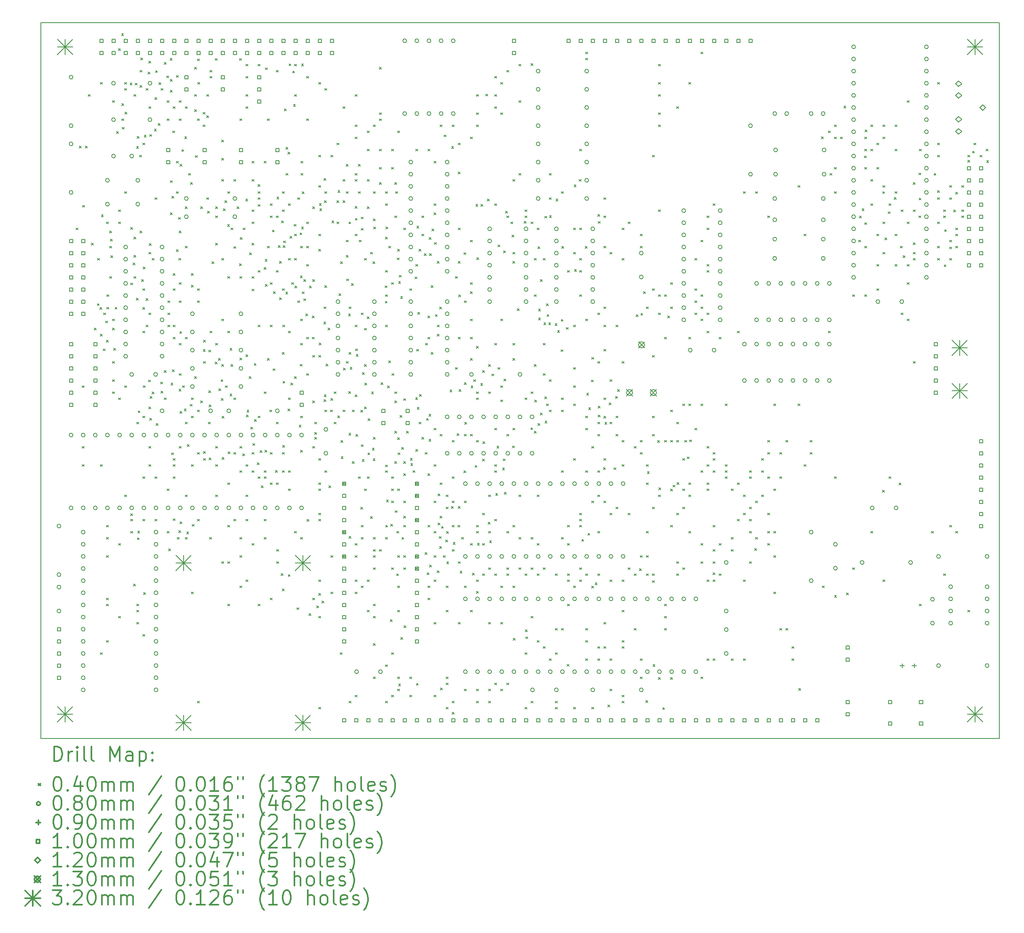
<source format=gbr>
%FSLAX45Y45*%
G04 Gerber Fmt 4.5, Leading zero omitted, Abs format (unit mm)*
G04 Created by KiCad (PCBNEW 5.1.9+dfsg1-1) date 2021-05-06 21:29:57*
%MOMM*%
%LPD*%
G01*
G04 APERTURE LIST*
%TA.AperFunction,Profile*%
%ADD10C,0.150000*%
%TD*%
%ADD11C,0.200000*%
%ADD12C,0.300000*%
G04 APERTURE END LIST*
D10*
X23876000Y-2540000D02*
X23876000Y-17526000D01*
X3810000Y-17526000D02*
X3810000Y-2540000D01*
X23876000Y-17526000D02*
X3810000Y-17526000D01*
X3810000Y-2540000D02*
X23876000Y-2540000D01*
D11*
X4552000Y-6838000D02*
X4592000Y-6878000D01*
X4592000Y-6838000D02*
X4552000Y-6878000D01*
X4615500Y-5123500D02*
X4655500Y-5163500D01*
X4655500Y-5123500D02*
X4615500Y-5163500D01*
X4679000Y-10140000D02*
X4719000Y-10180000D01*
X4719000Y-10140000D02*
X4679000Y-10180000D01*
X4679000Y-11410000D02*
X4719000Y-11450000D01*
X4719000Y-11410000D02*
X4679000Y-11450000D01*
X4679000Y-11791000D02*
X4719000Y-11831000D01*
X4719000Y-11791000D02*
X4679000Y-11831000D01*
X4683681Y-6364491D02*
X4723681Y-6404491D01*
X4723681Y-6364491D02*
X4683681Y-6404491D01*
X4742500Y-5123500D02*
X4782500Y-5163500D01*
X4782500Y-5123500D02*
X4742500Y-5163500D01*
X4806000Y-4044000D02*
X4846000Y-4084000D01*
X4846000Y-4044000D02*
X4806000Y-4084000D01*
X4869500Y-7155500D02*
X4909500Y-7195500D01*
X4909500Y-7155500D02*
X4869500Y-7195500D01*
X4933000Y-8933500D02*
X4973000Y-8973500D01*
X4973000Y-8933500D02*
X4933000Y-8973500D01*
X4994713Y-8422876D02*
X5034713Y-8462876D01*
X5034713Y-8422876D02*
X4994713Y-8462876D01*
X4996500Y-7473000D02*
X5036500Y-7513000D01*
X5036500Y-7473000D02*
X4996500Y-7513000D01*
X5050999Y-8505533D02*
X5090999Y-8545533D01*
X5090999Y-8505533D02*
X5050999Y-8545533D01*
X5060000Y-3790000D02*
X5100000Y-3830000D01*
X5100000Y-3790000D02*
X5060000Y-3830000D01*
X5060000Y-9060500D02*
X5100000Y-9100500D01*
X5100000Y-9060500D02*
X5060000Y-9100500D01*
X5060000Y-11791000D02*
X5100000Y-11831000D01*
X5100000Y-11791000D02*
X5060000Y-11831000D01*
X5060000Y-15728000D02*
X5100000Y-15768000D01*
X5100000Y-15728000D02*
X5060000Y-15768000D01*
X5079587Y-6564413D02*
X5119587Y-6604413D01*
X5119587Y-6564413D02*
X5079587Y-6604413D01*
X5114499Y-9370789D02*
X5154499Y-9410789D01*
X5154499Y-9370789D02*
X5114499Y-9410789D01*
X5123500Y-8616000D02*
X5163500Y-8656000D01*
X5163500Y-8616000D02*
X5123500Y-8656000D01*
X5169448Y-8785861D02*
X5209448Y-8825861D01*
X5209448Y-8785861D02*
X5169448Y-8825861D01*
X5187000Y-6711000D02*
X5227000Y-6751000D01*
X5227000Y-6711000D02*
X5187000Y-6751000D01*
X5187000Y-9187500D02*
X5227000Y-9227500D01*
X5227000Y-9187500D02*
X5187000Y-9227500D01*
X5187000Y-13061000D02*
X5227000Y-13101000D01*
X5227000Y-13061000D02*
X5187000Y-13101000D01*
X5187000Y-13315000D02*
X5227000Y-13355000D01*
X5227000Y-13315000D02*
X5187000Y-13355000D01*
X5187000Y-13696000D02*
X5227000Y-13736000D01*
X5227000Y-13696000D02*
X5187000Y-13736000D01*
X5187000Y-14585000D02*
X5227000Y-14625000D01*
X5227000Y-14585000D02*
X5187000Y-14625000D01*
X5187000Y-14712000D02*
X5227000Y-14752000D01*
X5227000Y-14712000D02*
X5187000Y-14752000D01*
X5187000Y-15474000D02*
X5227000Y-15514000D01*
X5227000Y-15474000D02*
X5187000Y-15514000D01*
X5196001Y-8235000D02*
X5236001Y-8275000D01*
X5236001Y-8235000D02*
X5196001Y-8275000D01*
X5196001Y-8498001D02*
X5236001Y-8538001D01*
X5236001Y-8498001D02*
X5196001Y-8538001D01*
X5250500Y-6901500D02*
X5290500Y-6941500D01*
X5290500Y-6901500D02*
X5250500Y-6941500D01*
X5250500Y-7219000D02*
X5290500Y-7259000D01*
X5290500Y-7219000D02*
X5250500Y-7259000D01*
X5250500Y-7854000D02*
X5290500Y-7894000D01*
X5290500Y-7854000D02*
X5250500Y-7894000D01*
X5272583Y-7073999D02*
X5312583Y-7113999D01*
X5312583Y-7073999D02*
X5272583Y-7113999D01*
X5276505Y-7418909D02*
X5316505Y-7458909D01*
X5316505Y-7418909D02*
X5276505Y-7458909D01*
X5314000Y-4171000D02*
X5354000Y-4211000D01*
X5354000Y-4171000D02*
X5314000Y-4211000D01*
X5314000Y-8743000D02*
X5354000Y-8783000D01*
X5354000Y-8743000D02*
X5314000Y-8783000D01*
X5314000Y-8933500D02*
X5354000Y-8973500D01*
X5354000Y-8933500D02*
X5314000Y-8973500D01*
X5314000Y-9632000D02*
X5354000Y-9672000D01*
X5354000Y-9632000D02*
X5314000Y-9672000D01*
X5314000Y-10013000D02*
X5354000Y-10053000D01*
X5354000Y-10013000D02*
X5314000Y-10053000D01*
X5314000Y-10267000D02*
X5354000Y-10307000D01*
X5354000Y-10267000D02*
X5314000Y-10307000D01*
X5337998Y-9355896D02*
X5377998Y-9395896D01*
X5377998Y-9355896D02*
X5337998Y-9395896D01*
X5366002Y-8498001D02*
X5406002Y-8538001D01*
X5406002Y-8498001D02*
X5366002Y-8538001D01*
X5397385Y-4820749D02*
X5437385Y-4860749D01*
X5437385Y-4820749D02*
X5397385Y-4860749D01*
X5441000Y-6457000D02*
X5481000Y-6497000D01*
X5481000Y-6457000D02*
X5441000Y-6497000D01*
X5441000Y-6711000D02*
X5481000Y-6751000D01*
X5481000Y-6711000D02*
X5441000Y-6751000D01*
X5441000Y-10394000D02*
X5481000Y-10434000D01*
X5481000Y-10394000D02*
X5441000Y-10434000D01*
X5441000Y-13442000D02*
X5481000Y-13482000D01*
X5481000Y-13442000D02*
X5441000Y-13482000D01*
X5441000Y-14966000D02*
X5481000Y-15006000D01*
X5481000Y-14966000D02*
X5441000Y-15006000D01*
X5441000Y-3085028D02*
X5481000Y-3125028D01*
X5481000Y-3085028D02*
X5441000Y-3125028D01*
X5503154Y-2771308D02*
X5543154Y-2811308D01*
X5543154Y-2771308D02*
X5503154Y-2811308D01*
X5504500Y-4234500D02*
X5544500Y-4274500D01*
X5544500Y-4234500D02*
X5504500Y-4274500D01*
X5504500Y-4552000D02*
X5544500Y-4592000D01*
X5544500Y-4552000D02*
X5504500Y-4592000D01*
X5516734Y-4730266D02*
X5556734Y-4770266D01*
X5556734Y-4730266D02*
X5516734Y-4770266D01*
X5568000Y-3790000D02*
X5608000Y-3830000D01*
X5608000Y-3790000D02*
X5568000Y-3830000D01*
X5568000Y-3917000D02*
X5608000Y-3957000D01*
X5608000Y-3917000D02*
X5568000Y-3957000D01*
X5568000Y-6076000D02*
X5608000Y-6116000D01*
X5608000Y-6076000D02*
X5568000Y-6116000D01*
X5568000Y-10140000D02*
X5608000Y-10180000D01*
X5608000Y-10140000D02*
X5568000Y-10180000D01*
X5568000Y-12426000D02*
X5608000Y-12466000D01*
X5608000Y-12426000D02*
X5568000Y-12466000D01*
X5577001Y-4415350D02*
X5617001Y-4455350D01*
X5617001Y-4415350D02*
X5577001Y-4455350D01*
X5680576Y-3804424D02*
X5720576Y-3844424D01*
X5720576Y-3804424D02*
X5680576Y-3844424D01*
X5689918Y-7990650D02*
X5729918Y-8030650D01*
X5729918Y-7990650D02*
X5689918Y-8030650D01*
X5695000Y-6828999D02*
X5735000Y-6868999D01*
X5735000Y-6828999D02*
X5695000Y-6868999D01*
X5695000Y-12820000D02*
X5735000Y-12860000D01*
X5735000Y-12820000D02*
X5695000Y-12860000D01*
X5695000Y-12934000D02*
X5735000Y-12974000D01*
X5735000Y-12934000D02*
X5695000Y-12974000D01*
X5695000Y-13188000D02*
X5735000Y-13228000D01*
X5735000Y-13188000D02*
X5695000Y-13228000D01*
X5742998Y-7573549D02*
X5782998Y-7613549D01*
X5782998Y-7573549D02*
X5742998Y-7613549D01*
X5749499Y-14292021D02*
X5789499Y-14332021D01*
X5789499Y-14292021D02*
X5749499Y-14332021D01*
X5758500Y-4044000D02*
X5798500Y-4084000D01*
X5798500Y-4044000D02*
X5758500Y-4084000D01*
X5758500Y-7028500D02*
X5798500Y-7068500D01*
X5798500Y-7028500D02*
X5758500Y-7068500D01*
X5758500Y-7409500D02*
X5798500Y-7449500D01*
X5798500Y-7409500D02*
X5758500Y-7449500D01*
X5758500Y-7854000D02*
X5798500Y-7894000D01*
X5798500Y-7854000D02*
X5758500Y-7894000D01*
X5787235Y-3808551D02*
X5827235Y-3848551D01*
X5827235Y-3808551D02*
X5787235Y-3848551D01*
X5812193Y-8308307D02*
X5852193Y-8348307D01*
X5852193Y-8308307D02*
X5812193Y-8348307D01*
X5816329Y-5135246D02*
X5856329Y-5175246D01*
X5856329Y-5135246D02*
X5816329Y-5175246D01*
X5822000Y-10902000D02*
X5862000Y-10942000D01*
X5862000Y-10902000D02*
X5822000Y-10942000D01*
X5822000Y-14712000D02*
X5862000Y-14752000D01*
X5862000Y-14712000D02*
X5822000Y-14752000D01*
X5822000Y-14839000D02*
X5862000Y-14879000D01*
X5862000Y-14839000D02*
X5822000Y-14879000D01*
X5822000Y-15093000D02*
X5862000Y-15133000D01*
X5862000Y-15093000D02*
X5822000Y-15133000D01*
X5831001Y-4923999D02*
X5871001Y-4963999D01*
X5871001Y-4923999D02*
X5831001Y-4963999D01*
X5831737Y-13324737D02*
X5871737Y-13364737D01*
X5871737Y-13324737D02*
X5831737Y-13364737D01*
X5840001Y-13183782D02*
X5880001Y-13223782D01*
X5880001Y-13183782D02*
X5840001Y-13223782D01*
X5848438Y-10665966D02*
X5888438Y-10705966D01*
X5888438Y-10665966D02*
X5848438Y-10705966D01*
X5876499Y-5314000D02*
X5916499Y-5354000D01*
X5916499Y-5314000D02*
X5876499Y-5354000D01*
X5885500Y-3536000D02*
X5925500Y-3576000D01*
X5925500Y-3536000D02*
X5885500Y-3576000D01*
X5885500Y-3853500D02*
X5925500Y-3893500D01*
X5925500Y-3853500D02*
X5885500Y-3893500D01*
X5885500Y-6901500D02*
X5925500Y-6941500D01*
X5925500Y-6901500D02*
X5885500Y-6941500D01*
X5901905Y-3275997D02*
X5941905Y-3315997D01*
X5941905Y-3275997D02*
X5901905Y-3315997D01*
X5922760Y-7915728D02*
X5962760Y-7955728D01*
X5962760Y-7915728D02*
X5922760Y-7955728D01*
X5945060Y-8504177D02*
X5985060Y-8544177D01*
X5985060Y-8504177D02*
X5945060Y-8544177D01*
X5949000Y-5060000D02*
X5989000Y-5100000D01*
X5989000Y-5060000D02*
X5949000Y-5100000D01*
X5949000Y-8108000D02*
X5989000Y-8148000D01*
X5989000Y-8108000D02*
X5949000Y-8148000D01*
X5949000Y-8997000D02*
X5989000Y-9037000D01*
X5989000Y-8997000D02*
X5949000Y-9037000D01*
X5949000Y-10775000D02*
X5989000Y-10815000D01*
X5989000Y-10775000D02*
X5949000Y-10815000D01*
X5949000Y-12045000D02*
X5989000Y-12085000D01*
X5989000Y-12045000D02*
X5949000Y-12085000D01*
X5949000Y-12934000D02*
X5989000Y-12974000D01*
X5989000Y-12934000D02*
X5949000Y-12974000D01*
X5949000Y-15347000D02*
X5989000Y-15387000D01*
X5989000Y-15347000D02*
X5949000Y-15387000D01*
X5952445Y-10140000D02*
X5992445Y-10180000D01*
X5992445Y-10140000D02*
X5952445Y-10180000D01*
X5958001Y-7653325D02*
X5998001Y-7693325D01*
X5998001Y-7653325D02*
X5958001Y-7693325D01*
X5964180Y-14473180D02*
X6004180Y-14513180D01*
X6004180Y-14473180D02*
X5964180Y-14513180D01*
X5976002Y-4896632D02*
X6016002Y-4936632D01*
X6016002Y-4896632D02*
X5976002Y-4936632D01*
X6012500Y-3917000D02*
X6052500Y-3957000D01*
X6052500Y-3917000D02*
X6012500Y-3957000D01*
X6012500Y-8870000D02*
X6052500Y-8910000D01*
X6052500Y-8870000D02*
X6012500Y-8910000D01*
X6016718Y-8316501D02*
X6056718Y-8356501D01*
X6056718Y-8316501D02*
X6016718Y-8356501D01*
X6058163Y-3575674D02*
X6098163Y-3615674D01*
X6098163Y-3575674D02*
X6058163Y-3615674D01*
X6064226Y-10022498D02*
X6104226Y-10062498D01*
X6104226Y-10022498D02*
X6064226Y-10062498D01*
X6076000Y-3345500D02*
X6116000Y-3385500D01*
X6116000Y-3345500D02*
X6076000Y-3385500D01*
X6076000Y-4298000D02*
X6116000Y-4338000D01*
X6116000Y-4298000D02*
X6076000Y-4338000D01*
X6076000Y-7346000D02*
X6116000Y-7386000D01*
X6116000Y-7346000D02*
X6076000Y-7386000D01*
X6076000Y-8616000D02*
X6116000Y-8656000D01*
X6116000Y-8616000D02*
X6076000Y-8656000D01*
X6076000Y-10584500D02*
X6116000Y-10624500D01*
X6116000Y-10584500D02*
X6076000Y-10624500D01*
X6076000Y-11410000D02*
X6116000Y-11450000D01*
X6116000Y-11410000D02*
X6076000Y-11450000D01*
X6076000Y-11791000D02*
X6116000Y-11831000D01*
X6116000Y-11791000D02*
X6076000Y-11831000D01*
X6084283Y-7164501D02*
X6124283Y-7204501D01*
X6124283Y-7164501D02*
X6084283Y-7204501D01*
X6090833Y-4884334D02*
X6130833Y-4924334D01*
X6130833Y-4884334D02*
X6090833Y-4924334D01*
X6093058Y-10821454D02*
X6133058Y-10861454D01*
X6133058Y-10821454D02*
X6093058Y-10861454D01*
X6101926Y-10362475D02*
X6141926Y-10402475D01*
X6141926Y-10362475D02*
X6101926Y-10402475D01*
X6139060Y-10269624D02*
X6179060Y-10309624D01*
X6179060Y-10269624D02*
X6139060Y-10309624D01*
X6139500Y-7473000D02*
X6179500Y-7513000D01*
X6179500Y-7473000D02*
X6139500Y-7513000D01*
X6188315Y-4771983D02*
X6228315Y-4811983D01*
X6228315Y-4771983D02*
X6188315Y-4811983D01*
X6203000Y-4107500D02*
X6243000Y-4147500D01*
X6243000Y-4107500D02*
X6203000Y-4147500D01*
X6203000Y-6203000D02*
X6243000Y-6243000D01*
X6243000Y-6203000D02*
X6203000Y-6243000D01*
X6203000Y-12045000D02*
X6243000Y-12085000D01*
X6243000Y-12045000D02*
X6203000Y-12085000D01*
X6203000Y-12934000D02*
X6243000Y-12974000D01*
X6243000Y-12934000D02*
X6203000Y-12974000D01*
X6212737Y-3545737D02*
X6252737Y-3585737D01*
X6252737Y-3545737D02*
X6212737Y-3585737D01*
X6225959Y-10934563D02*
X6265959Y-10974563D01*
X6265959Y-10934563D02*
X6225959Y-10974563D01*
X6266499Y-4650667D02*
X6306499Y-4690667D01*
X6306499Y-4650667D02*
X6266499Y-4690667D01*
X6285497Y-3794219D02*
X6325497Y-3834219D01*
X6325497Y-3794219D02*
X6285497Y-3834219D01*
X6318001Y-10065331D02*
X6358001Y-10105331D01*
X6358001Y-10065331D02*
X6318001Y-10105331D01*
X6329062Y-10255334D02*
X6369062Y-10295334D01*
X6369062Y-10255334D02*
X6329062Y-10295334D01*
X6330000Y-3917000D02*
X6370000Y-3957000D01*
X6370000Y-3917000D02*
X6330000Y-3957000D01*
X6393500Y-9822500D02*
X6433500Y-9862500D01*
X6433500Y-9822500D02*
X6393500Y-9862500D01*
X6393500Y-10394000D02*
X6433500Y-10434000D01*
X6433500Y-10394000D02*
X6393500Y-10434000D01*
X6393897Y-3369223D02*
X6433897Y-3409223D01*
X6433897Y-3369223D02*
X6393897Y-3409223D01*
X6447999Y-3655788D02*
X6487999Y-3695788D01*
X6487999Y-3655788D02*
X6447999Y-3695788D01*
X6457000Y-4171000D02*
X6497000Y-4211000D01*
X6497000Y-4171000D02*
X6457000Y-4211000D01*
X6457000Y-4552000D02*
X6497000Y-4592000D01*
X6497000Y-4552000D02*
X6457000Y-4592000D01*
X6457000Y-12299000D02*
X6497000Y-12339000D01*
X6497000Y-12299000D02*
X6457000Y-12339000D01*
X6457000Y-13188000D02*
X6497000Y-13228000D01*
X6497000Y-13188000D02*
X6457000Y-13228000D01*
X6472032Y-8362000D02*
X6512032Y-8402000D01*
X6512032Y-8362000D02*
X6472032Y-8402000D01*
X6472033Y-8870000D02*
X6512033Y-8910000D01*
X6512033Y-8870000D02*
X6472033Y-8910000D01*
X6472033Y-8616000D02*
X6512033Y-8656000D01*
X6512033Y-8616000D02*
X6472033Y-8656000D01*
X6486843Y-13558125D02*
X6526843Y-13598125D01*
X6526843Y-13558125D02*
X6486843Y-13598125D01*
X6519154Y-3284692D02*
X6559154Y-3324692D01*
X6559154Y-3284692D02*
X6519154Y-3324692D01*
X6520500Y-3726500D02*
X6560500Y-3766500D01*
X6560500Y-3726500D02*
X6520500Y-3766500D01*
X6520500Y-3956032D02*
X6560500Y-3996032D01*
X6560500Y-3956032D02*
X6520500Y-3996032D01*
X6520500Y-6520500D02*
X6560500Y-6560500D01*
X6560500Y-6520500D02*
X6520500Y-6560500D01*
X6521562Y-5847530D02*
X6561562Y-5887530D01*
X6561562Y-5847530D02*
X6521562Y-5887530D01*
X6536501Y-10084826D02*
X6576501Y-10124826D01*
X6576501Y-10084826D02*
X6536501Y-10124826D01*
X6548497Y-11547464D02*
X6588497Y-11587464D01*
X6588497Y-11547464D02*
X6548497Y-11587464D01*
X6557903Y-6172536D02*
X6597903Y-6212536D01*
X6597903Y-6172536D02*
X6557903Y-6212536D01*
X6564413Y-9804821D02*
X6604413Y-9844821D01*
X6604413Y-9804821D02*
X6564413Y-9844821D01*
X6574999Y-4806000D02*
X6614999Y-4846000D01*
X6614999Y-4806000D02*
X6574999Y-4846000D01*
X6582132Y-12927364D02*
X6622132Y-12967364D01*
X6622132Y-12927364D02*
X6582132Y-12967364D01*
X6584000Y-4298000D02*
X6624000Y-4338000D01*
X6624000Y-4298000D02*
X6584000Y-4338000D01*
X6584000Y-7790500D02*
X6624000Y-7830500D01*
X6624000Y-7790500D02*
X6584000Y-7830500D01*
X6584000Y-8108000D02*
X6624000Y-8148000D01*
X6624000Y-8108000D02*
X6584000Y-8148000D01*
X6584000Y-8870000D02*
X6624000Y-8910000D01*
X6624000Y-8870000D02*
X6584000Y-8910000D01*
X6584000Y-9124000D02*
X6624000Y-9164000D01*
X6624000Y-9124000D02*
X6584000Y-9164000D01*
X6584000Y-11664000D02*
X6624000Y-11704000D01*
X6624000Y-11664000D02*
X6584000Y-11704000D01*
X6584000Y-11791000D02*
X6624000Y-11831000D01*
X6624000Y-11791000D02*
X6584000Y-11831000D01*
X6584000Y-12045000D02*
X6624000Y-12085000D01*
X6624000Y-12045000D02*
X6584000Y-12085000D01*
X6647500Y-5441000D02*
X6687500Y-5481000D01*
X6687500Y-5441000D02*
X6647500Y-5481000D01*
X6647500Y-6076000D02*
X6687500Y-6116000D01*
X6687500Y-6076000D02*
X6647500Y-6116000D01*
X6649669Y-3646478D02*
X6689669Y-3686478D01*
X6689669Y-3646478D02*
X6649669Y-3686478D01*
X6651465Y-7291501D02*
X6691465Y-7331501D01*
X6691465Y-7291501D02*
X6651465Y-7331501D01*
X6668036Y-13314999D02*
X6708036Y-13354999D01*
X6708036Y-13314999D02*
X6668036Y-13354999D01*
X6694871Y-6618909D02*
X6734871Y-6658909D01*
X6734871Y-6618909D02*
X6694871Y-6658909D01*
X6701751Y-13178752D02*
X6741751Y-13218752D01*
X6741751Y-13178752D02*
X6701751Y-13218752D01*
X6701999Y-7473000D02*
X6741999Y-7513000D01*
X6741999Y-7473000D02*
X6701999Y-7513000D01*
X6703788Y-10212501D02*
X6743788Y-10252501D01*
X6743788Y-10212501D02*
X6703788Y-10252501D01*
X6711000Y-4171000D02*
X6751000Y-4211000D01*
X6751000Y-4171000D02*
X6711000Y-4211000D01*
X6711000Y-4552000D02*
X6751000Y-4592000D01*
X6751000Y-4552000D02*
X6711000Y-4592000D01*
X6711000Y-6901500D02*
X6751000Y-6941500D01*
X6751000Y-6901500D02*
X6711000Y-6941500D01*
X6711000Y-7981000D02*
X6751000Y-8021000D01*
X6751000Y-7981000D02*
X6711000Y-8021000D01*
X6711000Y-8362000D02*
X6751000Y-8402000D01*
X6751000Y-8362000D02*
X6711000Y-8402000D01*
X6711000Y-9251000D02*
X6751000Y-9291000D01*
X6751000Y-9251000D02*
X6711000Y-9291000D01*
X6711000Y-9886000D02*
X6751000Y-9926000D01*
X6751000Y-9886000D02*
X6711000Y-9926000D01*
X6711000Y-11410000D02*
X6751000Y-11450000D01*
X6751000Y-11410000D02*
X6711000Y-11450000D01*
X6720737Y-9006737D02*
X6760737Y-9046737D01*
X6760737Y-9006737D02*
X6720737Y-9046737D01*
X6724978Y-5504225D02*
X6764978Y-5544225D01*
X6764978Y-5504225D02*
X6724978Y-5544225D01*
X6726203Y-12988750D02*
X6766203Y-13028750D01*
X6766203Y-12988750D02*
X6726203Y-13028750D01*
X6728716Y-10680778D02*
X6768716Y-10720778D01*
X6768716Y-10680778D02*
X6728716Y-10720778D01*
X6765002Y-5195816D02*
X6805002Y-5235816D01*
X6805002Y-5195816D02*
X6765002Y-5235816D01*
X6774500Y-10140000D02*
X6814500Y-10180000D01*
X6814500Y-10140000D02*
X6774500Y-10180000D01*
X6814480Y-10627501D02*
X6854480Y-10667501D01*
X6854480Y-10627501D02*
X6814480Y-10667501D01*
X6822510Y-4930826D02*
X6862510Y-4970826D01*
X6862510Y-4930826D02*
X6822510Y-4970826D01*
X6838000Y-4298000D02*
X6878000Y-4338000D01*
X6878000Y-4298000D02*
X6838000Y-4338000D01*
X6838000Y-6393500D02*
X6878000Y-6433500D01*
X6878000Y-6393500D02*
X6838000Y-6433500D01*
X6838000Y-7219000D02*
X6878000Y-7259000D01*
X6878000Y-7219000D02*
X6838000Y-7259000D01*
X6838000Y-9124000D02*
X6878000Y-9164000D01*
X6878000Y-9124000D02*
X6838000Y-9164000D01*
X6838000Y-10902000D02*
X6878000Y-10942000D01*
X6878000Y-10902000D02*
X6838000Y-10942000D01*
X6838000Y-12426000D02*
X6878000Y-12466000D01*
X6878000Y-12426000D02*
X6838000Y-12466000D01*
X6838000Y-13315000D02*
X6878000Y-13355000D01*
X6878000Y-13315000D02*
X6838000Y-13355000D01*
X6864478Y-13200695D02*
X6904478Y-13240695D01*
X6904478Y-13200695D02*
X6864478Y-13240695D01*
X6881001Y-11373790D02*
X6921001Y-11413790D01*
X6921001Y-11373790D02*
X6881001Y-11413790D01*
X6901500Y-5695000D02*
X6941500Y-5735000D01*
X6941500Y-5695000D02*
X6901500Y-5735000D01*
X6938510Y-10529647D02*
X6978510Y-10569647D01*
X6978510Y-10529647D02*
X6938510Y-10569647D01*
X6946460Y-5885002D02*
X6986460Y-5925002D01*
X6986460Y-5885002D02*
X6946460Y-5925002D01*
X6965000Y-7790500D02*
X7005000Y-7830500D01*
X7005000Y-7790500D02*
X6965000Y-7830500D01*
X6965000Y-8035499D02*
X7005000Y-8075499D01*
X7005000Y-8035499D02*
X6965000Y-8075499D01*
X6965000Y-10394000D02*
X7005000Y-10434000D01*
X7005000Y-10394000D02*
X6965000Y-10434000D01*
X6965000Y-10775000D02*
X7005000Y-10815000D01*
X7005000Y-10775000D02*
X6965000Y-10815000D01*
X6965000Y-11791000D02*
X7005000Y-11831000D01*
X7005000Y-11791000D02*
X6965000Y-11831000D01*
X6965000Y-14458000D02*
X7005000Y-14498000D01*
X7005000Y-14458000D02*
X6965000Y-14498000D01*
X6981628Y-13044372D02*
X7021628Y-13084372D01*
X7021628Y-13044372D02*
X6981628Y-13084372D01*
X7028500Y-3472500D02*
X7068500Y-3512500D01*
X7068500Y-3472500D02*
X7028500Y-3512500D01*
X7028500Y-4044000D02*
X7068500Y-4084000D01*
X7068500Y-4044000D02*
X7028500Y-4084000D01*
X7028500Y-4361500D02*
X7068500Y-4401500D01*
X7068500Y-4361500D02*
X7028500Y-4401500D01*
X7028500Y-9949500D02*
X7068500Y-9989500D01*
X7068500Y-9949500D02*
X7028500Y-9989500D01*
X7046501Y-5324285D02*
X7086501Y-5364285D01*
X7086501Y-5324285D02*
X7046501Y-5364285D01*
X7092000Y-3300000D02*
X7132000Y-3340000D01*
X7132000Y-3300000D02*
X7092000Y-3340000D01*
X7092000Y-4552000D02*
X7132000Y-4592000D01*
X7132000Y-4552000D02*
X7092000Y-4592000D01*
X7092000Y-8108000D02*
X7132000Y-8148000D01*
X7132000Y-8108000D02*
X7092000Y-8148000D01*
X7092000Y-8362000D02*
X7132000Y-8402000D01*
X7132000Y-8362000D02*
X7092000Y-8402000D01*
X7092000Y-10648000D02*
X7132000Y-10688000D01*
X7132000Y-10648000D02*
X7092000Y-10688000D01*
X7092000Y-11537000D02*
X7132000Y-11577000D01*
X7132000Y-11537000D02*
X7092000Y-11577000D01*
X7092000Y-12934000D02*
X7132000Y-12974000D01*
X7132000Y-12934000D02*
X7092000Y-12974000D01*
X7092000Y-16744000D02*
X7132000Y-16784000D01*
X7132000Y-16744000D02*
X7092000Y-16784000D01*
X7101001Y-3790000D02*
X7141001Y-3830000D01*
X7141001Y-3790000D02*
X7101001Y-3830000D01*
X7155500Y-6393500D02*
X7195500Y-6433500D01*
X7195500Y-6393500D02*
X7155500Y-6433500D01*
X7155500Y-10457500D02*
X7195500Y-10497500D01*
X7195500Y-10457500D02*
X7155500Y-10497500D01*
X7209999Y-4417789D02*
X7249999Y-4457789D01*
X7249999Y-4417789D02*
X7209999Y-4457789D01*
X7209999Y-4679000D02*
X7249999Y-4719000D01*
X7249999Y-4679000D02*
X7209999Y-4719000D01*
X7211718Y-9385282D02*
X7251718Y-9425282D01*
X7251718Y-9385282D02*
X7211718Y-9425282D01*
X7214782Y-11518999D02*
X7254782Y-11558999D01*
X7254782Y-11518999D02*
X7214782Y-11558999D01*
X7219000Y-9187500D02*
X7259000Y-9227500D01*
X7259000Y-9187500D02*
X7219000Y-9227500D01*
X7219000Y-9632000D02*
X7259000Y-9672000D01*
X7259000Y-9632000D02*
X7219000Y-9672000D01*
X7219000Y-11664000D02*
X7259000Y-11704000D01*
X7259000Y-11664000D02*
X7219000Y-11704000D01*
X7282500Y-4044000D02*
X7322500Y-4084000D01*
X7322500Y-4044000D02*
X7282500Y-4084000D01*
X7282500Y-4488500D02*
X7322500Y-4528500D01*
X7322500Y-4488500D02*
X7282500Y-4528500D01*
X7282500Y-6203000D02*
X7322500Y-6243000D01*
X7322500Y-6203000D02*
X7282500Y-6243000D01*
X7298629Y-6485591D02*
X7338629Y-6525591D01*
X7338629Y-6485591D02*
X7298629Y-6525591D01*
X7319995Y-10902001D02*
X7359995Y-10942001D01*
X7359995Y-10902001D02*
X7319995Y-10942001D01*
X7325538Y-9396570D02*
X7365538Y-9436570D01*
X7365538Y-9396570D02*
X7325538Y-9436570D01*
X7326413Y-10247414D02*
X7366413Y-10287414D01*
X7366413Y-10247414D02*
X7326413Y-10287414D01*
X7336263Y-11654263D02*
X7376263Y-11694263D01*
X7376263Y-11654263D02*
X7336263Y-11694263D01*
X7336392Y-10546125D02*
X7376392Y-10586125D01*
X7376392Y-10546125D02*
X7336392Y-10586125D01*
X7346000Y-13315000D02*
X7386000Y-13355000D01*
X7386000Y-13315000D02*
X7346000Y-13355000D01*
X7355001Y-3536000D02*
X7395001Y-3576000D01*
X7395001Y-3536000D02*
X7355001Y-3576000D01*
X7355001Y-3663000D02*
X7395001Y-3703000D01*
X7395001Y-3663000D02*
X7355001Y-3703000D01*
X7355001Y-8997000D02*
X7395001Y-9037000D01*
X7395001Y-8997000D02*
X7355001Y-9037000D01*
X7397266Y-7548734D02*
X7437266Y-7588734D01*
X7437266Y-7548734D02*
X7397266Y-7588734D01*
X7461240Y-3292675D02*
X7501240Y-3332675D01*
X7501240Y-3292675D02*
X7461240Y-3332675D01*
X7461746Y-9643844D02*
X7501746Y-9683844D01*
X7501746Y-9643844D02*
X7461746Y-9683844D01*
X7473000Y-6393500D02*
X7513000Y-6433500D01*
X7513000Y-6393500D02*
X7473000Y-6433500D01*
X7473000Y-6584000D02*
X7513000Y-6624000D01*
X7513000Y-6584000D02*
X7473000Y-6624000D01*
X7473000Y-7155500D02*
X7513000Y-7195500D01*
X7513000Y-7155500D02*
X7473000Y-7195500D01*
X7473000Y-9251000D02*
X7513000Y-9291000D01*
X7513000Y-9251000D02*
X7473000Y-9291000D01*
X7473000Y-11410000D02*
X7513000Y-11450000D01*
X7513000Y-11410000D02*
X7473000Y-11450000D01*
X7473000Y-11791000D02*
X7513000Y-11831000D01*
X7513000Y-11791000D02*
X7473000Y-11831000D01*
X7473000Y-12426000D02*
X7513000Y-12466000D01*
X7513000Y-12426000D02*
X7473000Y-12466000D01*
X7527499Y-9568500D02*
X7567499Y-9608500D01*
X7567499Y-9568500D02*
X7527499Y-9608500D01*
X7536500Y-10203500D02*
X7576500Y-10243500D01*
X7576500Y-10203500D02*
X7536500Y-10243500D01*
X7586273Y-10013498D02*
X7626273Y-10053498D01*
X7626273Y-10013498D02*
X7586273Y-10053498D01*
X7591024Y-10409267D02*
X7631024Y-10449267D01*
X7631024Y-10409267D02*
X7591024Y-10449267D01*
X7600000Y-4996500D02*
X7640000Y-5036500D01*
X7640000Y-4996500D02*
X7600000Y-5036500D01*
X7600000Y-5377500D02*
X7640000Y-5417500D01*
X7640000Y-5377500D02*
X7600000Y-5417500D01*
X7600000Y-5822000D02*
X7640000Y-5862000D01*
X7640000Y-5822000D02*
X7600000Y-5862000D01*
X7600000Y-7473000D02*
X7640000Y-7513000D01*
X7640000Y-7473000D02*
X7600000Y-7513000D01*
X7600000Y-8743000D02*
X7640000Y-8783000D01*
X7640000Y-8743000D02*
X7600000Y-8783000D01*
X7600000Y-9695500D02*
X7640000Y-9735500D01*
X7640000Y-9695500D02*
X7600000Y-9735500D01*
X7600000Y-13823000D02*
X7640000Y-13863000D01*
X7640000Y-13823000D02*
X7600000Y-13863000D01*
X7604218Y-11645999D02*
X7644218Y-11685999D01*
X7644218Y-11645999D02*
X7604218Y-11685999D01*
X7608077Y-10780602D02*
X7648077Y-10820602D01*
X7648077Y-10780602D02*
X7608077Y-10820602D01*
X7629304Y-6438999D02*
X7669304Y-6478999D01*
X7669304Y-6438999D02*
X7629304Y-6478999D01*
X7663500Y-6266500D02*
X7703500Y-6306500D01*
X7703500Y-6266500D02*
X7663500Y-6306500D01*
X7675935Y-10140841D02*
X7715935Y-10180841D01*
X7715935Y-10140841D02*
X7675935Y-10180841D01*
X7719788Y-6767288D02*
X7759788Y-6807288D01*
X7759788Y-6767288D02*
X7719788Y-6807288D01*
X7727000Y-6076000D02*
X7767000Y-6116000D01*
X7767000Y-6076000D02*
X7727000Y-6116000D01*
X7727000Y-7854000D02*
X7767000Y-7894000D01*
X7767000Y-7854000D02*
X7727000Y-7894000D01*
X7727000Y-8997000D02*
X7767000Y-9037000D01*
X7767000Y-8997000D02*
X7727000Y-9037000D01*
X7727000Y-12172000D02*
X7767000Y-12212000D01*
X7767000Y-12172000D02*
X7727000Y-12212000D01*
X7727000Y-13061000D02*
X7767000Y-13101000D01*
X7767000Y-13061000D02*
X7727000Y-13101000D01*
X7727000Y-13823000D02*
X7767000Y-13863000D01*
X7767000Y-13823000D02*
X7727000Y-13863000D01*
X7727000Y-14712000D02*
X7767000Y-14752000D01*
X7767000Y-14712000D02*
X7727000Y-14752000D01*
X7732742Y-11528513D02*
X7772742Y-11568513D01*
X7772742Y-11528513D02*
X7732742Y-11568513D01*
X7770999Y-9355537D02*
X7810999Y-9395537D01*
X7810999Y-9355537D02*
X7770999Y-9395537D01*
X7771946Y-10316806D02*
X7811946Y-10356806D01*
X7811946Y-10316806D02*
X7771946Y-10356806D01*
X7790500Y-6838000D02*
X7830500Y-6878000D01*
X7830500Y-6838000D02*
X7790500Y-6878000D01*
X7790500Y-9695500D02*
X7830500Y-9735500D01*
X7830500Y-9695500D02*
X7790500Y-9735500D01*
X7854000Y-5822000D02*
X7894000Y-5862000D01*
X7894000Y-5822000D02*
X7854000Y-5862000D01*
X7854000Y-7228001D02*
X7894000Y-7268001D01*
X7894000Y-7228001D02*
X7854000Y-7268001D01*
X7854000Y-10394000D02*
X7894000Y-10434000D01*
X7894000Y-10394000D02*
X7854000Y-10434000D01*
X7854000Y-11537000D02*
X7894000Y-11577000D01*
X7894000Y-11537000D02*
X7854000Y-11577000D01*
X7854000Y-12934000D02*
X7894000Y-12974000D01*
X7894000Y-12934000D02*
X7854000Y-12974000D01*
X7917500Y-6393500D02*
X7957500Y-6433500D01*
X7957500Y-6393500D02*
X7917500Y-6433500D01*
X7969241Y-3292674D02*
X8009241Y-3332674D01*
X8009241Y-3292674D02*
X7969241Y-3332674D01*
X7972716Y-7589825D02*
X8012716Y-7629825D01*
X8012716Y-7589825D02*
X7972716Y-7629825D01*
X7981000Y-4552000D02*
X8021000Y-4592000D01*
X8021000Y-4552000D02*
X7981000Y-4592000D01*
X7981000Y-7854000D02*
X8021000Y-7894000D01*
X8021000Y-7854000D02*
X7981000Y-7894000D01*
X7981000Y-9559499D02*
X8021000Y-9599499D01*
X8021000Y-9559499D02*
X7981000Y-9599499D01*
X7981000Y-11410000D02*
X8021000Y-11450000D01*
X8021000Y-11410000D02*
X7981000Y-11450000D01*
X7981000Y-11918000D02*
X8021000Y-11958000D01*
X8021000Y-11918000D02*
X7981000Y-11958000D01*
X7981000Y-13315000D02*
X8021000Y-13355000D01*
X8021000Y-13315000D02*
X7981000Y-13355000D01*
X7981000Y-13696000D02*
X8021000Y-13736000D01*
X8021000Y-13696000D02*
X7981000Y-13736000D01*
X7981000Y-14331000D02*
X8021000Y-14371000D01*
X8021000Y-14331000D02*
X7981000Y-14371000D01*
X7989283Y-7037501D02*
X8029283Y-7077501D01*
X8029283Y-7037501D02*
X7989283Y-7077501D01*
X8037693Y-11569225D02*
X8077693Y-11609225D01*
X8077693Y-11569225D02*
X8037693Y-11609225D01*
X8044500Y-6838000D02*
X8084500Y-6878000D01*
X8084500Y-6838000D02*
X8044500Y-6878000D01*
X8102326Y-6233142D02*
X8142326Y-6273142D01*
X8142326Y-6233142D02*
X8102326Y-6273142D01*
X8108000Y-3409000D02*
X8148000Y-3449000D01*
X8148000Y-3409000D02*
X8108000Y-3449000D01*
X8108000Y-3663000D02*
X8148000Y-3703000D01*
X8148000Y-3663000D02*
X8108000Y-3703000D01*
X8108000Y-4044000D02*
X8148000Y-4084000D01*
X8148000Y-4044000D02*
X8108000Y-4084000D01*
X8108000Y-4298000D02*
X8148000Y-4338000D01*
X8148000Y-4298000D02*
X8108000Y-4338000D01*
X8108000Y-9495999D02*
X8148000Y-9535999D01*
X8148000Y-9495999D02*
X8108000Y-9535999D01*
X8108000Y-11791000D02*
X8148000Y-11831000D01*
X8148000Y-11791000D02*
X8108000Y-11831000D01*
X8108000Y-12426000D02*
X8148000Y-12466000D01*
X8148000Y-12426000D02*
X8108000Y-12466000D01*
X8108000Y-12934000D02*
X8148000Y-12974000D01*
X8148000Y-12934000D02*
X8108000Y-12974000D01*
X8108000Y-14204000D02*
X8148000Y-14244000D01*
X8148000Y-14204000D02*
X8108000Y-14244000D01*
X8111749Y-10756999D02*
X8151749Y-10796999D01*
X8151749Y-10756999D02*
X8111749Y-10796999D01*
X8126001Y-10652218D02*
X8166001Y-10692218D01*
X8166001Y-10652218D02*
X8126001Y-10692218D01*
X8171500Y-9949500D02*
X8211500Y-9989500D01*
X8211500Y-9949500D02*
X8171500Y-9989500D01*
X8183734Y-7358234D02*
X8223734Y-7398234D01*
X8223734Y-7358234D02*
X8183734Y-7398234D01*
X8209308Y-11010524D02*
X8249308Y-11050524D01*
X8249308Y-11010524D02*
X8209308Y-11050524D01*
X8235000Y-5441000D02*
X8275000Y-5481000D01*
X8275000Y-5441000D02*
X8235000Y-5481000D01*
X8235000Y-5822000D02*
X8275000Y-5862000D01*
X8275000Y-5822000D02*
X8235000Y-5862000D01*
X8235000Y-6457000D02*
X8275000Y-6497000D01*
X8275000Y-6457000D02*
X8235000Y-6497000D01*
X8235000Y-6711000D02*
X8275000Y-6751000D01*
X8275000Y-6711000D02*
X8235000Y-6751000D01*
X8235000Y-7155500D02*
X8275000Y-7195500D01*
X8275000Y-7155500D02*
X8235000Y-7195500D01*
X8235000Y-7854000D02*
X8275000Y-7894000D01*
X8275000Y-7854000D02*
X8235000Y-7894000D01*
X8235000Y-8117001D02*
X8275000Y-8157001D01*
X8275000Y-8117001D02*
X8235000Y-8157001D01*
X8235000Y-11537000D02*
X8275000Y-11577000D01*
X8275000Y-11537000D02*
X8235000Y-11577000D01*
X8235000Y-11918000D02*
X8275000Y-11958000D01*
X8275000Y-11918000D02*
X8235000Y-11958000D01*
X8235000Y-13442000D02*
X8275000Y-13482000D01*
X8275000Y-13442000D02*
X8235000Y-13482000D01*
X8248772Y-11350800D02*
X8288772Y-11390800D01*
X8288772Y-11350800D02*
X8248772Y-11390800D01*
X8278984Y-9675984D02*
X8318984Y-9715984D01*
X8318984Y-9675984D02*
X8278984Y-9715984D01*
X8281809Y-10850810D02*
X8321809Y-10890810D01*
X8321809Y-10850810D02*
X8281809Y-10890810D01*
X8342887Y-11755284D02*
X8382887Y-11795284D01*
X8382887Y-11755284D02*
X8342887Y-11795284D01*
X8357782Y-5930999D02*
X8397782Y-5970999D01*
X8397782Y-5930999D02*
X8357782Y-5970999D01*
X8357782Y-6348001D02*
X8397782Y-6388001D01*
X8397782Y-6348001D02*
X8357782Y-6388001D01*
X8362000Y-3409000D02*
X8402000Y-3449000D01*
X8402000Y-3409000D02*
X8362000Y-3449000D01*
X8362000Y-6076000D02*
X8402000Y-6116000D01*
X8402000Y-6076000D02*
X8362000Y-6116000D01*
X8362000Y-6203000D02*
X8402000Y-6243000D01*
X8402000Y-6203000D02*
X8362000Y-6243000D01*
X8362000Y-7727000D02*
X8402000Y-7767000D01*
X8402000Y-7727000D02*
X8362000Y-7767000D01*
X8362000Y-8870000D02*
X8402000Y-8910000D01*
X8402000Y-8870000D02*
X8362000Y-8910000D01*
X8362000Y-10775000D02*
X8402000Y-10815000D01*
X8402000Y-10775000D02*
X8362000Y-10815000D01*
X8362000Y-12045000D02*
X8402000Y-12085000D01*
X8402000Y-12045000D02*
X8362000Y-12085000D01*
X8362000Y-14712000D02*
X8402000Y-14752000D01*
X8402000Y-14712000D02*
X8362000Y-14752000D01*
X8405001Y-11499736D02*
X8445001Y-11539736D01*
X8445001Y-11499736D02*
X8405001Y-11539736D01*
X8425500Y-12235500D02*
X8465500Y-12275500D01*
X8465500Y-12235500D02*
X8425500Y-12275500D01*
X8489000Y-5441000D02*
X8529000Y-5481000D01*
X8529000Y-5441000D02*
X8489000Y-5481000D01*
X8489000Y-7663500D02*
X8529000Y-7703500D01*
X8529000Y-7663500D02*
X8489000Y-7703500D01*
X8489000Y-10267000D02*
X8529000Y-10307000D01*
X8529000Y-10267000D02*
X8489000Y-10307000D01*
X8489000Y-11918000D02*
X8529000Y-11958000D01*
X8529000Y-11918000D02*
X8489000Y-11958000D01*
X8489000Y-12045000D02*
X8529000Y-12085000D01*
X8529000Y-12045000D02*
X8489000Y-12085000D01*
X8489000Y-12934000D02*
X8529000Y-12974000D01*
X8529000Y-12934000D02*
X8489000Y-12974000D01*
X8489000Y-13315000D02*
X8529000Y-13355000D01*
X8529000Y-13315000D02*
X8489000Y-13355000D01*
X8504622Y-11491020D02*
X8544622Y-11531020D01*
X8544622Y-11491020D02*
X8504622Y-11531020D01*
X8508587Y-7492587D02*
X8548587Y-7532587D01*
X8548587Y-7492587D02*
X8508587Y-7532587D01*
X8512052Y-8021448D02*
X8552052Y-8061448D01*
X8552052Y-8021448D02*
X8512052Y-8061448D01*
X8514325Y-3485929D02*
X8554325Y-3525929D01*
X8554325Y-3485929D02*
X8514325Y-3525929D01*
X8552500Y-4552000D02*
X8592500Y-4592000D01*
X8592500Y-4552000D02*
X8552500Y-4592000D01*
X8552500Y-7219000D02*
X8592500Y-7259000D01*
X8592500Y-7219000D02*
X8552500Y-7259000D01*
X8552500Y-9568500D02*
X8592500Y-9608500D01*
X8592500Y-9568500D02*
X8552500Y-9608500D01*
X8603000Y-10648000D02*
X8643000Y-10688000D01*
X8643000Y-10648000D02*
X8603000Y-10688000D01*
X8616000Y-6330000D02*
X8656000Y-6370000D01*
X8656000Y-6330000D02*
X8616000Y-6370000D01*
X8616000Y-6584000D02*
X8656000Y-6624000D01*
X8656000Y-6584000D02*
X8616000Y-6624000D01*
X8616000Y-7981000D02*
X8656000Y-8021000D01*
X8656000Y-7981000D02*
X8616000Y-8021000D01*
X8616000Y-8870000D02*
X8656000Y-8910000D01*
X8656000Y-8870000D02*
X8616000Y-8910000D01*
X8616000Y-11537000D02*
X8656000Y-11577000D01*
X8656000Y-11537000D02*
X8616000Y-11577000D01*
X8616000Y-12172000D02*
X8656000Y-12212000D01*
X8656000Y-12172000D02*
X8616000Y-12212000D01*
X8616000Y-14585000D02*
X8656000Y-14625000D01*
X8656000Y-14585000D02*
X8616000Y-14625000D01*
X8659984Y-6881984D02*
X8699984Y-6921984D01*
X8699984Y-6881984D02*
X8659984Y-6921984D01*
X8672858Y-9785256D02*
X8712858Y-9825256D01*
X8712858Y-9785256D02*
X8672858Y-9825256D01*
X8679500Y-8171500D02*
X8719500Y-8211500D01*
X8719500Y-8171500D02*
X8679500Y-8211500D01*
X8724999Y-11913782D02*
X8764999Y-11953782D01*
X8764999Y-11913782D02*
X8724999Y-11953782D01*
X8743000Y-3536000D02*
X8783000Y-3576000D01*
X8783000Y-3536000D02*
X8743000Y-3576000D01*
X8743000Y-6584000D02*
X8783000Y-6624000D01*
X8783000Y-6584000D02*
X8743000Y-6624000D01*
X8743000Y-7727000D02*
X8783000Y-7767000D01*
X8783000Y-7727000D02*
X8743000Y-7767000D01*
X8743000Y-10902000D02*
X8783000Y-10942000D01*
X8783000Y-10902000D02*
X8743000Y-10942000D01*
X8743000Y-12172000D02*
X8783000Y-12212000D01*
X8783000Y-12172000D02*
X8743000Y-12212000D01*
X8752001Y-13569000D02*
X8792001Y-13609000D01*
X8792001Y-13569000D02*
X8752001Y-13609000D01*
X8752001Y-13823000D02*
X8792001Y-13863000D01*
X8792001Y-13823000D02*
X8752001Y-13863000D01*
X8752737Y-6193263D02*
X8792737Y-6233263D01*
X8792737Y-6193263D02*
X8752737Y-6233263D01*
X8782103Y-7209999D02*
X8822103Y-7249999D01*
X8822103Y-7209999D02*
X8782103Y-7249999D01*
X8806500Y-7536500D02*
X8846500Y-7576500D01*
X8846500Y-7536500D02*
X8806500Y-7576500D01*
X8806500Y-8298500D02*
X8846500Y-8338500D01*
X8846500Y-8298500D02*
X8806500Y-8338500D01*
X8844568Y-14076036D02*
X8884568Y-14116036D01*
X8884568Y-14076036D02*
X8844568Y-14116036D01*
X8848200Y-6693768D02*
X8888200Y-6733768D01*
X8888200Y-6693768D02*
X8848200Y-6733768D01*
X8870000Y-6076000D02*
X8910000Y-6116000D01*
X8910000Y-6076000D02*
X8870000Y-6116000D01*
X8870000Y-6457000D02*
X8910000Y-6497000D01*
X8910000Y-6457000D02*
X8870000Y-6497000D01*
X8870000Y-8108000D02*
X8910000Y-8148000D01*
X8910000Y-8108000D02*
X8870000Y-8148000D01*
X8870000Y-9441500D02*
X8910000Y-9481500D01*
X8910000Y-9441500D02*
X8870000Y-9481500D01*
X8870000Y-11537000D02*
X8910000Y-11577000D01*
X8910000Y-11537000D02*
X8870000Y-11577000D01*
X8870000Y-11918000D02*
X8910000Y-11958000D01*
X8910000Y-11918000D02*
X8870000Y-11958000D01*
X8870000Y-14394500D02*
X8910000Y-14434500D01*
X8910000Y-14394500D02*
X8870000Y-14434500D01*
X8874218Y-11391999D02*
X8914218Y-11431999D01*
X8914218Y-11391999D02*
X8874218Y-11431999D01*
X8879001Y-8870000D02*
X8919001Y-8910000D01*
X8919001Y-8870000D02*
X8879001Y-8910000D01*
X8879552Y-10048503D02*
X8919552Y-10088503D01*
X8919552Y-10048503D02*
X8879552Y-10088503D01*
X8883573Y-7209999D02*
X8923573Y-7249999D01*
X8923573Y-7209999D02*
X8883573Y-7249999D01*
X8891696Y-7109760D02*
X8931696Y-7149760D01*
X8931696Y-7109760D02*
X8891696Y-7149760D01*
X8911318Y-4344086D02*
X8951318Y-4384086D01*
X8951318Y-4344086D02*
X8911318Y-4384086D01*
X8940712Y-8178711D02*
X8980712Y-8218711D01*
X8980712Y-8178711D02*
X8940712Y-8218711D01*
X8942998Y-5151690D02*
X8982998Y-5191690D01*
X8982998Y-5151690D02*
X8942998Y-5191690D01*
X8942998Y-5695000D02*
X8982998Y-5735000D01*
X8982998Y-5695000D02*
X8942998Y-5735000D01*
X8987999Y-5251391D02*
X9027999Y-5291391D01*
X9027999Y-5251391D02*
X8987999Y-5291391D01*
X8988824Y-10625562D02*
X9028824Y-10665562D01*
X9028824Y-10625562D02*
X8988824Y-10665562D01*
X8989569Y-14094516D02*
X9029569Y-14134516D01*
X9029569Y-14094516D02*
X8989569Y-14134516D01*
X8997000Y-6330000D02*
X9037000Y-6370000D01*
X9037000Y-6330000D02*
X8997000Y-6370000D01*
X8997000Y-7473000D02*
X9037000Y-7513000D01*
X9037000Y-7473000D02*
X8997000Y-7513000D01*
X8997000Y-8997000D02*
X9037000Y-9037000D01*
X9037000Y-8997000D02*
X8997000Y-9037000D01*
X8997000Y-10394000D02*
X9037000Y-10434000D01*
X9037000Y-10394000D02*
X8997000Y-10434000D01*
X8997000Y-11918000D02*
X9037000Y-11958000D01*
X9037000Y-11918000D02*
X8997000Y-11958000D01*
X8997000Y-12299000D02*
X9037000Y-12339000D01*
X9037000Y-12299000D02*
X8997000Y-12339000D01*
X9007663Y-3400680D02*
X9047663Y-3440680D01*
X9047663Y-3400680D02*
X9007663Y-3440680D01*
X9029620Y-7015212D02*
X9069620Y-7055212D01*
X9069620Y-7015212D02*
X9029620Y-7055212D01*
X9048266Y-10088734D02*
X9088266Y-10128734D01*
X9088266Y-10088734D02*
X9048266Y-10128734D01*
X9060500Y-7981000D02*
X9100500Y-8021000D01*
X9100500Y-7981000D02*
X9060500Y-8021000D01*
X9084326Y-3553837D02*
X9124326Y-3593837D01*
X9124326Y-3553837D02*
X9084326Y-3593837D01*
X9101822Y-4254494D02*
X9141822Y-4294494D01*
X9141822Y-4254494D02*
X9101822Y-4294494D01*
X9111836Y-6762336D02*
X9151836Y-6802336D01*
X9151836Y-6762336D02*
X9111836Y-6802336D01*
X9124000Y-3409000D02*
X9164000Y-3449000D01*
X9164000Y-3409000D02*
X9124000Y-3449000D01*
X9124000Y-4044000D02*
X9164000Y-4084000D01*
X9164000Y-4044000D02*
X9124000Y-4084000D01*
X9124000Y-6965000D02*
X9164000Y-7005000D01*
X9164000Y-6965000D02*
X9124000Y-7005000D01*
X9124000Y-7473000D02*
X9164000Y-7513000D01*
X9164000Y-7473000D02*
X9124000Y-7513000D01*
X9124000Y-9949500D02*
X9164000Y-9989500D01*
X9164000Y-9949500D02*
X9124000Y-9989500D01*
X9124000Y-13188000D02*
X9164000Y-13228000D01*
X9164000Y-13188000D02*
X9124000Y-13228000D01*
X9131212Y-8051711D02*
X9171212Y-8091711D01*
X9171212Y-8051711D02*
X9131212Y-8091711D01*
X9173077Y-14789923D02*
X9213077Y-14829923D01*
X9213077Y-14789923D02*
X9173077Y-14829923D01*
X9187500Y-6203000D02*
X9227500Y-6243000D01*
X9227500Y-6203000D02*
X9187500Y-6243000D01*
X9187500Y-8362000D02*
X9227500Y-8402000D01*
X9227500Y-8362000D02*
X9187500Y-8402000D01*
X9218904Y-10965002D02*
X9258904Y-11005002D01*
X9258904Y-10965002D02*
X9218904Y-11005002D01*
X9235985Y-6940983D02*
X9275985Y-6980983D01*
X9275985Y-6940983D02*
X9235985Y-6980983D01*
X9241502Y-9691534D02*
X9281502Y-9731534D01*
X9281502Y-9691534D02*
X9241502Y-9731534D01*
X9243789Y-7844999D02*
X9283789Y-7884999D01*
X9283789Y-7844999D02*
X9243789Y-7884999D01*
X9251000Y-7219000D02*
X9291000Y-7259000D01*
X9291000Y-7219000D02*
X9251000Y-7259000D01*
X9251000Y-8743000D02*
X9291000Y-8783000D01*
X9291000Y-8743000D02*
X9251000Y-8783000D01*
X9251000Y-9251000D02*
X9291000Y-9291000D01*
X9291000Y-9251000D02*
X9251000Y-9291000D01*
X9251000Y-10775000D02*
X9291000Y-10815000D01*
X9291000Y-10775000D02*
X9251000Y-10815000D01*
X9251000Y-11491998D02*
X9291000Y-11531998D01*
X9291000Y-11491998D02*
X9251000Y-11531998D01*
X9251000Y-13315000D02*
X9291000Y-13355000D01*
X9291000Y-13315000D02*
X9251000Y-13355000D01*
X9260001Y-5441000D02*
X9300001Y-5481000D01*
X9300001Y-5441000D02*
X9260001Y-5481000D01*
X9260001Y-5695000D02*
X9300001Y-5735000D01*
X9300001Y-5695000D02*
X9260001Y-5735000D01*
X9269001Y-3404782D02*
X9309001Y-3444782D01*
X9309001Y-3404782D02*
X9269001Y-3444782D01*
X9270516Y-6818484D02*
X9310516Y-6858484D01*
X9310516Y-6818484D02*
X9270516Y-6858484D01*
X9281626Y-6084406D02*
X9321626Y-6124406D01*
X9321626Y-6084406D02*
X9281626Y-6124406D01*
X9285278Y-8176483D02*
X9325278Y-8216483D01*
X9325278Y-8176483D02*
X9285278Y-8216483D01*
X9314500Y-7917500D02*
X9354500Y-7957500D01*
X9354500Y-7917500D02*
X9314500Y-7957500D01*
X9314500Y-8321484D02*
X9354500Y-8361484D01*
X9354500Y-8321484D02*
X9314500Y-8361484D01*
X9358484Y-8635516D02*
X9398484Y-8675516D01*
X9398484Y-8635516D02*
X9358484Y-8675516D01*
X9378000Y-3663000D02*
X9418000Y-3703000D01*
X9418000Y-3663000D02*
X9378000Y-3703000D01*
X9378000Y-4552000D02*
X9418000Y-4592000D01*
X9418000Y-4552000D02*
X9378000Y-4592000D01*
X9378000Y-6711000D02*
X9418000Y-6751000D01*
X9418000Y-6711000D02*
X9378000Y-6751000D01*
X9378000Y-7219000D02*
X9418000Y-7259000D01*
X9418000Y-7219000D02*
X9378000Y-7259000D01*
X9378000Y-7600000D02*
X9418000Y-7640000D01*
X9418000Y-7600000D02*
X9378000Y-7640000D01*
X9378000Y-9124000D02*
X9418000Y-9164000D01*
X9418000Y-9124000D02*
X9378000Y-9164000D01*
X9378000Y-9886000D02*
X9418000Y-9926000D01*
X9418000Y-9886000D02*
X9378000Y-9926000D01*
X9383603Y-12942077D02*
X9423603Y-12982077D01*
X9423603Y-12942077D02*
X9383603Y-12982077D01*
X9429337Y-14914663D02*
X9469337Y-14954663D01*
X9469337Y-14914663D02*
X9429337Y-14954663D01*
X9436418Y-8054150D02*
X9476418Y-8094150D01*
X9476418Y-8054150D02*
X9436418Y-8094150D01*
X9495999Y-8679500D02*
X9535999Y-8719500D01*
X9535999Y-8679500D02*
X9495999Y-8719500D01*
X9495999Y-9124000D02*
X9535999Y-9164000D01*
X9535999Y-9124000D02*
X9495999Y-9164000D01*
X9505000Y-6393500D02*
X9545000Y-6433500D01*
X9545000Y-6393500D02*
X9505000Y-6433500D01*
X9505000Y-7917500D02*
X9545000Y-7957500D01*
X9545000Y-7917500D02*
X9505000Y-7957500D01*
X9505000Y-9505000D02*
X9545000Y-9545000D01*
X9545000Y-9505000D02*
X9505000Y-9545000D01*
X9505000Y-10457500D02*
X9545000Y-10497500D01*
X9545000Y-10457500D02*
X9505000Y-10497500D01*
X9505000Y-14585000D02*
X9545000Y-14625000D01*
X9545000Y-14585000D02*
X9505000Y-14625000D01*
X9505035Y-11411713D02*
X9545035Y-11451713D01*
X9545035Y-11411713D02*
X9505035Y-11451713D01*
X9543573Y-10902000D02*
X9583573Y-10942000D01*
X9583573Y-10902000D02*
X9543573Y-10942000D01*
X9543573Y-11121709D02*
X9583573Y-11161709D01*
X9583573Y-11121709D02*
X9543573Y-11161709D01*
X9543573Y-11221710D02*
X9583573Y-11261710D01*
X9583573Y-11221710D02*
X9543573Y-11261710D01*
X9589923Y-14752756D02*
X9629923Y-14792756D01*
X9629923Y-14752756D02*
X9589923Y-14792756D01*
X9632000Y-3790000D02*
X9672000Y-3830000D01*
X9672000Y-3790000D02*
X9632000Y-3830000D01*
X9632000Y-5314000D02*
X9672000Y-5354000D01*
X9672000Y-5314000D02*
X9632000Y-5354000D01*
X9632000Y-5949000D02*
X9672000Y-5989000D01*
X9672000Y-5949000D02*
X9632000Y-5989000D01*
X9632000Y-6965000D02*
X9672000Y-7005000D01*
X9672000Y-6965000D02*
X9632000Y-7005000D01*
X9632000Y-7282500D02*
X9672000Y-7322500D01*
X9672000Y-7282500D02*
X9632000Y-7322500D01*
X9632000Y-9505000D02*
X9672000Y-9545000D01*
X9672000Y-9505000D02*
X9632000Y-9545000D01*
X9632000Y-11664000D02*
X9672000Y-11704000D01*
X9672000Y-11664000D02*
X9632000Y-11704000D01*
X9632000Y-12172000D02*
X9672000Y-12212000D01*
X9672000Y-12172000D02*
X9632000Y-12212000D01*
X9632000Y-12299000D02*
X9672000Y-12339000D01*
X9672000Y-12299000D02*
X9632000Y-12339000D01*
X9632000Y-12807000D02*
X9672000Y-12847000D01*
X9672000Y-12807000D02*
X9632000Y-12847000D01*
X9632000Y-12934000D02*
X9672000Y-12974000D01*
X9672000Y-12934000D02*
X9632000Y-12974000D01*
X9632000Y-14204000D02*
X9672000Y-14244000D01*
X9672000Y-14204000D02*
X9632000Y-14244000D01*
X9632000Y-14490502D02*
X9672000Y-14530502D01*
X9672000Y-14490502D02*
X9632000Y-14530502D01*
X9632000Y-14966000D02*
X9672000Y-15006000D01*
X9672000Y-14966000D02*
X9632000Y-15006000D01*
X9632000Y-16871000D02*
X9672000Y-16911000D01*
X9672000Y-16871000D02*
X9632000Y-16911000D01*
X9641001Y-9249841D02*
X9681001Y-9289841D01*
X9681001Y-9249841D02*
X9641001Y-9289841D01*
X9641650Y-6324918D02*
X9681650Y-6364918D01*
X9681650Y-6324918D02*
X9641650Y-6364918D01*
X9651516Y-6437484D02*
X9691516Y-6477484D01*
X9691516Y-6437484D02*
X9651516Y-6477484D01*
X9695500Y-14648500D02*
X9735500Y-14688500D01*
X9735500Y-14648500D02*
X9695500Y-14688500D01*
X9736516Y-8808484D02*
X9776516Y-8848484D01*
X9776516Y-8808484D02*
X9736516Y-8848484D01*
X9737997Y-8489000D02*
X9777997Y-8529000D01*
X9777997Y-8489000D02*
X9737997Y-8529000D01*
X9739484Y-5802484D02*
X9779484Y-5842484D01*
X9779484Y-5802484D02*
X9739484Y-5842484D01*
X9739789Y-10433244D02*
X9779789Y-10473244D01*
X9779789Y-10433244D02*
X9739789Y-10473244D01*
X9744629Y-10333360D02*
X9784629Y-10373360D01*
X9784629Y-10333360D02*
X9744629Y-10373360D01*
X9747001Y-6266002D02*
X9787001Y-6306002D01*
X9787001Y-6266002D02*
X9747001Y-6306002D01*
X9759000Y-3917000D02*
X9799000Y-3957000D01*
X9799000Y-3917000D02*
X9759000Y-3957000D01*
X9759000Y-6076000D02*
X9799000Y-6116000D01*
X9799000Y-6076000D02*
X9759000Y-6116000D01*
X9759000Y-8044500D02*
X9799000Y-8084500D01*
X9799000Y-8044500D02*
X9759000Y-8084500D01*
X9759000Y-10648000D02*
X9799000Y-10688000D01*
X9799000Y-10648000D02*
X9759000Y-10688000D01*
X9759000Y-11918000D02*
X9799000Y-11958000D01*
X9799000Y-11918000D02*
X9759000Y-11958000D01*
X9782998Y-9685287D02*
X9822998Y-9725287D01*
X9822998Y-9685287D02*
X9782998Y-9725287D01*
X9822500Y-8933500D02*
X9862500Y-8973500D01*
X9862500Y-8933500D02*
X9822500Y-8973500D01*
X9841000Y-12235500D02*
X9881000Y-12275500D01*
X9881000Y-12235500D02*
X9841000Y-12275500D01*
X9876999Y-10648000D02*
X9916999Y-10688000D01*
X9916999Y-10648000D02*
X9876999Y-10688000D01*
X9884790Y-10406742D02*
X9924790Y-10446742D01*
X9924790Y-10406742D02*
X9884790Y-10446742D01*
X9886000Y-5314000D02*
X9926000Y-5354000D01*
X9926000Y-5314000D02*
X9886000Y-5354000D01*
X9886000Y-13696000D02*
X9926000Y-13736000D01*
X9926000Y-13696000D02*
X9886000Y-13736000D01*
X9886000Y-14458000D02*
X9926000Y-14498000D01*
X9926000Y-14458000D02*
X9886000Y-14498000D01*
X9905516Y-6691484D02*
X9945516Y-6731484D01*
X9945516Y-6691484D02*
X9905516Y-6731484D01*
X9949500Y-10267000D02*
X9989500Y-10307000D01*
X9989500Y-10267000D02*
X9949500Y-10307000D01*
X9949500Y-10902000D02*
X9989500Y-10942000D01*
X9989500Y-10902000D02*
X9949500Y-10942000D01*
X10013000Y-5060000D02*
X10053000Y-5100000D01*
X10053000Y-5060000D02*
X10013000Y-5100000D01*
X10013000Y-6266500D02*
X10053000Y-6306500D01*
X10053000Y-6266500D02*
X10013000Y-6306500D01*
X10013000Y-6711000D02*
X10053000Y-6751000D01*
X10053000Y-6711000D02*
X10013000Y-6751000D01*
X10025546Y-10769875D02*
X10065546Y-10809875D01*
X10065546Y-10769875D02*
X10025546Y-10809875D01*
X10032516Y-6056484D02*
X10072516Y-6096484D01*
X10072516Y-6056484D02*
X10032516Y-6096484D01*
X10054811Y-8212944D02*
X10094811Y-8252944D01*
X10094811Y-8212944D02*
X10054811Y-8252944D01*
X10076500Y-15728000D02*
X10116500Y-15768000D01*
X10116500Y-15728000D02*
X10076500Y-15768000D01*
X10088664Y-7548663D02*
X10128664Y-7588663D01*
X10128664Y-7548663D02*
X10088664Y-7588663D01*
X10093498Y-11285423D02*
X10133498Y-11325423D01*
X10133498Y-11285423D02*
X10093498Y-11325423D01*
X10100412Y-11629180D02*
X10140412Y-11669180D01*
X10140412Y-11629180D02*
X10100412Y-11669180D01*
X10140000Y-4298000D02*
X10180000Y-4338000D01*
X10180000Y-4298000D02*
X10140000Y-4338000D01*
X10140000Y-5822000D02*
X10180000Y-5862000D01*
X10180000Y-5822000D02*
X10140000Y-5862000D01*
X10140000Y-6266500D02*
X10180000Y-6306500D01*
X10180000Y-6266500D02*
X10140000Y-6306500D01*
X10140000Y-10648000D02*
X10180000Y-10688000D01*
X10180000Y-10648000D02*
X10140000Y-10688000D01*
X10140000Y-12172000D02*
X10180000Y-12212000D01*
X10180000Y-12172000D02*
X10140000Y-12212000D01*
X10140000Y-13188000D02*
X10180000Y-13228000D01*
X10180000Y-13188000D02*
X10140000Y-13228000D01*
X10140000Y-13696000D02*
X10180000Y-13736000D01*
X10180000Y-13696000D02*
X10140000Y-13736000D01*
X10145268Y-9773110D02*
X10185268Y-9813110D01*
X10185268Y-9773110D02*
X10145268Y-9813110D01*
X10203500Y-5504500D02*
X10243500Y-5544500D01*
X10243500Y-5504500D02*
X10203500Y-5544500D01*
X10203500Y-6076000D02*
X10243500Y-6116000D01*
X10243500Y-6076000D02*
X10203500Y-6116000D01*
X10203500Y-7092000D02*
X10243500Y-7132000D01*
X10243500Y-7092000D02*
X10203500Y-7132000D01*
X10203500Y-7409500D02*
X10243500Y-7449500D01*
X10243500Y-7409500D02*
X10203500Y-7449500D01*
X10203500Y-9632000D02*
X10243500Y-9672000D01*
X10243500Y-9632000D02*
X10203500Y-9672000D01*
X10216605Y-7906419D02*
X10256605Y-7946419D01*
X10256605Y-7906419D02*
X10216605Y-7946419D01*
X10251471Y-8640059D02*
X10291471Y-8680059D01*
X10291471Y-8640059D02*
X10251471Y-8680059D01*
X10257350Y-10261918D02*
X10297350Y-10301918D01*
X10297350Y-10261918D02*
X10257350Y-10301918D01*
X10260608Y-6713006D02*
X10300608Y-6753006D01*
X10300608Y-6713006D02*
X10260608Y-6753006D01*
X10261114Y-11137418D02*
X10301114Y-11177418D01*
X10301114Y-11137418D02*
X10261114Y-11177418D01*
X10262746Y-13297000D02*
X10302746Y-13337000D01*
X10302746Y-13297000D02*
X10262746Y-13337000D01*
X10267000Y-8489000D02*
X10307000Y-8529000D01*
X10307000Y-8489000D02*
X10267000Y-8529000D01*
X10267000Y-9441500D02*
X10307000Y-9481500D01*
X10307000Y-9441500D02*
X10267000Y-9481500D01*
X10267000Y-16744000D02*
X10307000Y-16784000D01*
X10307000Y-16744000D02*
X10267000Y-16784000D01*
X10286857Y-9758339D02*
X10326857Y-9798339D01*
X10326857Y-9758339D02*
X10286857Y-9798339D01*
X10314841Y-8004655D02*
X10354841Y-8044655D01*
X10354841Y-8004655D02*
X10314841Y-8044655D01*
X10330002Y-10648001D02*
X10370002Y-10688001D01*
X10370002Y-10648001D02*
X10330002Y-10688001D01*
X10330500Y-11727500D02*
X10370500Y-11767500D01*
X10370500Y-11727500D02*
X10330500Y-11767500D01*
X10394000Y-4044000D02*
X10434000Y-4084000D01*
X10434000Y-4044000D02*
X10394000Y-4084000D01*
X10394000Y-4679000D02*
X10434000Y-4719000D01*
X10434000Y-4679000D02*
X10394000Y-4719000D01*
X10394000Y-4933000D02*
X10434000Y-4973000D01*
X10434000Y-4933000D02*
X10394000Y-4973000D01*
X10394000Y-5695000D02*
X10434000Y-5735000D01*
X10434000Y-5695000D02*
X10394000Y-5735000D01*
X10394000Y-5822000D02*
X10434000Y-5862000D01*
X10434000Y-5822000D02*
X10394000Y-5862000D01*
X10394000Y-6384499D02*
X10434000Y-6424499D01*
X10434000Y-6384499D02*
X10394000Y-6424499D01*
X10394000Y-6965000D02*
X10434000Y-7005000D01*
X10434000Y-6965000D02*
X10394000Y-7005000D01*
X10394000Y-8870000D02*
X10434000Y-8910000D01*
X10434000Y-8870000D02*
X10394000Y-8910000D01*
X10394000Y-10330500D02*
X10434000Y-10370500D01*
X10434000Y-10330500D02*
X10394000Y-10370500D01*
X10394000Y-13442000D02*
X10434000Y-13482000D01*
X10434000Y-13442000D02*
X10394000Y-13482000D01*
X10394000Y-13696000D02*
X10434000Y-13736000D01*
X10434000Y-13696000D02*
X10394000Y-13736000D01*
X10394000Y-14204000D02*
X10434000Y-14244000D01*
X10434000Y-14204000D02*
X10394000Y-14244000D01*
X10394000Y-14458000D02*
X10434000Y-14498000D01*
X10434000Y-14458000D02*
X10394000Y-14498000D01*
X10394000Y-16617000D02*
X10434000Y-16657000D01*
X10434000Y-16617000D02*
X10394000Y-16657000D01*
X10395494Y-6635363D02*
X10435494Y-6675363D01*
X10435494Y-6635363D02*
X10395494Y-6675363D01*
X10401282Y-9370718D02*
X10441282Y-9410718D01*
X10441282Y-9370718D02*
X10401282Y-9410718D01*
X10406114Y-11163346D02*
X10446114Y-11203346D01*
X10446114Y-11163346D02*
X10406114Y-11203346D01*
X10413516Y-9485484D02*
X10453516Y-9525484D01*
X10453516Y-9485484D02*
X10413516Y-9525484D01*
X10457500Y-5504500D02*
X10497500Y-5544500D01*
X10497500Y-5504500D02*
X10457500Y-5544500D01*
X10457500Y-6076000D02*
X10497500Y-6116000D01*
X10497500Y-6076000D02*
X10457500Y-6116000D01*
X10457500Y-12045000D02*
X10497500Y-12085000D01*
X10497500Y-12045000D02*
X10457500Y-12085000D01*
X10475998Y-7092000D02*
X10515998Y-7132000D01*
X10515998Y-7092000D02*
X10475998Y-7132000D01*
X10511350Y-12685082D02*
X10551350Y-12725082D01*
X10551350Y-12685082D02*
X10511350Y-12725082D01*
X10511999Y-10655212D02*
X10551999Y-10695212D01*
X10551999Y-10655212D02*
X10511999Y-10695212D01*
X10521000Y-6611500D02*
X10561000Y-6651500D01*
X10561000Y-6611500D02*
X10521000Y-6651500D01*
X10521000Y-8616000D02*
X10561000Y-8656000D01*
X10561000Y-8616000D02*
X10521000Y-8656000D01*
X10521000Y-11376735D02*
X10561000Y-11416735D01*
X10561000Y-11376735D02*
X10521000Y-11416735D01*
X10521000Y-13061000D02*
X10561000Y-13101000D01*
X10561000Y-13061000D02*
X10521000Y-13101000D01*
X10521000Y-13315000D02*
X10561000Y-13355000D01*
X10561000Y-13315000D02*
X10521000Y-13355000D01*
X10521000Y-14331000D02*
X10561000Y-14371000D01*
X10561000Y-14331000D02*
X10521000Y-14371000D01*
X10521468Y-6846503D02*
X10561468Y-6886503D01*
X10561468Y-6846503D02*
X10521468Y-6886503D01*
X10539001Y-11686080D02*
X10579001Y-11726080D01*
X10579001Y-11686080D02*
X10539001Y-11726080D01*
X10547005Y-9866414D02*
X10587005Y-9906414D01*
X10587005Y-9866414D02*
X10547005Y-9906414D01*
X10583898Y-8939686D02*
X10623898Y-8979686D01*
X10623898Y-8939686D02*
X10583898Y-8979686D01*
X10584500Y-7473000D02*
X10624500Y-7513000D01*
X10624500Y-7473000D02*
X10584500Y-7513000D01*
X10584500Y-9695500D02*
X10624500Y-9735500D01*
X10624500Y-9695500D02*
X10584500Y-9735500D01*
X10584500Y-10584500D02*
X10624500Y-10624500D01*
X10624500Y-10584500D02*
X10584500Y-10624500D01*
X10584500Y-12299000D02*
X10624500Y-12339000D01*
X10624500Y-12299000D02*
X10584500Y-12339000D01*
X10596502Y-10088502D02*
X10636502Y-10128502D01*
X10636502Y-10088502D02*
X10596502Y-10128502D01*
X10647133Y-8699585D02*
X10687133Y-8739585D01*
X10687133Y-8699585D02*
X10647133Y-8739585D01*
X10648000Y-4806000D02*
X10688000Y-4846000D01*
X10688000Y-4806000D02*
X10648000Y-4846000D01*
X10648000Y-5187000D02*
X10688000Y-5227000D01*
X10688000Y-5187000D02*
X10648000Y-5227000D01*
X10648000Y-5822000D02*
X10688000Y-5862000D01*
X10688000Y-5822000D02*
X10648000Y-5862000D01*
X10648000Y-6393500D02*
X10688000Y-6433500D01*
X10688000Y-6393500D02*
X10648000Y-6433500D01*
X10648000Y-12045000D02*
X10688000Y-12085000D01*
X10688000Y-12045000D02*
X10648000Y-12085000D01*
X10648000Y-14204000D02*
X10688000Y-14244000D01*
X10688000Y-14204000D02*
X10648000Y-14244000D01*
X10648000Y-14839000D02*
X10688000Y-14879000D01*
X10688000Y-14839000D02*
X10648000Y-14879000D01*
X10657737Y-11546737D02*
X10697737Y-11586737D01*
X10697737Y-11546737D02*
X10657737Y-11586737D01*
X10663274Y-10829500D02*
X10703274Y-10869500D01*
X10703274Y-10829500D02*
X10663274Y-10869500D01*
X10711500Y-7346000D02*
X10751500Y-7386000D01*
X10751500Y-7346000D02*
X10711500Y-7386000D01*
X10711500Y-12879500D02*
X10751500Y-12919500D01*
X10751500Y-12879500D02*
X10711500Y-12919500D01*
X10734782Y-10269470D02*
X10774782Y-10309470D01*
X10774782Y-10269470D02*
X10734782Y-10309470D01*
X10750736Y-11449236D02*
X10790736Y-11489236D01*
X10790736Y-11449236D02*
X10750736Y-11489236D01*
X10763033Y-7549001D02*
X10803033Y-7589001D01*
X10803033Y-7549001D02*
X10763033Y-7589001D01*
X10769486Y-11669514D02*
X10809486Y-11709514D01*
X10809486Y-11669514D02*
X10769486Y-11709514D01*
X10775000Y-4679000D02*
X10815000Y-4719000D01*
X10815000Y-4679000D02*
X10775000Y-4719000D01*
X10775000Y-6076000D02*
X10815000Y-6116000D01*
X10815000Y-6076000D02*
X10775000Y-6116000D01*
X10775000Y-6647500D02*
X10815000Y-6687500D01*
X10815000Y-6647500D02*
X10775000Y-6687500D01*
X10775000Y-11219500D02*
X10815000Y-11259500D01*
X10815000Y-11219500D02*
X10775000Y-11259500D01*
X10775000Y-13315000D02*
X10815000Y-13355000D01*
X10815000Y-13315000D02*
X10775000Y-13355000D01*
X10775000Y-13569000D02*
X10815000Y-13609000D01*
X10815000Y-13569000D02*
X10775000Y-13609000D01*
X10775000Y-13696000D02*
X10815000Y-13736000D01*
X10815000Y-13696000D02*
X10775000Y-13736000D01*
X10775000Y-13950000D02*
X10815000Y-13990000D01*
X10815000Y-13950000D02*
X10775000Y-13990000D01*
X10775000Y-14712000D02*
X10815000Y-14752000D01*
X10815000Y-14712000D02*
X10775000Y-14752000D01*
X10775000Y-14966000D02*
X10815000Y-15006000D01*
X10815000Y-14966000D02*
X10775000Y-15006000D01*
X10775000Y-15537500D02*
X10815000Y-15577500D01*
X10815000Y-15537500D02*
X10775000Y-15577500D01*
X10775000Y-16236000D02*
X10815000Y-16276000D01*
X10815000Y-16236000D02*
X10775000Y-16276000D01*
X10779218Y-6819999D02*
X10819218Y-6859999D01*
X10819218Y-6819999D02*
X10779218Y-6859999D01*
X10902000Y-3472500D02*
X10942000Y-3512500D01*
X10942000Y-3472500D02*
X10902000Y-3512500D01*
X10902000Y-4425000D02*
X10942000Y-4465000D01*
X10942000Y-4425000D02*
X10902000Y-4465000D01*
X10902000Y-4552000D02*
X10942000Y-4592000D01*
X10942000Y-4552000D02*
X10902000Y-4592000D01*
X10902000Y-5187000D02*
X10942000Y-5227000D01*
X10942000Y-5187000D02*
X10902000Y-5227000D01*
X10902000Y-5568000D02*
X10942000Y-5608000D01*
X10942000Y-5568000D02*
X10902000Y-5608000D01*
X10902000Y-5885500D02*
X10942000Y-5925500D01*
X10942000Y-5885500D02*
X10902000Y-5925500D01*
X10902000Y-13569000D02*
X10942000Y-13609000D01*
X10942000Y-13569000D02*
X10902000Y-13609000D01*
X10931173Y-10079373D02*
X10971173Y-10119373D01*
X10971173Y-10079373D02*
X10931173Y-10119373D01*
X11019350Y-8049582D02*
X11059350Y-8089582D01*
X11059350Y-8049582D02*
X11019350Y-8089582D01*
X11022372Y-8372284D02*
X11062372Y-8412284D01*
X11062372Y-8372284D02*
X11022372Y-8412284D01*
X11029000Y-6076000D02*
X11069000Y-6116000D01*
X11069000Y-6076000D02*
X11029000Y-6116000D01*
X11029000Y-6330000D02*
X11069000Y-6370000D01*
X11069000Y-6330000D02*
X11029000Y-6370000D01*
X11029000Y-7028500D02*
X11069000Y-7068500D01*
X11069000Y-7028500D02*
X11029000Y-7068500D01*
X11029000Y-7727000D02*
X11069000Y-7767000D01*
X11069000Y-7727000D02*
X11029000Y-7767000D01*
X11029000Y-8235000D02*
X11069000Y-8275000D01*
X11069000Y-8235000D02*
X11029000Y-8275000D01*
X11029000Y-8870000D02*
X11069000Y-8910000D01*
X11069000Y-8870000D02*
X11029000Y-8910000D01*
X11029000Y-11800001D02*
X11069000Y-11840001D01*
X11069000Y-11800001D02*
X11029000Y-11840001D01*
X11029000Y-11918000D02*
X11069000Y-11958000D01*
X11069000Y-11918000D02*
X11029000Y-11958000D01*
X11029000Y-13315000D02*
X11069000Y-13355000D01*
X11069000Y-13315000D02*
X11029000Y-13355000D01*
X11029000Y-15982000D02*
X11069000Y-16022000D01*
X11069000Y-15982000D02*
X11029000Y-16022000D01*
X11029000Y-16744000D02*
X11069000Y-16784000D01*
X11069000Y-16744000D02*
X11029000Y-16784000D01*
X11030031Y-13061937D02*
X11070031Y-13101937D01*
X11070031Y-13061937D02*
X11030031Y-13101937D01*
X11033218Y-6819999D02*
X11073218Y-6859999D01*
X11073218Y-6819999D02*
X11033218Y-6859999D01*
X11048657Y-12533343D02*
X11088657Y-12573343D01*
X11088657Y-12533343D02*
X11048657Y-12573343D01*
X11070324Y-10142703D02*
X11110324Y-10182703D01*
X11110324Y-10142703D02*
X11070324Y-10182703D01*
X11092500Y-7219000D02*
X11132500Y-7259000D01*
X11132500Y-7219000D02*
X11092500Y-7259000D01*
X11092500Y-9622999D02*
X11132500Y-9662999D01*
X11132500Y-9622999D02*
X11092500Y-9662999D01*
X11128501Y-15038500D02*
X11168501Y-15078500D01*
X11168501Y-15038500D02*
X11128501Y-15078500D01*
X11137263Y-13042263D02*
X11177263Y-13082263D01*
X11177263Y-13042263D02*
X11137263Y-13082263D01*
X11156000Y-5187000D02*
X11196000Y-5227000D01*
X11196000Y-5187000D02*
X11156000Y-5227000D01*
X11156000Y-5568000D02*
X11196000Y-5608000D01*
X11196000Y-5568000D02*
X11156000Y-5608000D01*
X11156000Y-7981000D02*
X11196000Y-8021000D01*
X11196000Y-7981000D02*
X11156000Y-8021000D01*
X11156000Y-12045000D02*
X11196000Y-12085000D01*
X11196000Y-12045000D02*
X11156000Y-12085000D01*
X11156000Y-12299000D02*
X11196000Y-12339000D01*
X11196000Y-12299000D02*
X11156000Y-12339000D01*
X11156000Y-12553000D02*
X11196000Y-12593000D01*
X11196000Y-12553000D02*
X11156000Y-12593000D01*
X11156000Y-13950000D02*
X11196000Y-13990000D01*
X11196000Y-13950000D02*
X11156000Y-13990000D01*
X11156000Y-15728000D02*
X11196000Y-15768000D01*
X11196000Y-15728000D02*
X11156000Y-15768000D01*
X11156000Y-16617000D02*
X11196000Y-16657000D01*
X11196000Y-16617000D02*
X11156000Y-16657000D01*
X11165001Y-9886000D02*
X11205001Y-9926000D01*
X11205001Y-9886000D02*
X11165001Y-9926000D01*
X11219500Y-5885500D02*
X11259500Y-5925500D01*
X11259500Y-5885500D02*
X11219500Y-5925500D01*
X11219500Y-6584000D02*
X11259500Y-6624000D01*
X11259500Y-6584000D02*
X11219500Y-6624000D01*
X11219500Y-10267000D02*
X11259500Y-10307000D01*
X11259500Y-10267000D02*
X11219500Y-10307000D01*
X11219500Y-10457500D02*
X11259500Y-10497500D01*
X11259500Y-10457500D02*
X11219500Y-10497500D01*
X11219500Y-11092500D02*
X11259500Y-11132500D01*
X11259500Y-11092500D02*
X11219500Y-11132500D01*
X11219500Y-11727500D02*
X11259500Y-11767500D01*
X11259500Y-11727500D02*
X11219500Y-11767500D01*
X11232718Y-12756718D02*
X11272718Y-12796718D01*
X11272718Y-12756718D02*
X11232718Y-12796718D01*
X11237998Y-6076000D02*
X11277998Y-6116000D01*
X11277998Y-6076000D02*
X11237998Y-6116000D01*
X11260567Y-14077000D02*
X11300567Y-14117000D01*
X11300567Y-14077000D02*
X11260567Y-14117000D01*
X11265000Y-13188000D02*
X11305000Y-13228000D01*
X11305000Y-13188000D02*
X11265000Y-13228000D01*
X11274141Y-7466827D02*
X11314141Y-7506827D01*
X11314141Y-7466827D02*
X11274141Y-7506827D01*
X11282635Y-11231735D02*
X11322635Y-11271735D01*
X11322635Y-11231735D02*
X11282635Y-11271735D01*
X11283000Y-4806000D02*
X11323000Y-4846000D01*
X11323000Y-4806000D02*
X11283000Y-4846000D01*
X11283000Y-7282500D02*
X11323000Y-7322500D01*
X11323000Y-7282500D02*
X11283000Y-7322500D01*
X11283000Y-12299000D02*
X11323000Y-12339000D01*
X11323000Y-12299000D02*
X11283000Y-12339000D01*
X11283000Y-13696000D02*
X11323000Y-13736000D01*
X11323000Y-13696000D02*
X11283000Y-13736000D01*
X11283000Y-14331000D02*
X11323000Y-14371000D01*
X11323000Y-14331000D02*
X11283000Y-14371000D01*
X11283000Y-14839000D02*
X11323000Y-14879000D01*
X11323000Y-14839000D02*
X11283000Y-14879000D01*
X11283000Y-16236000D02*
X11323000Y-16276000D01*
X11323000Y-16236000D02*
X11283000Y-16276000D01*
X11283000Y-16490000D02*
X11323000Y-16530000D01*
X11323000Y-16490000D02*
X11283000Y-16530000D01*
X11292000Y-11546000D02*
X11332000Y-11586000D01*
X11332000Y-11546000D02*
X11292000Y-11586000D01*
X11302586Y-7961413D02*
X11342586Y-8001413D01*
X11342586Y-7961413D02*
X11302586Y-8001413D01*
X11302587Y-16382586D02*
X11342587Y-16422586D01*
X11342587Y-16382586D02*
X11302587Y-16422586D01*
X11313810Y-7829981D02*
X11353810Y-7869981D01*
X11353810Y-7829981D02*
X11313810Y-7869981D01*
X11334469Y-10764599D02*
X11374469Y-10804599D01*
X11374469Y-10764599D02*
X11334469Y-10804599D01*
X11345235Y-8272766D02*
X11385235Y-8312766D01*
X11385235Y-8272766D02*
X11345235Y-8312766D01*
X11346500Y-15410500D02*
X11386500Y-15450500D01*
X11386500Y-15410500D02*
X11346500Y-15450500D01*
X11364500Y-11432569D02*
X11404500Y-11472569D01*
X11404500Y-11432569D02*
X11364500Y-11472569D01*
X11370968Y-13315000D02*
X11410968Y-13355000D01*
X11410968Y-13315000D02*
X11370968Y-13355000D01*
X11410000Y-6838000D02*
X11450000Y-6878000D01*
X11450000Y-6838000D02*
X11410000Y-6878000D01*
X11410000Y-11727500D02*
X11450000Y-11767500D01*
X11450000Y-11727500D02*
X11410000Y-11767500D01*
X11410000Y-11981500D02*
X11450000Y-12021500D01*
X11450000Y-11981500D02*
X11410000Y-12021500D01*
X11410000Y-12553000D02*
X11450000Y-12593000D01*
X11450000Y-12553000D02*
X11410000Y-12593000D01*
X11410000Y-12870500D02*
X11450000Y-12910500D01*
X11450000Y-12870500D02*
X11410000Y-12910500D01*
X11410000Y-13061000D02*
X11450000Y-13101000D01*
X11450000Y-13061000D02*
X11410000Y-13101000D01*
X11410000Y-13696000D02*
X11450000Y-13736000D01*
X11450000Y-13696000D02*
X11410000Y-13736000D01*
X11410000Y-13950000D02*
X11450000Y-13990000D01*
X11450000Y-13950000D02*
X11410000Y-13990000D01*
X11410625Y-10412998D02*
X11450625Y-10452998D01*
X11450625Y-10412998D02*
X11410625Y-10452998D01*
X11419001Y-15165500D02*
X11459001Y-15205500D01*
X11459001Y-15165500D02*
X11419001Y-15205500D01*
X11464499Y-11092500D02*
X11504499Y-11132500D01*
X11504499Y-11092500D02*
X11464499Y-11132500D01*
X11537000Y-8108000D02*
X11577000Y-8148000D01*
X11577000Y-8108000D02*
X11537000Y-8148000D01*
X11537000Y-16236000D02*
X11577000Y-16276000D01*
X11577000Y-16236000D02*
X11537000Y-16276000D01*
X11537000Y-16617000D02*
X11577000Y-16657000D01*
X11577000Y-16617000D02*
X11537000Y-16657000D01*
X11546650Y-11658918D02*
X11586650Y-11698918D01*
X11586650Y-11658918D02*
X11546650Y-11698918D01*
X11556516Y-11771484D02*
X11596516Y-11811484D01*
X11596516Y-11771484D02*
X11556516Y-11811484D01*
X11600500Y-11918000D02*
X11640500Y-11958000D01*
X11640500Y-11918000D02*
X11600500Y-11958000D01*
X11645572Y-7863498D02*
X11685572Y-7903498D01*
X11685572Y-7863498D02*
X11645572Y-7903498D01*
X11658752Y-10388574D02*
X11698752Y-10428574D01*
X11698752Y-10388574D02*
X11658752Y-10428574D01*
X11664000Y-5187000D02*
X11704000Y-5227000D01*
X11704000Y-5187000D02*
X11664000Y-5227000D01*
X11664000Y-7600000D02*
X11704000Y-7640000D01*
X11704000Y-7600000D02*
X11664000Y-7640000D01*
X11664000Y-11473500D02*
X11704000Y-11513500D01*
X11704000Y-11473500D02*
X11664000Y-11513500D01*
X11664000Y-12172000D02*
X11704000Y-12212000D01*
X11704000Y-12172000D02*
X11664000Y-12212000D01*
X11664000Y-12426000D02*
X11704000Y-12466000D01*
X11704000Y-12426000D02*
X11664000Y-12466000D01*
X11664000Y-12934000D02*
X11704000Y-12974000D01*
X11704000Y-12934000D02*
X11664000Y-12974000D01*
X11664000Y-13696000D02*
X11704000Y-13736000D01*
X11704000Y-13696000D02*
X11664000Y-13736000D01*
X11664000Y-13950000D02*
X11704000Y-13990000D01*
X11704000Y-13950000D02*
X11664000Y-13990000D01*
X11673737Y-16372737D02*
X11713737Y-16412737D01*
X11713737Y-16372737D02*
X11673737Y-16412737D01*
X11677000Y-9378000D02*
X11717000Y-9418000D01*
X11717000Y-9378000D02*
X11677000Y-9418000D01*
X11683261Y-6799265D02*
X11723261Y-6839265D01*
X11723261Y-6799265D02*
X11683261Y-6839265D01*
X11691001Y-10594040D02*
X11731001Y-10634040D01*
X11731001Y-10594040D02*
X11691001Y-10634040D01*
X11702998Y-8604106D02*
X11742998Y-8644106D01*
X11742998Y-8604106D02*
X11702998Y-8644106D01*
X11727500Y-7282500D02*
X11767500Y-7322500D01*
X11767500Y-7282500D02*
X11727500Y-7322500D01*
X11727500Y-10902000D02*
X11767500Y-10942000D01*
X11767500Y-10902000D02*
X11727500Y-10942000D01*
X11736649Y-10325867D02*
X11776649Y-10365867D01*
X11776649Y-10325867D02*
X11736649Y-10365867D01*
X11791000Y-6584000D02*
X11831000Y-6624000D01*
X11831000Y-6584000D02*
X11791000Y-6624000D01*
X11791000Y-6965000D02*
X11831000Y-7005000D01*
X11831000Y-6965000D02*
X11791000Y-7005000D01*
X11791000Y-11219500D02*
X11831000Y-11259500D01*
X11831000Y-11219500D02*
X11791000Y-11259500D01*
X11842527Y-7377305D02*
X11882527Y-7417305D01*
X11882527Y-7377305D02*
X11842527Y-7417305D01*
X11854500Y-11537000D02*
X11894500Y-11577000D01*
X11894500Y-11537000D02*
X11854500Y-11577000D01*
X11854500Y-13632500D02*
X11894500Y-13672500D01*
X11894500Y-13632500D02*
X11854500Y-13672500D01*
X11863998Y-9251000D02*
X11903998Y-9291000D01*
X11903998Y-9251000D02*
X11863998Y-9291000D01*
X11885474Y-10826858D02*
X11925474Y-10866858D01*
X11925474Y-10826858D02*
X11885474Y-10866858D01*
X11898413Y-14057413D02*
X11938413Y-14097413D01*
X11938413Y-14057413D02*
X11898413Y-14097413D01*
X11918000Y-5187000D02*
X11958000Y-5227000D01*
X11958000Y-5187000D02*
X11918000Y-5227000D01*
X11918000Y-8679500D02*
X11958000Y-8719500D01*
X11958000Y-8679500D02*
X11918000Y-8719500D01*
X11918000Y-9124000D02*
X11958000Y-9164000D01*
X11958000Y-9124000D02*
X11918000Y-9164000D01*
X11918000Y-11981500D02*
X11958000Y-12021500D01*
X11958000Y-11981500D02*
X11918000Y-12021500D01*
X11918000Y-13061000D02*
X11958000Y-13101000D01*
X11958000Y-13061000D02*
X11918000Y-13101000D01*
X11918000Y-14331000D02*
X11958000Y-14371000D01*
X11958000Y-14331000D02*
X11918000Y-14371000D01*
X11918000Y-14585000D02*
X11958000Y-14625000D01*
X11958000Y-14585000D02*
X11918000Y-14625000D01*
X11936001Y-10736626D02*
X11976001Y-10776626D01*
X11976001Y-10736626D02*
X11936001Y-10776626D01*
X11937516Y-11263484D02*
X11977516Y-11303484D01*
X11977516Y-11263484D02*
X11937516Y-11303484D01*
X11942413Y-7037717D02*
X11982413Y-7077717D01*
X11982413Y-7037717D02*
X11942413Y-7077717D01*
X11947182Y-7375182D02*
X11987182Y-7415182D01*
X11987182Y-7375182D02*
X11947182Y-7415182D01*
X11952453Y-13896074D02*
X11992453Y-13936074D01*
X11992453Y-13896074D02*
X11952453Y-13936074D01*
X11981500Y-8044500D02*
X12021500Y-8084500D01*
X12021500Y-8044500D02*
X11981500Y-8084500D01*
X11981500Y-9441500D02*
X12021500Y-9481500D01*
X12021500Y-9441500D02*
X11981500Y-9481500D01*
X12001016Y-6857516D02*
X12041016Y-6897516D01*
X12041016Y-6857516D02*
X12001016Y-6897516D01*
X12045000Y-5441000D02*
X12085000Y-5481000D01*
X12085000Y-5441000D02*
X12045000Y-5481000D01*
X12045000Y-6330000D02*
X12085000Y-6370000D01*
X12085000Y-6330000D02*
X12045000Y-6370000D01*
X12045000Y-6520500D02*
X12085000Y-6560500D01*
X12085000Y-6520500D02*
X12045000Y-6560500D01*
X12045000Y-11029000D02*
X12085000Y-11069000D01*
X12085000Y-11029000D02*
X12045000Y-11069000D01*
X12045000Y-11791000D02*
X12085000Y-11831000D01*
X12085000Y-11791000D02*
X12045000Y-11831000D01*
X12045000Y-12553000D02*
X12085000Y-12593000D01*
X12085000Y-12553000D02*
X12045000Y-12593000D01*
X12045000Y-13188000D02*
X12085000Y-13228000D01*
X12085000Y-13188000D02*
X12045000Y-13228000D01*
X12045000Y-13696000D02*
X12085000Y-13736000D01*
X12085000Y-13696000D02*
X12045000Y-13736000D01*
X12045000Y-14204000D02*
X12085000Y-14244000D01*
X12085000Y-14204000D02*
X12045000Y-14244000D01*
X12045000Y-15093000D02*
X12085000Y-15133000D01*
X12085000Y-15093000D02*
X12045000Y-15133000D01*
X12045000Y-16617000D02*
X12085000Y-16657000D01*
X12085000Y-16617000D02*
X12045000Y-16657000D01*
X12052121Y-7143148D02*
X12092121Y-7183148D01*
X12092121Y-7143148D02*
X12052121Y-7183148D01*
X12071700Y-8651601D02*
X12111700Y-8691601D01*
X12111700Y-8651601D02*
X12071700Y-8691601D01*
X12108500Y-7536500D02*
X12148500Y-7576500D01*
X12148500Y-7536500D02*
X12108500Y-7576500D01*
X12108500Y-8870000D02*
X12148500Y-8910000D01*
X12148500Y-8870000D02*
X12108500Y-8910000D01*
X12108500Y-9060500D02*
X12148500Y-9100500D01*
X12148500Y-9060500D02*
X12108500Y-9100500D01*
X12108500Y-14013500D02*
X12148500Y-14053500D01*
X12148500Y-14013500D02*
X12108500Y-14053500D01*
X12128016Y-12406484D02*
X12168016Y-12446484D01*
X12168016Y-12406484D02*
X12128016Y-12446484D01*
X12128016Y-13017016D02*
X12168016Y-13057016D01*
X12168016Y-13017016D02*
X12128016Y-13057016D01*
X12152502Y-13300271D02*
X12192502Y-13340271D01*
X12192502Y-13300271D02*
X12152502Y-13340271D01*
X12161770Y-13508895D02*
X12201770Y-13548895D01*
X12201770Y-13508895D02*
X12161770Y-13548895D01*
X12164483Y-8496517D02*
X12204483Y-8536517D01*
X12204483Y-8496517D02*
X12164483Y-8536517D01*
X12172000Y-4679000D02*
X12212000Y-4719000D01*
X12212000Y-4679000D02*
X12172000Y-4719000D01*
X12172000Y-11156000D02*
X12212000Y-11196000D01*
X12212000Y-11156000D02*
X12172000Y-11196000D01*
X12172000Y-12172000D02*
X12212000Y-12212000D01*
X12212000Y-12172000D02*
X12172000Y-12212000D01*
X12172000Y-12870500D02*
X12212000Y-12910500D01*
X12212000Y-12870500D02*
X12172000Y-12910500D01*
X12176218Y-16471999D02*
X12216218Y-16511999D01*
X12216218Y-16471999D02*
X12176218Y-16511999D01*
X12198727Y-13087727D02*
X12238727Y-13127727D01*
X12238727Y-13087727D02*
X12198727Y-13127727D01*
X12235500Y-13696000D02*
X12275500Y-13736000D01*
X12275500Y-13696000D02*
X12235500Y-13736000D01*
X12256755Y-4891848D02*
X12296755Y-4931848D01*
X12296755Y-4891848D02*
X12256755Y-4931848D01*
X12289221Y-13368721D02*
X12329221Y-13408721D01*
X12329221Y-13368721D02*
X12289221Y-13408721D01*
X12299000Y-12426000D02*
X12339000Y-12466000D01*
X12339000Y-12426000D02*
X12299000Y-12466000D01*
X12299000Y-12680000D02*
X12339000Y-12720000D01*
X12339000Y-12680000D02*
X12299000Y-12720000D01*
X12299000Y-14331000D02*
X12339000Y-14371000D01*
X12339000Y-14331000D02*
X12299000Y-14371000D01*
X12299000Y-14839000D02*
X12339000Y-14879000D01*
X12339000Y-14839000D02*
X12299000Y-14879000D01*
X12299000Y-16236000D02*
X12339000Y-16276000D01*
X12339000Y-16236000D02*
X12299000Y-16276000D01*
X12299000Y-16363000D02*
X12339000Y-16403000D01*
X12339000Y-16363000D02*
X12299000Y-16403000D01*
X12299000Y-16871000D02*
X12339000Y-16911000D01*
X12339000Y-16871000D02*
X12299000Y-16911000D01*
X12303277Y-13193010D02*
X12343277Y-13233010D01*
X12343277Y-13193010D02*
X12303277Y-13233010D01*
X12308881Y-13829884D02*
X12348881Y-13869884D01*
X12348881Y-13829884D02*
X12308881Y-13869884D01*
X12377515Y-10227517D02*
X12417515Y-10267517D01*
X12417515Y-10227517D02*
X12377515Y-10267517D01*
X12404934Y-12670999D02*
X12444934Y-12710999D01*
X12444934Y-12670999D02*
X12404934Y-12710999D01*
X12410848Y-5132075D02*
X12450848Y-5172075D01*
X12450848Y-5132075D02*
X12410848Y-5172075D01*
X12426000Y-4679000D02*
X12466000Y-4719000D01*
X12466000Y-4679000D02*
X12426000Y-4719000D01*
X12426000Y-11283000D02*
X12466000Y-11323000D01*
X12466000Y-11283000D02*
X12426000Y-11323000D01*
X12426000Y-12045000D02*
X12466000Y-12085000D01*
X12466000Y-12045000D02*
X12426000Y-12085000D01*
X12426000Y-12553000D02*
X12466000Y-12593000D01*
X12466000Y-12553000D02*
X12426000Y-12593000D01*
X12426000Y-13061000D02*
X12466000Y-13101000D01*
X12466000Y-13061000D02*
X12426000Y-13101000D01*
X12426000Y-13569000D02*
X12466000Y-13609000D01*
X12466000Y-13569000D02*
X12426000Y-13609000D01*
X12426000Y-16744000D02*
X12466000Y-16784000D01*
X12466000Y-16744000D02*
X12426000Y-16784000D01*
X12426000Y-16980000D02*
X12466000Y-17020000D01*
X12466000Y-16980000D02*
X12426000Y-17020000D01*
X12444001Y-13423999D02*
X12484001Y-13463999D01*
X12484001Y-13423999D02*
X12444001Y-13463999D01*
X12489500Y-7854000D02*
X12529500Y-7894000D01*
X12529500Y-7854000D02*
X12489500Y-7894000D01*
X12489500Y-9759000D02*
X12529500Y-9799000D01*
X12529500Y-9759000D02*
X12489500Y-9799000D01*
X12526522Y-11143305D02*
X12566522Y-11183305D01*
X12566522Y-11143305D02*
X12526522Y-11183305D01*
X12543999Y-13061000D02*
X12583999Y-13101000D01*
X12583999Y-13061000D02*
X12543999Y-13101000D01*
X12553000Y-5060000D02*
X12593000Y-5100000D01*
X12593000Y-5060000D02*
X12553000Y-5100000D01*
X12553000Y-5669416D02*
X12593000Y-5709416D01*
X12593000Y-5669416D02*
X12553000Y-5709416D01*
X12553000Y-6838000D02*
X12593000Y-6878000D01*
X12593000Y-6838000D02*
X12553000Y-6878000D01*
X12553000Y-7536500D02*
X12593000Y-7576500D01*
X12593000Y-7536500D02*
X12553000Y-7576500D01*
X12553000Y-9124000D02*
X12593000Y-9164000D01*
X12593000Y-9124000D02*
X12553000Y-9164000D01*
X12553000Y-12670999D02*
X12593000Y-12710999D01*
X12593000Y-12670999D02*
X12553000Y-12710999D01*
X12553000Y-13823000D02*
X12593000Y-13863000D01*
X12593000Y-13823000D02*
X12553000Y-13863000D01*
X12553000Y-15093000D02*
X12593000Y-15133000D01*
X12593000Y-15093000D02*
X12553000Y-15133000D01*
X12560211Y-8242211D02*
X12600211Y-8282211D01*
X12600211Y-8242211D02*
X12560211Y-8282211D01*
X12567848Y-10221501D02*
X12607848Y-10261501D01*
X12607848Y-10221501D02*
X12567848Y-10261501D01*
X12588819Y-14024992D02*
X12628819Y-14064992D01*
X12628819Y-14024992D02*
X12588819Y-14064992D01*
X12616500Y-13315000D02*
X12656500Y-13355000D01*
X12656500Y-13315000D02*
X12616500Y-13355000D01*
X12670263Y-7355737D02*
X12710263Y-7395737D01*
X12710263Y-7355737D02*
X12670263Y-7395737D01*
X12672484Y-11925516D02*
X12712484Y-11965516D01*
X12712484Y-11925516D02*
X12672484Y-11965516D01*
X12680000Y-8362000D02*
X12720000Y-8402000D01*
X12720000Y-8362000D02*
X12680000Y-8402000D01*
X12680000Y-10076500D02*
X12720000Y-10116500D01*
X12720000Y-10076500D02*
X12680000Y-10116500D01*
X12680000Y-11156000D02*
X12720000Y-11196000D01*
X12720000Y-11156000D02*
X12680000Y-11196000D01*
X12680000Y-12553000D02*
X12720000Y-12593000D01*
X12720000Y-12553000D02*
X12680000Y-12593000D01*
X12680000Y-14331000D02*
X12720000Y-14371000D01*
X12720000Y-14331000D02*
X12680000Y-14371000D01*
X12680000Y-16490000D02*
X12720000Y-16530000D01*
X12720000Y-16490000D02*
X12680000Y-16530000D01*
X12687517Y-10909517D02*
X12727517Y-10949517D01*
X12727517Y-10909517D02*
X12687517Y-10949517D01*
X12807000Y-4933000D02*
X12847000Y-4973000D01*
X12847000Y-4933000D02*
X12807000Y-4973000D01*
X12807000Y-7092000D02*
X12847000Y-7132000D01*
X12847000Y-7092000D02*
X12807000Y-7132000D01*
X12807000Y-7981000D02*
X12847000Y-8021000D01*
X12847000Y-7981000D02*
X12807000Y-8021000D01*
X12807000Y-8171500D02*
X12847000Y-8211500D01*
X12847000Y-8171500D02*
X12807000Y-8211500D01*
X12807000Y-8743000D02*
X12847000Y-8783000D01*
X12847000Y-8743000D02*
X12807000Y-8783000D01*
X12807000Y-9124000D02*
X12847000Y-9164000D01*
X12847000Y-9124000D02*
X12807000Y-9164000D01*
X12807000Y-9568500D02*
X12847000Y-9608500D01*
X12847000Y-9568500D02*
X12807000Y-9608500D01*
X12807000Y-11156000D02*
X12847000Y-11196000D01*
X12847000Y-11156000D02*
X12807000Y-11196000D01*
X12807000Y-13442000D02*
X12847000Y-13482000D01*
X12847000Y-13442000D02*
X12807000Y-13482000D01*
X12807000Y-14839000D02*
X12847000Y-14879000D01*
X12847000Y-14839000D02*
X12807000Y-14879000D01*
X12816650Y-10145082D02*
X12856650Y-10185082D01*
X12856650Y-10145082D02*
X12816650Y-10185082D01*
X12845395Y-14067502D02*
X12885395Y-14107502D01*
X12885395Y-14067502D02*
X12845395Y-14107502D01*
X12870500Y-10013000D02*
X12910500Y-10053000D01*
X12910500Y-10013000D02*
X12870500Y-10053000D01*
X12903304Y-11809001D02*
X12943304Y-11849001D01*
X12943304Y-11809001D02*
X12903304Y-11849001D01*
X12918409Y-6340823D02*
X12958409Y-6380823D01*
X12958409Y-6340823D02*
X12918409Y-6380823D01*
X12934000Y-4044000D02*
X12974000Y-4084000D01*
X12974000Y-4044000D02*
X12934000Y-4084000D01*
X12934000Y-4425000D02*
X12974000Y-4465000D01*
X12974000Y-4425000D02*
X12934000Y-4465000D01*
X12934000Y-4679000D02*
X12974000Y-4719000D01*
X12974000Y-4679000D02*
X12934000Y-4719000D01*
X12934000Y-9314500D02*
X12974000Y-9354500D01*
X12974000Y-9314500D02*
X12934000Y-9354500D01*
X12934000Y-10267000D02*
X12974000Y-10307000D01*
X12974000Y-10267000D02*
X12934000Y-10307000D01*
X12934000Y-10394000D02*
X12974000Y-10434000D01*
X12974000Y-10394000D02*
X12934000Y-10434000D01*
X12934000Y-11283000D02*
X12974000Y-11323000D01*
X12974000Y-11283000D02*
X12934000Y-11323000D01*
X12934000Y-13061000D02*
X12974000Y-13101000D01*
X12974000Y-13061000D02*
X12934000Y-13101000D01*
X12934000Y-13188000D02*
X12974000Y-13228000D01*
X12974000Y-13188000D02*
X12934000Y-13228000D01*
X12934000Y-14204000D02*
X12974000Y-14244000D01*
X12974000Y-14204000D02*
X12934000Y-14244000D01*
X12934000Y-14445000D02*
X12974000Y-14485000D01*
X12974000Y-14445000D02*
X12934000Y-14485000D01*
X12934000Y-16490000D02*
X12974000Y-16530000D01*
X12974000Y-16490000D02*
X12934000Y-16530000D01*
X12934000Y-16744000D02*
X12974000Y-16784000D01*
X12974000Y-16744000D02*
X12934000Y-16784000D01*
X12939349Y-7458650D02*
X12979349Y-7498650D01*
X12979349Y-7458650D02*
X12939349Y-7498650D01*
X12952001Y-13437782D02*
X12992001Y-13477782D01*
X12992001Y-13437782D02*
X12952001Y-13477782D01*
X13021326Y-10096559D02*
X13061326Y-10136559D01*
X13061326Y-10096559D02*
X13021326Y-10136559D01*
X13025347Y-6345229D02*
X13065347Y-6385229D01*
X13065347Y-6345229D02*
X13025347Y-6385229D01*
X13061000Y-9822500D02*
X13101000Y-9862500D01*
X13101000Y-9822500D02*
X13061000Y-9862500D01*
X13061000Y-11677000D02*
X13101000Y-11717000D01*
X13101000Y-11677000D02*
X13061000Y-11717000D01*
X13061000Y-12807000D02*
X13101000Y-12847000D01*
X13101000Y-12807000D02*
X13061000Y-12847000D01*
X13061000Y-13442000D02*
X13101000Y-13482000D01*
X13101000Y-13442000D02*
X13061000Y-13482000D01*
X13061000Y-14077000D02*
X13101000Y-14117000D01*
X13101000Y-14077000D02*
X13061000Y-14117000D01*
X13069477Y-11313696D02*
X13109477Y-11353696D01*
X13109477Y-11313696D02*
X13069477Y-11353696D01*
X13124998Y-4035579D02*
X13164998Y-4075579D01*
X13164998Y-4035579D02*
X13124998Y-4075579D01*
X13158564Y-6232436D02*
X13198564Y-6272436D01*
X13198564Y-6232436D02*
X13158564Y-6272436D01*
X13175186Y-12997998D02*
X13215186Y-13037998D01*
X13215186Y-12997998D02*
X13175186Y-13037998D01*
X13188000Y-9695500D02*
X13228000Y-9735500D01*
X13228000Y-9695500D02*
X13188000Y-9735500D01*
X13188000Y-10267000D02*
X13228000Y-10307000D01*
X13228000Y-10267000D02*
X13188000Y-10307000D01*
X13188000Y-12426000D02*
X13228000Y-12466000D01*
X13228000Y-12426000D02*
X13188000Y-12466000D01*
X13188000Y-13188000D02*
X13228000Y-13228000D01*
X13228000Y-13188000D02*
X13188000Y-13228000D01*
X13188000Y-13950000D02*
X13228000Y-13990000D01*
X13228000Y-13950000D02*
X13188000Y-13990000D01*
X13188000Y-15093000D02*
X13228000Y-15133000D01*
X13228000Y-15093000D02*
X13188000Y-15133000D01*
X13188000Y-16490000D02*
X13228000Y-16530000D01*
X13228000Y-16490000D02*
X13188000Y-16530000D01*
X13188000Y-16744000D02*
X13228000Y-16784000D01*
X13228000Y-16744000D02*
X13188000Y-16784000D01*
X13207089Y-13385303D02*
X13247089Y-13425303D01*
X13247089Y-13385303D02*
X13207089Y-13425303D01*
X13251500Y-9895498D02*
X13291500Y-9935498D01*
X13291500Y-9895498D02*
X13251500Y-9935498D01*
X13315000Y-3663000D02*
X13355000Y-3703000D01*
X13355000Y-3663000D02*
X13315000Y-3703000D01*
X13315000Y-4044000D02*
X13355000Y-4084000D01*
X13355000Y-4044000D02*
X13315000Y-4084000D01*
X13315000Y-4298000D02*
X13355000Y-4338000D01*
X13355000Y-4298000D02*
X13315000Y-4338000D01*
X13315000Y-6330000D02*
X13355000Y-6370000D01*
X13355000Y-6330000D02*
X13315000Y-6370000D01*
X13315000Y-9251000D02*
X13355000Y-9291000D01*
X13355000Y-9251000D02*
X13315000Y-9291000D01*
X13315000Y-11029000D02*
X13355000Y-11069000D01*
X13355000Y-11029000D02*
X13315000Y-11069000D01*
X13315000Y-11791000D02*
X13355000Y-11831000D01*
X13355000Y-11791000D02*
X13315000Y-11831000D01*
X13315000Y-11918000D02*
X13355000Y-11958000D01*
X13355000Y-11918000D02*
X13315000Y-11958000D01*
X13315000Y-12934000D02*
X13355000Y-12974000D01*
X13355000Y-12934000D02*
X13315000Y-12974000D01*
X13315000Y-14077000D02*
X13355000Y-14117000D01*
X13355000Y-14077000D02*
X13315000Y-14117000D01*
X13315000Y-16363000D02*
X13355000Y-16403000D01*
X13355000Y-16363000D02*
X13315000Y-16403000D01*
X13333001Y-12395735D02*
X13373001Y-12435735D01*
X13373001Y-12395735D02*
X13333001Y-12435735D01*
X13359808Y-11404363D02*
X13399808Y-11444363D01*
X13399808Y-11404363D02*
X13359808Y-11444363D01*
X13378368Y-7194682D02*
X13418368Y-7234682D01*
X13418368Y-7194682D02*
X13378368Y-7234682D01*
X13378500Y-9759000D02*
X13418500Y-9799000D01*
X13418500Y-9759000D02*
X13378500Y-9799000D01*
X13442000Y-3790000D02*
X13482000Y-3830000D01*
X13482000Y-3790000D02*
X13442000Y-3830000D01*
X13442000Y-4425000D02*
X13482000Y-4465000D01*
X13482000Y-4425000D02*
X13442000Y-4465000D01*
X13442000Y-8743000D02*
X13482000Y-8783000D01*
X13482000Y-8743000D02*
X13442000Y-8783000D01*
X13442000Y-10140000D02*
X13482000Y-10180000D01*
X13482000Y-10140000D02*
X13442000Y-10180000D01*
X13442000Y-10438503D02*
X13482000Y-10478503D01*
X13482000Y-10438503D02*
X13442000Y-10478503D01*
X13442000Y-14331000D02*
X13482000Y-14371000D01*
X13482000Y-14331000D02*
X13442000Y-14371000D01*
X13442000Y-15093000D02*
X13482000Y-15133000D01*
X13482000Y-15093000D02*
X13442000Y-15133000D01*
X13442000Y-16490000D02*
X13482000Y-16530000D01*
X13482000Y-16490000D02*
X13442000Y-16530000D01*
X13479175Y-11863501D02*
X13519175Y-11903501D01*
X13519175Y-11863501D02*
X13479175Y-11903501D01*
X13490924Y-11673498D02*
X13530924Y-11713498D01*
X13530924Y-11673498D02*
X13490924Y-11713498D01*
X13499515Y-7315829D02*
X13539515Y-7355829D01*
X13539515Y-7315829D02*
X13499515Y-7355829D01*
X13510582Y-10003350D02*
X13550582Y-10043350D01*
X13550582Y-10003350D02*
X13510582Y-10043350D01*
X13517593Y-12374593D02*
X13557593Y-12414593D01*
X13557593Y-12374593D02*
X13517593Y-12414593D01*
X13539564Y-6486436D02*
X13579564Y-6526436D01*
X13579564Y-6486436D02*
X13539564Y-6526436D01*
X13569000Y-3536000D02*
X13609000Y-3576000D01*
X13609000Y-3536000D02*
X13569000Y-3576000D01*
X13569000Y-6584000D02*
X13609000Y-6624000D01*
X13609000Y-6584000D02*
X13569000Y-6624000D01*
X13569000Y-11156000D02*
X13609000Y-11196000D01*
X13609000Y-11156000D02*
X13569000Y-11196000D01*
X13569000Y-13188000D02*
X13609000Y-13228000D01*
X13609000Y-13188000D02*
X13569000Y-13228000D01*
X13569000Y-13950000D02*
X13609000Y-13990000D01*
X13609000Y-13950000D02*
X13569000Y-13990000D01*
X13569000Y-14077000D02*
X13609000Y-14117000D01*
X13609000Y-14077000D02*
X13569000Y-14117000D01*
X13569000Y-16363000D02*
X13609000Y-16403000D01*
X13609000Y-16363000D02*
X13569000Y-16403000D01*
X13650998Y-6711000D02*
X13690998Y-6751000D01*
X13690998Y-6711000D02*
X13650998Y-6751000D01*
X13676413Y-6984586D02*
X13716413Y-7024586D01*
X13716413Y-6984586D02*
X13676413Y-7024586D01*
X13688483Y-11402484D02*
X13728483Y-11442484D01*
X13728483Y-11402484D02*
X13688483Y-11442484D01*
X13696000Y-5822000D02*
X13736000Y-5862000D01*
X13736000Y-5822000D02*
X13696000Y-5862000D01*
X13696000Y-7346000D02*
X13736000Y-7386000D01*
X13736000Y-7346000D02*
X13696000Y-7386000D01*
X13696000Y-7536500D02*
X13736000Y-7576500D01*
X13736000Y-7536500D02*
X13696000Y-7576500D01*
X13696000Y-9251000D02*
X13736000Y-9291000D01*
X13736000Y-9251000D02*
X13696000Y-9291000D01*
X13696000Y-9568500D02*
X13736000Y-9608500D01*
X13736000Y-9568500D02*
X13696000Y-9608500D01*
X13696000Y-11029000D02*
X13736000Y-11069000D01*
X13736000Y-11029000D02*
X13696000Y-11069000D01*
X13696000Y-13061000D02*
X13736000Y-13101000D01*
X13736000Y-13061000D02*
X13696000Y-13101000D01*
X13696000Y-14331000D02*
X13736000Y-14371000D01*
X13736000Y-14331000D02*
X13696000Y-14371000D01*
X13705100Y-15427504D02*
X13745100Y-15467504D01*
X13745100Y-15427504D02*
X13705100Y-15467504D01*
X13786041Y-8530728D02*
X13826041Y-8570728D01*
X13826041Y-8530728D02*
X13786041Y-8570728D01*
X13823000Y-3409000D02*
X13863000Y-3449000D01*
X13863000Y-3409000D02*
X13823000Y-3449000D01*
X13823000Y-4171000D02*
X13863000Y-4211000D01*
X13863000Y-4171000D02*
X13823000Y-4211000D01*
X13823000Y-5695000D02*
X13863000Y-5735000D01*
X13863000Y-5695000D02*
X13823000Y-5735000D01*
X13823000Y-12426000D02*
X13863000Y-12466000D01*
X13863000Y-12426000D02*
X13823000Y-12466000D01*
X13823000Y-13315000D02*
X13863000Y-13355000D01*
X13863000Y-13315000D02*
X13823000Y-13355000D01*
X13823000Y-13950000D02*
X13863000Y-13990000D01*
X13863000Y-13950000D02*
X13823000Y-13990000D01*
X13931479Y-6699229D02*
X13971479Y-6739229D01*
X13971479Y-6699229D02*
X13931479Y-6739229D01*
X13950000Y-6457000D02*
X13990000Y-6497000D01*
X13990000Y-6457000D02*
X13950000Y-6497000D01*
X13950000Y-6584000D02*
X13990000Y-6624000D01*
X13990000Y-6584000D02*
X13950000Y-6624000D01*
X13950000Y-10394000D02*
X13990000Y-10434000D01*
X13990000Y-10394000D02*
X13950000Y-10434000D01*
X13950000Y-14077000D02*
X13990000Y-14117000D01*
X13990000Y-14077000D02*
X13950000Y-14117000D01*
X13950000Y-15728000D02*
X13990000Y-15768000D01*
X13990000Y-15728000D02*
X13950000Y-15768000D01*
X13950000Y-16871000D02*
X13990000Y-16911000D01*
X13990000Y-16871000D02*
X13950000Y-16911000D01*
X13955836Y-15253336D02*
X13995836Y-15293336D01*
X13995836Y-15253336D02*
X13955836Y-15293336D01*
X13962695Y-15398337D02*
X14002695Y-15438337D01*
X14002695Y-15398337D02*
X13962695Y-15438337D01*
X14069788Y-11021789D02*
X14109788Y-11061789D01*
X14109788Y-11021789D02*
X14069788Y-11061789D01*
X14075690Y-3395278D02*
X14115690Y-3435278D01*
X14115690Y-3395278D02*
X14075690Y-3435278D01*
X14077000Y-6711000D02*
X14117000Y-6751000D01*
X14117000Y-6711000D02*
X14077000Y-6751000D01*
X14077000Y-10267000D02*
X14117000Y-10307000D01*
X14117000Y-10267000D02*
X14077000Y-10307000D01*
X14077000Y-13315000D02*
X14117000Y-13355000D01*
X14117000Y-13315000D02*
X14077000Y-13355000D01*
X14077000Y-13950000D02*
X14117000Y-13990000D01*
X14117000Y-13950000D02*
X14077000Y-13990000D01*
X14077000Y-14966000D02*
X14117000Y-15006000D01*
X14117000Y-14966000D02*
X14077000Y-15006000D01*
X14077000Y-16744000D02*
X14117000Y-16784000D01*
X14117000Y-16744000D02*
X14077000Y-16784000D01*
X14140500Y-7473000D02*
X14180500Y-7513000D01*
X14180500Y-7473000D02*
X14140500Y-7513000D01*
X14140500Y-8235000D02*
X14180500Y-8275000D01*
X14180500Y-8235000D02*
X14140500Y-8275000D01*
X14140500Y-9695500D02*
X14180500Y-9735500D01*
X14180500Y-9695500D02*
X14140500Y-9735500D01*
X14140500Y-11092500D02*
X14180500Y-11132500D01*
X14180500Y-11092500D02*
X14140500Y-11132500D01*
X14150648Y-10443180D02*
X14190648Y-10483180D01*
X14190648Y-10443180D02*
X14150648Y-10483180D01*
X14204000Y-6838000D02*
X14244000Y-6878000D01*
X14244000Y-6838000D02*
X14204000Y-6878000D01*
X14204000Y-12426000D02*
X14244000Y-12466000D01*
X14244000Y-12426000D02*
X14204000Y-12466000D01*
X14204000Y-13442000D02*
X14244000Y-13482000D01*
X14244000Y-13442000D02*
X14204000Y-13482000D01*
X14204000Y-14077000D02*
X14244000Y-14117000D01*
X14244000Y-14077000D02*
X14204000Y-14117000D01*
X14204000Y-15474000D02*
X14244000Y-15514000D01*
X14244000Y-15474000D02*
X14204000Y-15514000D01*
X14217553Y-10934414D02*
X14257553Y-10974414D01*
X14257553Y-10934414D02*
X14217553Y-10974414D01*
X14219820Y-7230051D02*
X14259820Y-7270051D01*
X14259820Y-7230051D02*
X14219820Y-7270051D01*
X14231001Y-8535332D02*
X14271001Y-8575332D01*
X14271001Y-8535332D02*
X14231001Y-8575332D01*
X14231001Y-8725334D02*
X14271001Y-8765334D01*
X14271001Y-8725334D02*
X14231001Y-8765334D01*
X14267500Y-7917500D02*
X14307500Y-7957500D01*
X14307500Y-7917500D02*
X14267500Y-7957500D01*
X14267500Y-10711500D02*
X14307500Y-10751500D01*
X14307500Y-10711500D02*
X14267500Y-10751500D01*
X14331000Y-7473000D02*
X14371000Y-7513000D01*
X14371000Y-7473000D02*
X14331000Y-7513000D01*
X14331000Y-9251000D02*
X14371000Y-9291000D01*
X14371000Y-9251000D02*
X14331000Y-9291000D01*
X14331000Y-9886000D02*
X14371000Y-9926000D01*
X14371000Y-9886000D02*
X14331000Y-9926000D01*
X14331000Y-13950000D02*
X14371000Y-13990000D01*
X14371000Y-13950000D02*
X14331000Y-13990000D01*
X14331000Y-15601000D02*
X14371000Y-15641000D01*
X14371000Y-15601000D02*
X14331000Y-15641000D01*
X14341798Y-8821926D02*
X14381798Y-8861926D01*
X14381798Y-8821926D02*
X14341798Y-8861926D01*
X14360323Y-6593850D02*
X14400323Y-6633850D01*
X14400323Y-6593850D02*
X14360323Y-6633850D01*
X14361086Y-10375999D02*
X14401086Y-10415999D01*
X14401086Y-10375999D02*
X14361086Y-10415999D01*
X14367500Y-10879917D02*
X14407500Y-10919917D01*
X14407500Y-10879917D02*
X14367500Y-10919917D01*
X14394500Y-8425500D02*
X14434500Y-8465500D01*
X14434500Y-8425500D02*
X14394500Y-8465500D01*
X14394500Y-10521000D02*
X14434500Y-10561000D01*
X14434500Y-10521000D02*
X14394500Y-10561000D01*
X14410028Y-8650860D02*
X14450028Y-8690860D01*
X14450028Y-8650860D02*
X14410028Y-8690860D01*
X14442169Y-8824998D02*
X14482169Y-8864998D01*
X14482169Y-8824998D02*
X14442169Y-8864998D01*
X14458000Y-5695000D02*
X14498000Y-5735000D01*
X14498000Y-5695000D02*
X14458000Y-5735000D01*
X14458000Y-6203000D02*
X14498000Y-6243000D01*
X14498000Y-6203000D02*
X14458000Y-6243000D01*
X14458000Y-10013000D02*
X14498000Y-10053000D01*
X14498000Y-10013000D02*
X14458000Y-10053000D01*
X14458000Y-10648000D02*
X14498000Y-10688000D01*
X14498000Y-10648000D02*
X14458000Y-10688000D01*
X14458000Y-15855000D02*
X14498000Y-15895000D01*
X14498000Y-15855000D02*
X14458000Y-15895000D01*
X14459820Y-6583816D02*
X14499820Y-6623816D01*
X14499820Y-6583816D02*
X14459820Y-6623816D01*
X14577937Y-8839233D02*
X14617937Y-8879233D01*
X14617937Y-8839233D02*
X14577937Y-8879233D01*
X14585000Y-14077000D02*
X14625000Y-14117000D01*
X14625000Y-14077000D02*
X14585000Y-14117000D01*
X14585000Y-15220000D02*
X14625000Y-15260000D01*
X14625000Y-15220000D02*
X14585000Y-15260000D01*
X14585000Y-15728000D02*
X14625000Y-15768000D01*
X14625000Y-15728000D02*
X14585000Y-15768000D01*
X14585000Y-16744000D02*
X14625000Y-16784000D01*
X14625000Y-16744000D02*
X14585000Y-16784000D01*
X14585000Y-16871000D02*
X14625000Y-16911000D01*
X14625000Y-16871000D02*
X14585000Y-16911000D01*
X14594640Y-6232113D02*
X14634640Y-6272113D01*
X14634640Y-6232113D02*
X14594640Y-6272113D01*
X14628504Y-8982499D02*
X14668504Y-9022499D01*
X14668504Y-8982499D02*
X14628504Y-9022499D01*
X14701829Y-9388171D02*
X14741829Y-9428171D01*
X14741829Y-9388171D02*
X14701829Y-9428171D01*
X14706064Y-8752096D02*
X14746064Y-8792096D01*
X14746064Y-8752096D02*
X14706064Y-8792096D01*
X14712000Y-6076000D02*
X14752000Y-6116000D01*
X14752000Y-6076000D02*
X14712000Y-6116000D01*
X14712000Y-10394000D02*
X14752000Y-10434000D01*
X14752000Y-10394000D02*
X14712000Y-10434000D01*
X14712000Y-10648000D02*
X14752000Y-10688000D01*
X14752000Y-10648000D02*
X14712000Y-10688000D01*
X14712000Y-11918000D02*
X14752000Y-11958000D01*
X14752000Y-11918000D02*
X14712000Y-11958000D01*
X14712000Y-13315000D02*
X14752000Y-13355000D01*
X14752000Y-13315000D02*
X14712000Y-13355000D01*
X14712000Y-15220000D02*
X14752000Y-15260000D01*
X14752000Y-15220000D02*
X14712000Y-15260000D01*
X14719517Y-7226517D02*
X14759517Y-7266517D01*
X14759517Y-7226517D02*
X14719517Y-7266517D01*
X14811897Y-8921571D02*
X14851897Y-8961571D01*
X14851897Y-8921571D02*
X14811897Y-8961571D01*
X14831483Y-15974484D02*
X14871483Y-16014484D01*
X14871483Y-15974484D02*
X14831483Y-16014484D01*
X14839000Y-7727000D02*
X14879000Y-7767000D01*
X14879000Y-7727000D02*
X14839000Y-7767000D01*
X14839000Y-13061000D02*
X14879000Y-13101000D01*
X14879000Y-13061000D02*
X14839000Y-13101000D01*
X14839000Y-13442000D02*
X14879000Y-13482000D01*
X14879000Y-13442000D02*
X14839000Y-13482000D01*
X14839000Y-14077000D02*
X14879000Y-14117000D01*
X14879000Y-14077000D02*
X14839000Y-14117000D01*
X14839000Y-14204000D02*
X14879000Y-14244000D01*
X14879000Y-14204000D02*
X14839000Y-14244000D01*
X14839000Y-14712000D02*
X14879000Y-14752000D01*
X14879000Y-14712000D02*
X14839000Y-14752000D01*
X14966000Y-6838000D02*
X15006000Y-6878000D01*
X15006000Y-6838000D02*
X14966000Y-6878000D01*
X14966000Y-7346000D02*
X15006000Y-7386000D01*
X15006000Y-7346000D02*
X14966000Y-7386000D01*
X14966000Y-8870000D02*
X15006000Y-8910000D01*
X15006000Y-8870000D02*
X14966000Y-8910000D01*
X14966000Y-9759000D02*
X15006000Y-9799000D01*
X15006000Y-9759000D02*
X14966000Y-9799000D01*
X14966000Y-10140000D02*
X15006000Y-10180000D01*
X15006000Y-10140000D02*
X14966000Y-10180000D01*
X14966000Y-10521000D02*
X15006000Y-10561000D01*
X15006000Y-10521000D02*
X14966000Y-10561000D01*
X14966000Y-11664000D02*
X15006000Y-11704000D01*
X15006000Y-11664000D02*
X14966000Y-11704000D01*
X14966000Y-14331000D02*
X15006000Y-14371000D01*
X15006000Y-14331000D02*
X14966000Y-14371000D01*
X14966000Y-16871000D02*
X15006000Y-16911000D01*
X15006000Y-16871000D02*
X14966000Y-16911000D01*
X14975737Y-5939263D02*
X15015737Y-5979263D01*
X15015737Y-5939263D02*
X14975737Y-5979263D01*
X14985586Y-7707413D02*
X15025586Y-7747413D01*
X15025586Y-7707413D02*
X14985586Y-7747413D01*
X15080000Y-5822000D02*
X15120000Y-5862000D01*
X15120000Y-5822000D02*
X15080000Y-5862000D01*
X15093000Y-5187000D02*
X15133000Y-5227000D01*
X15133000Y-5187000D02*
X15093000Y-5227000D01*
X15093000Y-6838000D02*
X15133000Y-6878000D01*
X15133000Y-6838000D02*
X15093000Y-6878000D01*
X15093000Y-7473000D02*
X15133000Y-7513000D01*
X15133000Y-7473000D02*
X15093000Y-7513000D01*
X15093000Y-7727000D02*
X15133000Y-7767000D01*
X15133000Y-7727000D02*
X15093000Y-7767000D01*
X15093000Y-8235000D02*
X15133000Y-8275000D01*
X15133000Y-8235000D02*
X15093000Y-8275000D01*
X15093000Y-12807000D02*
X15133000Y-12847000D01*
X15133000Y-12807000D02*
X15093000Y-12847000D01*
X15093000Y-12934000D02*
X15133000Y-12974000D01*
X15133000Y-12934000D02*
X15093000Y-12974000D01*
X15093000Y-13061000D02*
X15133000Y-13101000D01*
X15133000Y-13061000D02*
X15093000Y-13101000D01*
X15093000Y-13950000D02*
X15133000Y-13990000D01*
X15133000Y-13950000D02*
X15093000Y-13990000D01*
X15093000Y-14204000D02*
X15133000Y-14244000D01*
X15133000Y-14204000D02*
X15093000Y-14244000D01*
X15136913Y-13358913D02*
X15176913Y-13398913D01*
X15176913Y-13358913D02*
X15136913Y-13398913D01*
X15212484Y-7226516D02*
X15252484Y-7266516D01*
X15252484Y-7226516D02*
X15212484Y-7266516D01*
X15220000Y-3155000D02*
X15260000Y-3195000D01*
X15260000Y-3155000D02*
X15220000Y-3195000D01*
X15220000Y-3282000D02*
X15260000Y-3322000D01*
X15260000Y-3282000D02*
X15220000Y-3322000D01*
X15220000Y-8743000D02*
X15260000Y-8783000D01*
X15260000Y-8743000D02*
X15220000Y-8783000D01*
X15220000Y-10775000D02*
X15260000Y-10815000D01*
X15260000Y-10775000D02*
X15220000Y-10815000D01*
X15220000Y-11029000D02*
X15260000Y-11069000D01*
X15260000Y-11029000D02*
X15220000Y-11069000D01*
X15220000Y-11918000D02*
X15260000Y-11958000D01*
X15260000Y-11918000D02*
X15220000Y-11958000D01*
X15220000Y-14077000D02*
X15260000Y-14117000D01*
X15260000Y-14077000D02*
X15220000Y-14117000D01*
X15220000Y-15220000D02*
X15260000Y-15260000D01*
X15260000Y-15220000D02*
X15220000Y-15260000D01*
X15220000Y-15474000D02*
X15260000Y-15514000D01*
X15260000Y-15474000D02*
X15220000Y-15514000D01*
X15220000Y-15855000D02*
X15260000Y-15895000D01*
X15260000Y-15855000D02*
X15220000Y-15895000D01*
X15238001Y-10296967D02*
X15278001Y-10336967D01*
X15278001Y-10296967D02*
X15238001Y-10336967D01*
X15263913Y-13231914D02*
X15303913Y-13271914D01*
X15303913Y-13231914D02*
X15263913Y-13271914D01*
X15282464Y-10603220D02*
X15322464Y-10643220D01*
X15322464Y-10603220D02*
X15282464Y-10643220D01*
X15336829Y-10023171D02*
X15376829Y-10063171D01*
X15376829Y-10023171D02*
X15336829Y-10063171D01*
X15342717Y-14334986D02*
X15382717Y-14374986D01*
X15382717Y-14334986D02*
X15342717Y-14374986D01*
X15347000Y-9548941D02*
X15387000Y-9588941D01*
X15387000Y-9548941D02*
X15347000Y-9588941D01*
X15347000Y-11410000D02*
X15387000Y-11450000D01*
X15387000Y-11410000D02*
X15347000Y-11450000D01*
X15347000Y-12553000D02*
X15387000Y-12593000D01*
X15387000Y-12553000D02*
X15347000Y-12593000D01*
X15347000Y-16871000D02*
X15387000Y-16911000D01*
X15387000Y-16871000D02*
X15347000Y-16911000D01*
X15415916Y-14266853D02*
X15455916Y-14306853D01*
X15455916Y-14266853D02*
X15415916Y-14306853D01*
X15474000Y-8616000D02*
X15514000Y-8656000D01*
X15514000Y-8616000D02*
X15474000Y-8656000D01*
X15474000Y-9632000D02*
X15514000Y-9672000D01*
X15514000Y-9632000D02*
X15474000Y-9672000D01*
X15474000Y-10902000D02*
X15514000Y-10942000D01*
X15514000Y-10902000D02*
X15474000Y-10942000D01*
X15474000Y-11156000D02*
X15514000Y-11196000D01*
X15514000Y-11156000D02*
X15474000Y-11196000D01*
X15474000Y-11918000D02*
X15514000Y-11958000D01*
X15514000Y-11918000D02*
X15474000Y-11958000D01*
X15474000Y-12426000D02*
X15514000Y-12466000D01*
X15514000Y-12426000D02*
X15474000Y-12466000D01*
X15474000Y-13188000D02*
X15514000Y-13228000D01*
X15514000Y-13188000D02*
X15474000Y-13228000D01*
X15474000Y-14077000D02*
X15514000Y-14117000D01*
X15514000Y-14077000D02*
X15474000Y-14117000D01*
X15474000Y-15601000D02*
X15514000Y-15641000D01*
X15514000Y-15601000D02*
X15474000Y-15641000D01*
X15474000Y-15855000D02*
X15514000Y-15895000D01*
X15514000Y-15855000D02*
X15474000Y-15895000D01*
X15474001Y-6558483D02*
X15514001Y-6598483D01*
X15514001Y-6558483D02*
X15474001Y-6598483D01*
X15481405Y-10756999D02*
X15521405Y-10796999D01*
X15521405Y-10756999D02*
X15481405Y-10796999D01*
X15481517Y-6703484D02*
X15521517Y-6743484D01*
X15521517Y-6703484D02*
X15481517Y-6743484D01*
X15482526Y-10566997D02*
X15522526Y-10606997D01*
X15522526Y-10566997D02*
X15482526Y-10606997D01*
X15591147Y-11854002D02*
X15631147Y-11894002D01*
X15631147Y-11854002D02*
X15591147Y-11894002D01*
X15599848Y-10779615D02*
X15639848Y-10819615D01*
X15639848Y-10779615D02*
X15599848Y-10819615D01*
X15601000Y-6203000D02*
X15641000Y-6243000D01*
X15641000Y-6203000D02*
X15601000Y-6243000D01*
X15601000Y-6584000D02*
X15641000Y-6624000D01*
X15641000Y-6584000D02*
X15601000Y-6624000D01*
X15601000Y-7219000D02*
X15641000Y-7259000D01*
X15641000Y-7219000D02*
X15601000Y-7259000D01*
X15601000Y-8489000D02*
X15641000Y-8529000D01*
X15641000Y-8489000D02*
X15601000Y-8529000D01*
X15601000Y-8870000D02*
X15641000Y-8910000D01*
X15641000Y-8870000D02*
X15601000Y-8910000D01*
X15601000Y-9378000D02*
X15641000Y-9418000D01*
X15641000Y-9378000D02*
X15601000Y-9418000D01*
X15601000Y-10394000D02*
X15641000Y-10434000D01*
X15641000Y-10394000D02*
X15601000Y-10434000D01*
X15601000Y-11664000D02*
X15641000Y-11704000D01*
X15641000Y-11664000D02*
X15601000Y-11704000D01*
X15601000Y-12553000D02*
X15641000Y-12593000D01*
X15641000Y-12553000D02*
X15601000Y-12593000D01*
X15601000Y-15093000D02*
X15641000Y-15133000D01*
X15641000Y-15093000D02*
X15601000Y-15133000D01*
X15601000Y-15601000D02*
X15641000Y-15641000D01*
X15641000Y-15601000D02*
X15601000Y-15641000D01*
X15619001Y-10906218D02*
X15659001Y-10946218D01*
X15659001Y-10906218D02*
X15619001Y-10946218D01*
X15683500Y-16826500D02*
X15723500Y-16866500D01*
X15723500Y-16826500D02*
X15683500Y-16866500D01*
X15708128Y-10501770D02*
X15748128Y-10541770D01*
X15748128Y-10501770D02*
X15708128Y-10541770D01*
X15728000Y-7346000D02*
X15768000Y-7386000D01*
X15768000Y-7346000D02*
X15728000Y-7386000D01*
X15728000Y-10013000D02*
X15768000Y-10053000D01*
X15768000Y-10013000D02*
X15728000Y-10053000D01*
X15728000Y-10902000D02*
X15768000Y-10942000D01*
X15768000Y-10902000D02*
X15728000Y-10942000D01*
X15728000Y-12807000D02*
X15768000Y-12847000D01*
X15768000Y-12807000D02*
X15728000Y-12847000D01*
X15728000Y-14204000D02*
X15768000Y-14244000D01*
X15768000Y-14204000D02*
X15728000Y-14244000D01*
X15728000Y-15855000D02*
X15768000Y-15895000D01*
X15768000Y-15855000D02*
X15728000Y-15895000D01*
X15728000Y-16490000D02*
X15768000Y-16530000D01*
X15768000Y-16490000D02*
X15728000Y-16530000D01*
X15810574Y-11859894D02*
X15850574Y-11899894D01*
X15850574Y-11859894D02*
X15810574Y-11899894D01*
X15845502Y-10365670D02*
X15885502Y-10405670D01*
X15885502Y-10365670D02*
X15845502Y-10405670D01*
X15855000Y-8870000D02*
X15895000Y-8910000D01*
X15895000Y-8870000D02*
X15855000Y-8910000D01*
X15855000Y-10775000D02*
X15895000Y-10815000D01*
X15895000Y-10775000D02*
X15855000Y-10815000D01*
X15855000Y-11156000D02*
X15895000Y-11196000D01*
X15895000Y-11156000D02*
X15855000Y-11196000D01*
X15855000Y-12680000D02*
X15895000Y-12720000D01*
X15895000Y-12680000D02*
X15855000Y-12720000D01*
X15884609Y-10220797D02*
X15924609Y-10260797D01*
X15924609Y-10220797D02*
X15884609Y-10260797D01*
X15982000Y-6838000D02*
X16022000Y-6878000D01*
X16022000Y-6838000D02*
X15982000Y-6878000D01*
X15982000Y-7473000D02*
X16022000Y-7513000D01*
X16022000Y-7473000D02*
X15982000Y-7513000D01*
X15982000Y-9632000D02*
X16022000Y-9672000D01*
X16022000Y-9632000D02*
X15982000Y-9672000D01*
X15982000Y-11283000D02*
X16022000Y-11323000D01*
X16022000Y-11283000D02*
X15982000Y-11323000D01*
X15982000Y-11791000D02*
X16022000Y-11831000D01*
X16022000Y-11791000D02*
X15982000Y-11831000D01*
X15982000Y-14204000D02*
X16022000Y-14244000D01*
X16022000Y-14204000D02*
X15982000Y-14244000D01*
X15982000Y-14839000D02*
X16022000Y-14879000D01*
X16022000Y-14839000D02*
X15982000Y-14879000D01*
X15982000Y-15474000D02*
X16022000Y-15514000D01*
X16022000Y-15474000D02*
X15982000Y-15514000D01*
X15982000Y-15601000D02*
X16022000Y-15641000D01*
X16022000Y-15601000D02*
X15982000Y-15641000D01*
X15982000Y-16617000D02*
X16022000Y-16657000D01*
X16022000Y-16617000D02*
X15982000Y-16657000D01*
X15982000Y-16744000D02*
X16022000Y-16784000D01*
X16022000Y-16744000D02*
X15982000Y-16784000D01*
X16109000Y-6711000D02*
X16149000Y-6751000D01*
X16149000Y-6711000D02*
X16109000Y-6751000D01*
X16109000Y-12807000D02*
X16149000Y-12847000D01*
X16149000Y-12807000D02*
X16109000Y-12847000D01*
X16109000Y-13950000D02*
X16149000Y-13990000D01*
X16149000Y-13950000D02*
X16109000Y-13990000D01*
X16236000Y-11410000D02*
X16276000Y-11450000D01*
X16276000Y-11410000D02*
X16236000Y-11450000D01*
X16236000Y-14077000D02*
X16276000Y-14117000D01*
X16276000Y-14077000D02*
X16236000Y-14117000D01*
X16236000Y-15220000D02*
X16276000Y-15260000D01*
X16276000Y-15220000D02*
X16236000Y-15260000D01*
X16277416Y-8657416D02*
X16317416Y-8697416D01*
X16317416Y-8657416D02*
X16277416Y-8697416D01*
X16343414Y-13969586D02*
X16383414Y-14009586D01*
X16383414Y-13969586D02*
X16343414Y-14009586D01*
X16363000Y-6965000D02*
X16403000Y-7005000D01*
X16403000Y-6965000D02*
X16363000Y-7005000D01*
X16363000Y-7219000D02*
X16403000Y-7259000D01*
X16403000Y-7219000D02*
X16363000Y-7259000D01*
X16363000Y-11283000D02*
X16403000Y-11323000D01*
X16403000Y-11283000D02*
X16363000Y-11323000D01*
X16363000Y-11537000D02*
X16403000Y-11577000D01*
X16403000Y-11537000D02*
X16363000Y-11577000D01*
X16363000Y-13696000D02*
X16403000Y-13736000D01*
X16403000Y-13696000D02*
X16363000Y-13736000D01*
X16363000Y-15855000D02*
X16403000Y-15895000D01*
X16403000Y-15855000D02*
X16363000Y-15895000D01*
X16363000Y-16236000D02*
X16403000Y-16276000D01*
X16403000Y-16236000D02*
X16363000Y-16276000D01*
X16372737Y-8625737D02*
X16412737Y-8665737D01*
X16412737Y-8625737D02*
X16372737Y-8665737D01*
X16426500Y-8171500D02*
X16466500Y-8211500D01*
X16466500Y-8171500D02*
X16426500Y-8211500D01*
X16480000Y-16730000D02*
X16520000Y-16770000D01*
X16520000Y-16730000D02*
X16480000Y-16770000D01*
X16490000Y-8489000D02*
X16530000Y-8529000D01*
X16530000Y-8489000D02*
X16490000Y-8529000D01*
X16490000Y-11791000D02*
X16530000Y-11831000D01*
X16530000Y-11791000D02*
X16490000Y-11831000D01*
X16490000Y-12172000D02*
X16530000Y-12212000D01*
X16530000Y-12172000D02*
X16490000Y-12212000D01*
X16490000Y-13188000D02*
X16530000Y-13228000D01*
X16530000Y-13188000D02*
X16490000Y-13228000D01*
X16490000Y-13696000D02*
X16530000Y-13736000D01*
X16530000Y-13696000D02*
X16490000Y-13736000D01*
X16490000Y-14077000D02*
X16530000Y-14117000D01*
X16530000Y-14077000D02*
X16490000Y-14117000D01*
X16509586Y-11937586D02*
X16549586Y-11977586D01*
X16549586Y-11937586D02*
X16509586Y-11977586D01*
X16612782Y-14222001D02*
X16652782Y-14262001D01*
X16652782Y-14222001D02*
X16612782Y-14262001D01*
X16617000Y-5314000D02*
X16657000Y-5354000D01*
X16657000Y-5314000D02*
X16617000Y-5354000D01*
X16617000Y-8108000D02*
X16657000Y-8148000D01*
X16657000Y-8108000D02*
X16617000Y-8148000D01*
X16617000Y-9505000D02*
X16657000Y-9545000D01*
X16657000Y-9505000D02*
X16617000Y-9545000D01*
X16617000Y-10775000D02*
X16657000Y-10815000D01*
X16657000Y-10775000D02*
X16617000Y-10815000D01*
X16617000Y-11156000D02*
X16657000Y-11196000D01*
X16657000Y-11156000D02*
X16617000Y-11196000D01*
X16617000Y-12680000D02*
X16657000Y-12720000D01*
X16657000Y-12680000D02*
X16617000Y-12720000D01*
X16617000Y-14077000D02*
X16657000Y-14117000D01*
X16657000Y-14077000D02*
X16617000Y-14117000D01*
X16627563Y-15977530D02*
X16667563Y-16017530D01*
X16667563Y-15977530D02*
X16627563Y-16017530D01*
X16725999Y-11287218D02*
X16765999Y-11327218D01*
X16765999Y-11287218D02*
X16725999Y-11327218D01*
X16744000Y-3409000D02*
X16784000Y-3449000D01*
X16784000Y-3409000D02*
X16744000Y-3449000D01*
X16744000Y-3790000D02*
X16784000Y-3830000D01*
X16784000Y-3790000D02*
X16744000Y-3830000D01*
X16744000Y-4044000D02*
X16784000Y-4084000D01*
X16784000Y-4044000D02*
X16744000Y-4084000D01*
X16744000Y-4425000D02*
X16784000Y-4465000D01*
X16784000Y-4425000D02*
X16744000Y-4465000D01*
X16744000Y-4679000D02*
X16784000Y-4719000D01*
X16784000Y-4679000D02*
X16744000Y-4719000D01*
X16744000Y-6457000D02*
X16784000Y-6497000D01*
X16784000Y-6457000D02*
X16744000Y-6497000D01*
X16744000Y-8235000D02*
X16784000Y-8275000D01*
X16784000Y-8235000D02*
X16744000Y-8275000D01*
X16744000Y-8616000D02*
X16784000Y-8656000D01*
X16784000Y-8616000D02*
X16744000Y-8656000D01*
X16744000Y-12426000D02*
X16784000Y-12466000D01*
X16784000Y-12426000D02*
X16744000Y-12466000D01*
X16744000Y-16249000D02*
X16784000Y-16289000D01*
X16784000Y-16249000D02*
X16744000Y-16289000D01*
X16748218Y-12280999D02*
X16788218Y-12320999D01*
X16788218Y-12280999D02*
X16748218Y-12320999D01*
X16830000Y-16880000D02*
X16870000Y-16920000D01*
X16870000Y-16880000D02*
X16830000Y-16920000D01*
X16871000Y-8235000D02*
X16911000Y-8275000D01*
X16911000Y-8235000D02*
X16871000Y-8275000D01*
X16871000Y-9124000D02*
X16911000Y-9164000D01*
X16911000Y-9124000D02*
X16871000Y-9164000D01*
X16871000Y-11283000D02*
X16911000Y-11323000D01*
X16911000Y-11283000D02*
X16871000Y-11323000D01*
X16871000Y-14712000D02*
X16911000Y-14752000D01*
X16911000Y-14712000D02*
X16871000Y-14752000D01*
X16871000Y-14966000D02*
X16911000Y-15006000D01*
X16911000Y-14966000D02*
X16871000Y-15006000D01*
X16871000Y-15220000D02*
X16911000Y-15260000D01*
X16911000Y-15220000D02*
X16871000Y-15260000D01*
X16934500Y-8679500D02*
X16974500Y-8719500D01*
X16974500Y-8679500D02*
X16934500Y-8719500D01*
X16993209Y-12306078D02*
X17033209Y-12346078D01*
X17033209Y-12306078D02*
X16993209Y-12346078D01*
X16998000Y-7981000D02*
X17038000Y-8021000D01*
X17038000Y-7981000D02*
X16998000Y-8021000D01*
X16998000Y-8489000D02*
X17038000Y-8529000D01*
X17038000Y-8489000D02*
X16998000Y-8529000D01*
X16998000Y-10648000D02*
X17038000Y-10688000D01*
X17038000Y-10648000D02*
X16998000Y-10688000D01*
X16998000Y-11283000D02*
X17038000Y-11323000D01*
X17038000Y-11283000D02*
X16998000Y-11323000D01*
X16998000Y-13061000D02*
X17038000Y-13101000D01*
X17038000Y-13061000D02*
X16998000Y-13101000D01*
X16998000Y-16249000D02*
X17038000Y-16289000D01*
X17038000Y-16249000D02*
X16998000Y-16289000D01*
X17049266Y-12223266D02*
X17089266Y-12263266D01*
X17089266Y-12223266D02*
X17049266Y-12263266D01*
X17125000Y-4298000D02*
X17165000Y-4338000D01*
X17165000Y-4298000D02*
X17125000Y-4338000D01*
X17125000Y-10902000D02*
X17165000Y-10942000D01*
X17165000Y-10902000D02*
X17125000Y-10942000D01*
X17125000Y-11283000D02*
X17165000Y-11323000D01*
X17165000Y-11283000D02*
X17125000Y-11323000D01*
X17125000Y-12807000D02*
X17165000Y-12847000D01*
X17165000Y-12807000D02*
X17125000Y-12847000D01*
X17125000Y-13823000D02*
X17165000Y-13863000D01*
X17165000Y-13823000D02*
X17125000Y-13863000D01*
X17125000Y-14077000D02*
X17165000Y-14117000D01*
X17165000Y-14077000D02*
X17125000Y-14117000D01*
X17132078Y-12167209D02*
X17172078Y-12207209D01*
X17172078Y-12167209D02*
X17132078Y-12207209D01*
X17252000Y-10521000D02*
X17292000Y-10561000D01*
X17292000Y-10521000D02*
X17252000Y-10561000D01*
X17252000Y-11664000D02*
X17292000Y-11704000D01*
X17292000Y-11664000D02*
X17252000Y-11704000D01*
X17252000Y-12299000D02*
X17292000Y-12339000D01*
X17292000Y-12299000D02*
X17252000Y-12339000D01*
X17252000Y-12680000D02*
X17292000Y-12720000D01*
X17292000Y-12680000D02*
X17252000Y-12720000D01*
X17252000Y-13950000D02*
X17292000Y-13990000D01*
X17292000Y-13950000D02*
X17252000Y-13990000D01*
X17291173Y-11283000D02*
X17331173Y-11323000D01*
X17331173Y-11283000D02*
X17291173Y-11323000D01*
X17346108Y-11630178D02*
X17386108Y-11670178D01*
X17386108Y-11630178D02*
X17346108Y-11670178D01*
X17379000Y-3790000D02*
X17419000Y-3830000D01*
X17419000Y-3790000D02*
X17379000Y-3830000D01*
X17379000Y-9124000D02*
X17419000Y-9164000D01*
X17419000Y-9124000D02*
X17379000Y-9164000D01*
X17379000Y-10521000D02*
X17419000Y-10561000D01*
X17419000Y-10521000D02*
X17379000Y-10561000D01*
X17379000Y-12172000D02*
X17419000Y-12212000D01*
X17419000Y-12172000D02*
X17379000Y-12212000D01*
X17379000Y-12426000D02*
X17419000Y-12466000D01*
X17419000Y-12426000D02*
X17379000Y-12466000D01*
X17379000Y-13188000D02*
X17419000Y-13228000D01*
X17419000Y-13188000D02*
X17379000Y-13228000D01*
X17390877Y-11275298D02*
X17430877Y-11315298D01*
X17430877Y-11275298D02*
X17390877Y-11315298D01*
X17506000Y-7473000D02*
X17546000Y-7513000D01*
X17546000Y-7473000D02*
X17506000Y-7513000D01*
X17506000Y-8108000D02*
X17546000Y-8148000D01*
X17546000Y-8108000D02*
X17506000Y-8148000D01*
X17506000Y-8362000D02*
X17546000Y-8402000D01*
X17546000Y-8362000D02*
X17506000Y-8402000D01*
X17506000Y-8616000D02*
X17546000Y-8656000D01*
X17546000Y-8616000D02*
X17506000Y-8656000D01*
X17506000Y-11029000D02*
X17546000Y-11069000D01*
X17546000Y-11029000D02*
X17506000Y-11069000D01*
X17633000Y-3155000D02*
X17673000Y-3195000D01*
X17673000Y-3155000D02*
X17633000Y-3195000D01*
X17633000Y-7092000D02*
X17673000Y-7132000D01*
X17673000Y-7092000D02*
X17633000Y-7132000D01*
X17633000Y-8235000D02*
X17673000Y-8275000D01*
X17673000Y-8235000D02*
X17633000Y-8275000D01*
X17633000Y-8489000D02*
X17673000Y-8529000D01*
X17673000Y-8489000D02*
X17633000Y-8529000D01*
X17633000Y-8743000D02*
X17673000Y-8783000D01*
X17673000Y-8743000D02*
X17633000Y-8783000D01*
X17633000Y-10521000D02*
X17673000Y-10561000D01*
X17673000Y-10521000D02*
X17633000Y-10561000D01*
X17633000Y-11918000D02*
X17673000Y-11958000D01*
X17673000Y-11918000D02*
X17633000Y-11958000D01*
X17633000Y-13442000D02*
X17673000Y-13482000D01*
X17673000Y-13442000D02*
X17633000Y-13482000D01*
X17633000Y-13823000D02*
X17673000Y-13863000D01*
X17673000Y-13823000D02*
X17633000Y-13863000D01*
X17633000Y-16236000D02*
X17673000Y-16276000D01*
X17673000Y-16236000D02*
X17633000Y-16276000D01*
X17760000Y-6584000D02*
X17800000Y-6624000D01*
X17800000Y-6584000D02*
X17760000Y-6624000D01*
X17760000Y-6838000D02*
X17800000Y-6878000D01*
X17800000Y-6838000D02*
X17760000Y-6878000D01*
X17760000Y-7600000D02*
X17800000Y-7640000D01*
X17800000Y-7600000D02*
X17760000Y-7640000D01*
X17760000Y-7727000D02*
X17800000Y-7767000D01*
X17800000Y-7727000D02*
X17760000Y-7767000D01*
X17760000Y-8616000D02*
X17800000Y-8656000D01*
X17800000Y-8616000D02*
X17760000Y-8656000D01*
X17760000Y-8997000D02*
X17800000Y-9037000D01*
X17800000Y-8997000D02*
X17760000Y-9037000D01*
X17760000Y-11410000D02*
X17800000Y-11450000D01*
X17800000Y-11410000D02*
X17760000Y-11450000D01*
X17760000Y-11791000D02*
X17800000Y-11831000D01*
X17800000Y-11791000D02*
X17760000Y-11831000D01*
X17760000Y-12172000D02*
X17800000Y-12212000D01*
X17800000Y-12172000D02*
X17760000Y-12212000D01*
X17760000Y-12299000D02*
X17800000Y-12339000D01*
X17800000Y-12299000D02*
X17760000Y-12339000D01*
X17760000Y-14204000D02*
X17800000Y-14244000D01*
X17800000Y-14204000D02*
X17760000Y-14244000D01*
X17760000Y-15855000D02*
X17800000Y-15895000D01*
X17800000Y-15855000D02*
X17760000Y-15895000D01*
X17887000Y-6330000D02*
X17927000Y-6370000D01*
X17927000Y-6330000D02*
X17887000Y-6370000D01*
X17887000Y-11537000D02*
X17927000Y-11577000D01*
X17927000Y-11537000D02*
X17887000Y-11577000D01*
X17887000Y-11664000D02*
X17927000Y-11704000D01*
X17927000Y-11664000D02*
X17887000Y-11704000D01*
X17887000Y-11918000D02*
X17927000Y-11958000D01*
X17927000Y-11918000D02*
X17887000Y-11958000D01*
X17887000Y-13061000D02*
X17927000Y-13101000D01*
X17927000Y-13061000D02*
X17887000Y-13101000D01*
X17887000Y-13569000D02*
X17927000Y-13609000D01*
X17927000Y-13569000D02*
X17887000Y-13609000D01*
X17887000Y-13823000D02*
X17927000Y-13863000D01*
X17927000Y-13823000D02*
X17887000Y-13863000D01*
X17887000Y-14054781D02*
X17927000Y-14094781D01*
X17927000Y-14054781D02*
X17887000Y-14094781D01*
X17887000Y-14204000D02*
X17927000Y-14244000D01*
X17927000Y-14204000D02*
X17887000Y-14244000D01*
X17887000Y-15855000D02*
X17927000Y-15895000D01*
X17927000Y-15855000D02*
X17887000Y-15895000D01*
X18014000Y-9124000D02*
X18054000Y-9164000D01*
X18054000Y-9124000D02*
X18014000Y-9164000D01*
X18014000Y-13442000D02*
X18054000Y-13482000D01*
X18054000Y-13442000D02*
X18014000Y-13482000D01*
X18014000Y-14077000D02*
X18054000Y-14117000D01*
X18054000Y-14077000D02*
X18014000Y-14117000D01*
X18141000Y-10521000D02*
X18181000Y-10561000D01*
X18181000Y-10521000D02*
X18141000Y-10561000D01*
X18141000Y-11791000D02*
X18181000Y-11831000D01*
X18181000Y-11791000D02*
X18141000Y-11831000D01*
X18141000Y-11918000D02*
X18181000Y-11958000D01*
X18181000Y-11918000D02*
X18141000Y-11958000D01*
X18141000Y-12045000D02*
X18181000Y-12085000D01*
X18181000Y-12045000D02*
X18141000Y-12085000D01*
X18268000Y-12299000D02*
X18308000Y-12339000D01*
X18308000Y-12299000D02*
X18268000Y-12339000D01*
X18268000Y-13315000D02*
X18308000Y-13355000D01*
X18308000Y-13315000D02*
X18268000Y-13355000D01*
X18268000Y-13569000D02*
X18308000Y-13609000D01*
X18308000Y-13569000D02*
X18268000Y-13609000D01*
X18268000Y-15855000D02*
X18308000Y-15895000D01*
X18308000Y-15855000D02*
X18268000Y-15895000D01*
X18395000Y-8997000D02*
X18435000Y-9037000D01*
X18435000Y-8997000D02*
X18395000Y-9037000D01*
X18395000Y-12172000D02*
X18435000Y-12212000D01*
X18435000Y-12172000D02*
X18395000Y-12212000D01*
X18395000Y-12934000D02*
X18435000Y-12974000D01*
X18435000Y-12934000D02*
X18395000Y-12974000D01*
X18522000Y-6076000D02*
X18562000Y-6116000D01*
X18562000Y-6076000D02*
X18522000Y-6116000D01*
X18522000Y-12426000D02*
X18562000Y-12466000D01*
X18562000Y-12426000D02*
X18522000Y-12466000D01*
X18522000Y-12807000D02*
X18562000Y-12847000D01*
X18562000Y-12807000D02*
X18522000Y-12847000D01*
X18522000Y-14204000D02*
X18562000Y-14244000D01*
X18562000Y-14204000D02*
X18522000Y-14244000D01*
X18522000Y-15855000D02*
X18562000Y-15895000D01*
X18562000Y-15855000D02*
X18522000Y-15895000D01*
X18649000Y-11918000D02*
X18689000Y-11958000D01*
X18689000Y-11918000D02*
X18649000Y-11958000D01*
X18649000Y-12045000D02*
X18689000Y-12085000D01*
X18689000Y-12045000D02*
X18649000Y-12085000D01*
X18649000Y-12680000D02*
X18689000Y-12720000D01*
X18689000Y-12680000D02*
X18649000Y-12720000D01*
X18649000Y-12934000D02*
X18689000Y-12974000D01*
X18689000Y-12934000D02*
X18649000Y-12974000D01*
X18649000Y-13188000D02*
X18689000Y-13228000D01*
X18689000Y-13188000D02*
X18649000Y-13228000D01*
X18649000Y-13823000D02*
X18689000Y-13863000D01*
X18689000Y-13823000D02*
X18649000Y-13863000D01*
X18756414Y-13549413D02*
X18796414Y-13589413D01*
X18796414Y-13549413D02*
X18756414Y-13589413D01*
X18776000Y-6076000D02*
X18816000Y-6116000D01*
X18816000Y-6076000D02*
X18776000Y-6116000D01*
X18776000Y-12553000D02*
X18816000Y-12593000D01*
X18816000Y-12553000D02*
X18776000Y-12593000D01*
X18776000Y-13315000D02*
X18816000Y-13355000D01*
X18816000Y-13315000D02*
X18776000Y-13355000D01*
X18903000Y-11664000D02*
X18943000Y-11704000D01*
X18943000Y-11664000D02*
X18903000Y-11704000D01*
X18903000Y-11918000D02*
X18943000Y-11958000D01*
X18943000Y-11918000D02*
X18903000Y-11958000D01*
X18903000Y-12426000D02*
X18943000Y-12466000D01*
X18943000Y-12426000D02*
X18903000Y-12466000D01*
X19030000Y-6584000D02*
X19070000Y-6624000D01*
X19070000Y-6584000D02*
X19030000Y-6624000D01*
X19030000Y-11283000D02*
X19070000Y-11323000D01*
X19070000Y-11283000D02*
X19030000Y-11323000D01*
X19030000Y-11537000D02*
X19070000Y-11577000D01*
X19070000Y-11537000D02*
X19030000Y-11577000D01*
X19030000Y-12045000D02*
X19070000Y-12085000D01*
X19070000Y-12045000D02*
X19030000Y-12085000D01*
X19030000Y-12807000D02*
X19070000Y-12847000D01*
X19070000Y-12807000D02*
X19030000Y-12847000D01*
X19030000Y-13188000D02*
X19070000Y-13228000D01*
X19070000Y-13188000D02*
X19030000Y-13228000D01*
X19030000Y-13442000D02*
X19070000Y-13482000D01*
X19070000Y-13442000D02*
X19030000Y-13482000D01*
X19157000Y-10521000D02*
X19197000Y-10561000D01*
X19197000Y-10521000D02*
X19157000Y-10561000D01*
X19157000Y-12299000D02*
X19197000Y-12339000D01*
X19197000Y-12299000D02*
X19157000Y-12339000D01*
X19157000Y-13188000D02*
X19197000Y-13228000D01*
X19197000Y-13188000D02*
X19157000Y-13228000D01*
X19157000Y-13696000D02*
X19197000Y-13736000D01*
X19197000Y-13696000D02*
X19157000Y-13736000D01*
X19157000Y-14458000D02*
X19197000Y-14498000D01*
X19197000Y-14458000D02*
X19157000Y-14498000D01*
X19284000Y-11537000D02*
X19324000Y-11577000D01*
X19324000Y-11537000D02*
X19284000Y-11577000D01*
X19284000Y-12045000D02*
X19324000Y-12085000D01*
X19324000Y-12045000D02*
X19284000Y-12085000D01*
X19284000Y-15220000D02*
X19324000Y-15260000D01*
X19324000Y-15220000D02*
X19284000Y-15260000D01*
X19411000Y-11283000D02*
X19451000Y-11323000D01*
X19451000Y-11283000D02*
X19411000Y-11323000D01*
X19411000Y-15220000D02*
X19451000Y-15260000D01*
X19451000Y-15220000D02*
X19411000Y-15260000D01*
X19538000Y-15601000D02*
X19578000Y-15641000D01*
X19578000Y-15601000D02*
X19538000Y-15641000D01*
X19538000Y-15855000D02*
X19578000Y-15895000D01*
X19578000Y-15855000D02*
X19538000Y-15895000D01*
X19665000Y-5949000D02*
X19705000Y-5989000D01*
X19705000Y-5949000D02*
X19665000Y-5989000D01*
X19665000Y-10521000D02*
X19705000Y-10561000D01*
X19705000Y-10521000D02*
X19665000Y-10561000D01*
X19679734Y-16480266D02*
X19719734Y-16520266D01*
X19719734Y-16480266D02*
X19679734Y-16520266D01*
X19792000Y-6965000D02*
X19832000Y-7005000D01*
X19832000Y-6965000D02*
X19792000Y-7005000D01*
X19792000Y-11791000D02*
X19832000Y-11831000D01*
X19832000Y-11791000D02*
X19792000Y-11831000D01*
X19919000Y-11283000D02*
X19959000Y-11323000D01*
X19959000Y-11283000D02*
X19919000Y-11323000D01*
X19919000Y-11537000D02*
X19959000Y-11577000D01*
X19959000Y-11537000D02*
X19919000Y-11577000D01*
X20154999Y-4928782D02*
X20194999Y-4968782D01*
X20194999Y-4928782D02*
X20154999Y-4968782D01*
X20173000Y-14331000D02*
X20213000Y-14371000D01*
X20213000Y-14331000D02*
X20173000Y-14371000D01*
X20300000Y-4806000D02*
X20340000Y-4846000D01*
X20340000Y-4806000D02*
X20300000Y-4846000D01*
X20300000Y-8997000D02*
X20340000Y-9037000D01*
X20340000Y-8997000D02*
X20300000Y-9037000D01*
X20330000Y-5695000D02*
X20370000Y-5735000D01*
X20370000Y-5695000D02*
X20330000Y-5735000D01*
X20427000Y-4679000D02*
X20467000Y-4719000D01*
X20467000Y-4679000D02*
X20427000Y-4719000D01*
X20427000Y-4933000D02*
X20467000Y-4973000D01*
X20467000Y-4933000D02*
X20427000Y-4973000D01*
X20427000Y-5568000D02*
X20467000Y-5608000D01*
X20467000Y-5568000D02*
X20427000Y-5608000D01*
X20427000Y-6076000D02*
X20467000Y-6116000D01*
X20467000Y-6076000D02*
X20427000Y-6116000D01*
X20427000Y-12045000D02*
X20467000Y-12085000D01*
X20467000Y-12045000D02*
X20427000Y-12085000D01*
X20430000Y-14530000D02*
X20470000Y-14570000D01*
X20470000Y-14530000D02*
X20430000Y-14570000D01*
X20554000Y-4933000D02*
X20594000Y-4973000D01*
X20594000Y-4933000D02*
X20554000Y-4973000D01*
X20622999Y-4287394D02*
X20662999Y-4327394D01*
X20662999Y-4287394D02*
X20622999Y-4327394D01*
X20680000Y-14480000D02*
X20720000Y-14520000D01*
X20720000Y-14480000D02*
X20680000Y-14520000D01*
X20808000Y-8235000D02*
X20848000Y-8275000D01*
X20848000Y-8235000D02*
X20808000Y-8275000D01*
X20808000Y-13950000D02*
X20848000Y-13990000D01*
X20848000Y-13950000D02*
X20808000Y-13990000D01*
X20935000Y-7092000D02*
X20975000Y-7132000D01*
X20975000Y-7092000D02*
X20935000Y-7132000D01*
X20947875Y-6589910D02*
X20987875Y-6629910D01*
X20987875Y-6589910D02*
X20947875Y-6629910D01*
X21004704Y-6437058D02*
X21044704Y-6477058D01*
X21044704Y-6437058D02*
X21004704Y-6477058D01*
X21050001Y-5332997D02*
X21090001Y-5372997D01*
X21090001Y-5332997D02*
X21050001Y-5372997D01*
X21057782Y-6729001D02*
X21097782Y-6769001D01*
X21097782Y-6729001D02*
X21057782Y-6769001D01*
X21062000Y-4933000D02*
X21102000Y-4973000D01*
X21102000Y-4933000D02*
X21062000Y-4973000D01*
X21062000Y-5187000D02*
X21102000Y-5227000D01*
X21102000Y-5187000D02*
X21062000Y-5227000D01*
X21062000Y-5568000D02*
X21102000Y-5608000D01*
X21102000Y-5568000D02*
X21062000Y-5608000D01*
X21062000Y-7219000D02*
X21102000Y-7259000D01*
X21102000Y-7219000D02*
X21062000Y-7259000D01*
X21062000Y-8235000D02*
X21102000Y-8275000D01*
X21102000Y-8235000D02*
X21062000Y-8275000D01*
X21066218Y-4787999D02*
X21106218Y-4827999D01*
X21106218Y-4787999D02*
X21066218Y-4827999D01*
X21189000Y-4679000D02*
X21229000Y-4719000D01*
X21229000Y-4679000D02*
X21189000Y-4719000D01*
X21189000Y-5187000D02*
X21229000Y-5227000D01*
X21229000Y-5187000D02*
X21189000Y-5227000D01*
X21189000Y-5822000D02*
X21229000Y-5862000D01*
X21229000Y-5822000D02*
X21189000Y-5862000D01*
X21189000Y-6330000D02*
X21229000Y-6370000D01*
X21229000Y-6330000D02*
X21189000Y-6370000D01*
X21189000Y-13188000D02*
X21229000Y-13228000D01*
X21229000Y-13188000D02*
X21189000Y-13228000D01*
X21316000Y-5060000D02*
X21356000Y-5100000D01*
X21356000Y-5060000D02*
X21316000Y-5100000D01*
X21316000Y-5568000D02*
X21356000Y-5608000D01*
X21356000Y-5568000D02*
X21316000Y-5608000D01*
X21316000Y-6965000D02*
X21356000Y-7005000D01*
X21356000Y-6965000D02*
X21316000Y-7005000D01*
X21316000Y-7600000D02*
X21356000Y-7640000D01*
X21356000Y-7600000D02*
X21316000Y-7640000D01*
X21316000Y-8108000D02*
X21356000Y-8148000D01*
X21356000Y-8108000D02*
X21316000Y-8148000D01*
X21430000Y-12330000D02*
X21470000Y-12370000D01*
X21470000Y-12330000D02*
X21430000Y-12370000D01*
X21436997Y-6076000D02*
X21476997Y-6116000D01*
X21476997Y-6076000D02*
X21436997Y-6116000D01*
X21443000Y-4679000D02*
X21483000Y-4719000D01*
X21483000Y-4679000D02*
X21443000Y-4719000D01*
X21443000Y-4933000D02*
X21483000Y-4973000D01*
X21483000Y-4933000D02*
X21443000Y-4973000D01*
X21443000Y-5949000D02*
X21483000Y-5989000D01*
X21483000Y-5949000D02*
X21443000Y-5989000D01*
X21443000Y-6711000D02*
X21483000Y-6751000D01*
X21483000Y-6711000D02*
X21443000Y-6751000D01*
X21443000Y-7346000D02*
X21483000Y-7386000D01*
X21483000Y-7346000D02*
X21443000Y-7386000D01*
X21443000Y-14204000D02*
X21483000Y-14244000D01*
X21483000Y-14204000D02*
X21443000Y-14244000D01*
X21480410Y-7048999D02*
X21520410Y-7088999D01*
X21520410Y-7048999D02*
X21480410Y-7088999D01*
X21551572Y-6500001D02*
X21591572Y-6540001D01*
X21591572Y-6500001D02*
X21551572Y-6540001D01*
X21570000Y-6330000D02*
X21610000Y-6370000D01*
X21610000Y-6330000D02*
X21570000Y-6370000D01*
X21570000Y-12045000D02*
X21610000Y-12085000D01*
X21610000Y-12045000D02*
X21570000Y-12085000D01*
X21678999Y-6198782D02*
X21718999Y-6238782D01*
X21718999Y-6198782D02*
X21678999Y-6238782D01*
X21697000Y-4679000D02*
X21737000Y-4719000D01*
X21737000Y-4679000D02*
X21697000Y-4719000D01*
X21697000Y-5187000D02*
X21737000Y-5227000D01*
X21737000Y-5187000D02*
X21697000Y-5227000D01*
X21697000Y-6076000D02*
X21737000Y-6116000D01*
X21737000Y-6076000D02*
X21697000Y-6116000D01*
X21697000Y-6965000D02*
X21737000Y-7005000D01*
X21737000Y-6965000D02*
X21697000Y-7005000D01*
X21697000Y-7600000D02*
X21737000Y-7640000D01*
X21737000Y-7600000D02*
X21697000Y-7640000D01*
X21780000Y-12180000D02*
X21820000Y-12220000D01*
X21820000Y-12180000D02*
X21780000Y-12220000D01*
X21802248Y-7219001D02*
X21842248Y-7259001D01*
X21842248Y-7219001D02*
X21802248Y-7259001D01*
X21824000Y-6457000D02*
X21864000Y-6497000D01*
X21864000Y-6457000D02*
X21824000Y-6497000D01*
X21824000Y-8616000D02*
X21864000Y-8656000D01*
X21864000Y-8616000D02*
X21824000Y-8656000D01*
X21861264Y-7418501D02*
X21901264Y-7458501D01*
X21901264Y-7418501D02*
X21861264Y-7458501D01*
X21951000Y-4171000D02*
X21991000Y-4211000D01*
X21991000Y-4171000D02*
X21951000Y-4211000D01*
X21951000Y-6711000D02*
X21991000Y-6751000D01*
X21991000Y-6711000D02*
X21951000Y-6751000D01*
X21951000Y-7600000D02*
X21991000Y-7640000D01*
X21991000Y-7600000D02*
X21951000Y-7640000D01*
X21951000Y-7981000D02*
X21991000Y-8021000D01*
X21991000Y-7981000D02*
X21951000Y-8021000D01*
X21951000Y-8743000D02*
X21991000Y-8783000D01*
X21991000Y-8743000D02*
X21951000Y-8783000D01*
X22072877Y-7149594D02*
X22112877Y-7189594D01*
X22112877Y-7149594D02*
X22072877Y-7189594D01*
X22078000Y-5888497D02*
X22118000Y-5928497D01*
X22118000Y-5888497D02*
X22078000Y-5928497D01*
X22078000Y-6457000D02*
X22118000Y-6497000D01*
X22118000Y-6457000D02*
X22078000Y-6497000D01*
X22078000Y-7346000D02*
X22118000Y-7386000D01*
X22118000Y-7346000D02*
X22078000Y-7386000D01*
X22078000Y-7473000D02*
X22118000Y-7513000D01*
X22118000Y-7473000D02*
X22078000Y-7513000D01*
X22078000Y-9632000D02*
X22118000Y-9672000D01*
X22118000Y-9632000D02*
X22078000Y-9672000D01*
X22192000Y-6584000D02*
X22232000Y-6624000D01*
X22232000Y-6584000D02*
X22192000Y-6624000D01*
X22197484Y-5687483D02*
X22237484Y-5727483D01*
X22237484Y-5687483D02*
X22197484Y-5727483D01*
X22198984Y-6212018D02*
X22238984Y-6252018D01*
X22238984Y-6212018D02*
X22198984Y-6252018D01*
X22205000Y-5187000D02*
X22245000Y-5227000D01*
X22245000Y-5187000D02*
X22205000Y-5227000D01*
X22205000Y-14712000D02*
X22245000Y-14752000D01*
X22245000Y-14712000D02*
X22205000Y-14752000D01*
X22459000Y-13188000D02*
X22499000Y-13228000D01*
X22499000Y-13188000D02*
X22459000Y-13228000D01*
X22512666Y-5695000D02*
X22552666Y-5735000D01*
X22552666Y-5695000D02*
X22512666Y-5735000D01*
X22581782Y-6057999D02*
X22621782Y-6097999D01*
X22621782Y-6057999D02*
X22581782Y-6097999D01*
X22586000Y-3790000D02*
X22626000Y-3830000D01*
X22626000Y-3790000D02*
X22586000Y-3830000D01*
X22586000Y-5060000D02*
X22626000Y-5100000D01*
X22626000Y-5060000D02*
X22586000Y-5100000D01*
X22586000Y-5314000D02*
X22626000Y-5354000D01*
X22626000Y-5314000D02*
X22586000Y-5354000D01*
X22586000Y-6203000D02*
X22626000Y-6243000D01*
X22626000Y-6203000D02*
X22586000Y-6243000D01*
X22586000Y-6711000D02*
X22626000Y-6751000D01*
X22626000Y-6711000D02*
X22586000Y-6751000D01*
X22586000Y-7219000D02*
X22626000Y-7259000D01*
X22626000Y-7219000D02*
X22586000Y-7259000D01*
X22586000Y-7473000D02*
X22626000Y-7513000D01*
X22626000Y-7473000D02*
X22586000Y-7513000D01*
X22713000Y-6457000D02*
X22753000Y-6497000D01*
X22753000Y-6457000D02*
X22713000Y-6497000D01*
X22713000Y-6584000D02*
X22753000Y-6624000D01*
X22753000Y-6584000D02*
X22713000Y-6624000D01*
X22713000Y-14077000D02*
X22753000Y-14117000D01*
X22753000Y-14077000D02*
X22713000Y-14117000D01*
X22722737Y-7609737D02*
X22762737Y-7649737D01*
X22762737Y-7609737D02*
X22722737Y-7649737D01*
X22731783Y-6874046D02*
X22771783Y-6914046D01*
X22771783Y-6874046D02*
X22731783Y-6914046D01*
X22835782Y-7237001D02*
X22875782Y-7277001D01*
X22875782Y-7237001D02*
X22835782Y-7277001D01*
X22840000Y-5949000D02*
X22880000Y-5989000D01*
X22880000Y-5949000D02*
X22840000Y-5989000D01*
X22840000Y-6203000D02*
X22880000Y-6243000D01*
X22880000Y-6203000D02*
X22840000Y-6243000D01*
X22840000Y-7092000D02*
X22880000Y-7132000D01*
X22880000Y-7092000D02*
X22840000Y-7132000D01*
X22840000Y-7473000D02*
X22880000Y-7513000D01*
X22880000Y-7473000D02*
X22840000Y-7513000D01*
X22840000Y-13061000D02*
X22880000Y-13101000D01*
X22880000Y-13061000D02*
X22840000Y-13101000D01*
X22919589Y-6460466D02*
X22959589Y-6500466D01*
X22959589Y-6460466D02*
X22919589Y-6500466D01*
X22967000Y-6091502D02*
X23007000Y-6131502D01*
X23007000Y-6091502D02*
X22967000Y-6131502D01*
X22967000Y-6838000D02*
X23007000Y-6878000D01*
X23007000Y-6838000D02*
X22967000Y-6878000D01*
X22967000Y-6965000D02*
X23007000Y-7005000D01*
X23007000Y-6965000D02*
X22967000Y-7005000D01*
X22967000Y-7219000D02*
X23007000Y-7259000D01*
X23007000Y-7219000D02*
X22967000Y-7259000D01*
X22967000Y-13188000D02*
X23007000Y-13228000D01*
X23007000Y-13188000D02*
X22967000Y-13228000D01*
X23094000Y-5949000D02*
X23134000Y-5989000D01*
X23134000Y-5949000D02*
X23094000Y-5989000D01*
X23094000Y-6457000D02*
X23134000Y-6497000D01*
X23134000Y-6457000D02*
X23094000Y-6497000D01*
X23094000Y-6584000D02*
X23134000Y-6624000D01*
X23134000Y-6584000D02*
X23094000Y-6624000D01*
X23221000Y-5314000D02*
X23261000Y-5354000D01*
X23261000Y-5314000D02*
X23221000Y-5354000D01*
X23221000Y-5423000D02*
X23261000Y-5463000D01*
X23261000Y-5423000D02*
X23221000Y-5463000D01*
X23221000Y-14839000D02*
X23261000Y-14879000D01*
X23261000Y-14839000D02*
X23221000Y-14879000D01*
X23316794Y-5230001D02*
X23356794Y-5270001D01*
X23356794Y-5230001D02*
X23316794Y-5270001D01*
X23348000Y-5060000D02*
X23388000Y-5100000D01*
X23388000Y-5060000D02*
X23348000Y-5100000D01*
X23475000Y-5314000D02*
X23515000Y-5354000D01*
X23515000Y-5314000D02*
X23475000Y-5354000D01*
X23602000Y-5187000D02*
X23642000Y-5227000D01*
X23642000Y-5187000D02*
X23602000Y-5227000D01*
X23611752Y-5428320D02*
X23651752Y-5468320D01*
X23651752Y-5428320D02*
X23611752Y-5468320D01*
X4231000Y-13081000D02*
G75*
G03*
X4231000Y-13081000I-40000J0D01*
G01*
X4231000Y-14097000D02*
G75*
G03*
X4231000Y-14097000I-40000J0D01*
G01*
X4231000Y-14359000D02*
G75*
G03*
X4231000Y-14359000I-40000J0D01*
G01*
X4231000Y-14859000D02*
G75*
G03*
X4231000Y-14859000I-40000J0D01*
G01*
X4485000Y-3683000D02*
G75*
G03*
X4485000Y-3683000I-40000J0D01*
G01*
X4485000Y-4699000D02*
G75*
G03*
X4485000Y-4699000I-40000J0D01*
G01*
X4485000Y-5080000D02*
G75*
G03*
X4485000Y-5080000I-40000J0D01*
G01*
X4485000Y-6096000D02*
G75*
G03*
X4485000Y-6096000I-40000J0D01*
G01*
X4485000Y-11176000D02*
G75*
G03*
X4485000Y-11176000I-40000J0D01*
G01*
X4485000Y-12700000D02*
G75*
G03*
X4485000Y-12700000I-40000J0D01*
G01*
X4739000Y-11176000D02*
G75*
G03*
X4739000Y-11176000I-40000J0D01*
G01*
X4739000Y-12700000D02*
G75*
G03*
X4739000Y-12700000I-40000J0D01*
G01*
X4739000Y-13208000D02*
G75*
G03*
X4739000Y-13208000I-40000J0D01*
G01*
X4739000Y-13462000D02*
G75*
G03*
X4739000Y-13462000I-40000J0D01*
G01*
X4739000Y-13716000D02*
G75*
G03*
X4739000Y-13716000I-40000J0D01*
G01*
X4739000Y-13970000D02*
G75*
G03*
X4739000Y-13970000I-40000J0D01*
G01*
X4739000Y-14224000D02*
G75*
G03*
X4739000Y-14224000I-40000J0D01*
G01*
X4739000Y-14478000D02*
G75*
G03*
X4739000Y-14478000I-40000J0D01*
G01*
X4739000Y-14732000D02*
G75*
G03*
X4739000Y-14732000I-40000J0D01*
G01*
X4739000Y-14986000D02*
G75*
G03*
X4739000Y-14986000I-40000J0D01*
G01*
X4739000Y-15240000D02*
G75*
G03*
X4739000Y-15240000I-40000J0D01*
G01*
X4739000Y-15494000D02*
G75*
G03*
X4739000Y-15494000I-40000J0D01*
G01*
X4739000Y-15748000D02*
G75*
G03*
X4739000Y-15748000I-40000J0D01*
G01*
X4739000Y-16002000D02*
G75*
G03*
X4739000Y-16002000I-40000J0D01*
G01*
X4739000Y-16256000D02*
G75*
G03*
X4739000Y-16256000I-40000J0D01*
G01*
X4739000Y-16510000D02*
G75*
G03*
X4739000Y-16510000I-40000J0D01*
G01*
X4993000Y-11176000D02*
G75*
G03*
X4993000Y-11176000I-40000J0D01*
G01*
X4993000Y-12700000D02*
G75*
G03*
X4993000Y-12700000I-40000J0D01*
G01*
X5247000Y-5842000D02*
G75*
G03*
X5247000Y-5842000I-40000J0D01*
G01*
X5247000Y-6342000D02*
G75*
G03*
X5247000Y-6342000I-40000J0D01*
G01*
X5247000Y-11176000D02*
G75*
G03*
X5247000Y-11176000I-40000J0D01*
G01*
X5247000Y-12700000D02*
G75*
G03*
X5247000Y-12700000I-40000J0D01*
G01*
X5374000Y-3810000D02*
G75*
G03*
X5374000Y-3810000I-40000J0D01*
G01*
X5374000Y-4572000D02*
G75*
G03*
X5374000Y-4572000I-40000J0D01*
G01*
X5374000Y-5334000D02*
G75*
G03*
X5374000Y-5334000I-40000J0D01*
G01*
X5501000Y-11176000D02*
G75*
G03*
X5501000Y-11176000I-40000J0D01*
G01*
X5501000Y-12700000D02*
G75*
G03*
X5501000Y-12700000I-40000J0D01*
G01*
X5628000Y-7239000D02*
G75*
G03*
X5628000Y-7239000I-40000J0D01*
G01*
X5628000Y-7493000D02*
G75*
G03*
X5628000Y-7493000I-40000J0D01*
G01*
X5628000Y-7747000D02*
G75*
G03*
X5628000Y-7747000I-40000J0D01*
G01*
X5628000Y-8001000D02*
G75*
G03*
X5628000Y-8001000I-40000J0D01*
G01*
X5628000Y-8255000D02*
G75*
G03*
X5628000Y-8255000I-40000J0D01*
G01*
X5628000Y-8509000D02*
G75*
G03*
X5628000Y-8509000I-40000J0D01*
G01*
X5628000Y-8763000D02*
G75*
G03*
X5628000Y-8763000I-40000J0D01*
G01*
X5628000Y-9017000D02*
G75*
G03*
X5628000Y-9017000I-40000J0D01*
G01*
X5628000Y-9271000D02*
G75*
G03*
X5628000Y-9271000I-40000J0D01*
G01*
X5628000Y-9525000D02*
G75*
G03*
X5628000Y-9525000I-40000J0D01*
G01*
X5754000Y-5334000D02*
G75*
G03*
X5754000Y-5334000I-40000J0D01*
G01*
X5755000Y-9906000D02*
G75*
G03*
X5755000Y-9906000I-40000J0D01*
G01*
X5755000Y-11176000D02*
G75*
G03*
X5755000Y-11176000I-40000J0D01*
G01*
X5755000Y-12700000D02*
G75*
G03*
X5755000Y-12700000I-40000J0D01*
G01*
X5882000Y-5842000D02*
G75*
G03*
X5882000Y-5842000I-40000J0D01*
G01*
X5882000Y-6342000D02*
G75*
G03*
X5882000Y-6342000I-40000J0D01*
G01*
X6009000Y-11176000D02*
G75*
G03*
X6009000Y-11176000I-40000J0D01*
G01*
X6009000Y-12700000D02*
G75*
G03*
X6009000Y-12700000I-40000J0D01*
G01*
X6136000Y-3810000D02*
G75*
G03*
X6136000Y-3810000I-40000J0D01*
G01*
X6136000Y-4572000D02*
G75*
G03*
X6136000Y-4572000I-40000J0D01*
G01*
X6255000Y-9906000D02*
G75*
G03*
X6255000Y-9906000I-40000J0D01*
G01*
X6263000Y-11176000D02*
G75*
G03*
X6263000Y-11176000I-40000J0D01*
G01*
X6263000Y-12700000D02*
G75*
G03*
X6263000Y-12700000I-40000J0D01*
G01*
X6263000Y-13208000D02*
G75*
G03*
X6263000Y-13208000I-40000J0D01*
G01*
X6263000Y-13462000D02*
G75*
G03*
X6263000Y-13462000I-40000J0D01*
G01*
X6263000Y-13716000D02*
G75*
G03*
X6263000Y-13716000I-40000J0D01*
G01*
X6263000Y-13970000D02*
G75*
G03*
X6263000Y-13970000I-40000J0D01*
G01*
X6263000Y-14224000D02*
G75*
G03*
X6263000Y-14224000I-40000J0D01*
G01*
X6263000Y-14478000D02*
G75*
G03*
X6263000Y-14478000I-40000J0D01*
G01*
X6263000Y-14732000D02*
G75*
G03*
X6263000Y-14732000I-40000J0D01*
G01*
X6263000Y-14986000D02*
G75*
G03*
X6263000Y-14986000I-40000J0D01*
G01*
X6263000Y-15240000D02*
G75*
G03*
X6263000Y-15240000I-40000J0D01*
G01*
X6263000Y-15494000D02*
G75*
G03*
X6263000Y-15494000I-40000J0D01*
G01*
X6263000Y-15748000D02*
G75*
G03*
X6263000Y-15748000I-40000J0D01*
G01*
X6263000Y-16002000D02*
G75*
G03*
X6263000Y-16002000I-40000J0D01*
G01*
X6263000Y-16256000D02*
G75*
G03*
X6263000Y-16256000I-40000J0D01*
G01*
X6263000Y-16510000D02*
G75*
G03*
X6263000Y-16510000I-40000J0D01*
G01*
X6390000Y-7239000D02*
G75*
G03*
X6390000Y-7239000I-40000J0D01*
G01*
X6390000Y-7493000D02*
G75*
G03*
X6390000Y-7493000I-40000J0D01*
G01*
X6390000Y-7747000D02*
G75*
G03*
X6390000Y-7747000I-40000J0D01*
G01*
X6390000Y-8001000D02*
G75*
G03*
X6390000Y-8001000I-40000J0D01*
G01*
X6390000Y-8255000D02*
G75*
G03*
X6390000Y-8255000I-40000J0D01*
G01*
X6390000Y-8509000D02*
G75*
G03*
X6390000Y-8509000I-40000J0D01*
G01*
X6390000Y-8763000D02*
G75*
G03*
X6390000Y-8763000I-40000J0D01*
G01*
X6390000Y-9017000D02*
G75*
G03*
X6390000Y-9017000I-40000J0D01*
G01*
X6390000Y-9271000D02*
G75*
G03*
X6390000Y-9271000I-40000J0D01*
G01*
X6390000Y-9525000D02*
G75*
G03*
X6390000Y-9525000I-40000J0D01*
G01*
X6390000Y-10668000D02*
G75*
G03*
X6390000Y-10668000I-40000J0D01*
G01*
X6517000Y-11176000D02*
G75*
G03*
X6517000Y-11176000I-40000J0D01*
G01*
X6517000Y-12700000D02*
G75*
G03*
X6517000Y-12700000I-40000J0D01*
G01*
X6771000Y-11176000D02*
G75*
G03*
X6771000Y-11176000I-40000J0D01*
G01*
X6771000Y-12700000D02*
G75*
G03*
X6771000Y-12700000I-40000J0D01*
G01*
X6898000Y-6223000D02*
G75*
G03*
X6898000Y-6223000I-40000J0D01*
G01*
X6898000Y-6604000D02*
G75*
G03*
X6898000Y-6604000I-40000J0D01*
G01*
X7025000Y-8636000D02*
G75*
G03*
X7025000Y-8636000I-40000J0D01*
G01*
X7025000Y-9017000D02*
G75*
G03*
X7025000Y-9017000I-40000J0D01*
G01*
X7025000Y-9398000D02*
G75*
G03*
X7025000Y-9398000I-40000J0D01*
G01*
X7025000Y-9779000D02*
G75*
G03*
X7025000Y-9779000I-40000J0D01*
G01*
X7025000Y-10160000D02*
G75*
G03*
X7025000Y-10160000I-40000J0D01*
G01*
X7025000Y-11176000D02*
G75*
G03*
X7025000Y-11176000I-40000J0D01*
G01*
X7025000Y-12700000D02*
G75*
G03*
X7025000Y-12700000I-40000J0D01*
G01*
X7279000Y-11176000D02*
G75*
G03*
X7279000Y-11176000I-40000J0D01*
G01*
X7279000Y-12700000D02*
G75*
G03*
X7279000Y-12700000I-40000J0D01*
G01*
X7406000Y-10668000D02*
G75*
G03*
X7406000Y-10668000I-40000J0D01*
G01*
X7533000Y-11176000D02*
G75*
G03*
X7533000Y-11176000I-40000J0D01*
G01*
X7533000Y-12700000D02*
G75*
G03*
X7533000Y-12700000I-40000J0D01*
G01*
X7787000Y-10668000D02*
G75*
G03*
X7787000Y-10668000I-40000J0D01*
G01*
X7787000Y-11176000D02*
G75*
G03*
X7787000Y-11176000I-40000J0D01*
G01*
X7787000Y-12700000D02*
G75*
G03*
X7787000Y-12700000I-40000J0D01*
G01*
X7914000Y-6223000D02*
G75*
G03*
X7914000Y-6223000I-40000J0D01*
G01*
X7914000Y-6604000D02*
G75*
G03*
X7914000Y-6604000I-40000J0D01*
G01*
X8041000Y-8636000D02*
G75*
G03*
X8041000Y-8636000I-40000J0D01*
G01*
X8041000Y-9017000D02*
G75*
G03*
X8041000Y-9017000I-40000J0D01*
G01*
X8041000Y-9398000D02*
G75*
G03*
X8041000Y-9398000I-40000J0D01*
G01*
X8041000Y-9779000D02*
G75*
G03*
X8041000Y-9779000I-40000J0D01*
G01*
X8041000Y-10160000D02*
G75*
G03*
X8041000Y-10160000I-40000J0D01*
G01*
X8041000Y-11176000D02*
G75*
G03*
X8041000Y-11176000I-40000J0D01*
G01*
X8041000Y-12700000D02*
G75*
G03*
X8041000Y-12700000I-40000J0D01*
G01*
X8295000Y-11176000D02*
G75*
G03*
X8295000Y-11176000I-40000J0D01*
G01*
X8295000Y-12700000D02*
G75*
G03*
X8295000Y-12700000I-40000J0D01*
G01*
X8549000Y-11176000D02*
G75*
G03*
X8549000Y-11176000I-40000J0D01*
G01*
X8549000Y-12700000D02*
G75*
G03*
X8549000Y-12700000I-40000J0D01*
G01*
X8803000Y-10668000D02*
G75*
G03*
X8803000Y-10668000I-40000J0D01*
G01*
X8803000Y-11176000D02*
G75*
G03*
X8803000Y-11176000I-40000J0D01*
G01*
X8803000Y-12700000D02*
G75*
G03*
X8803000Y-12700000I-40000J0D01*
G01*
X9057000Y-11176000D02*
G75*
G03*
X9057000Y-11176000I-40000J0D01*
G01*
X9057000Y-12700000D02*
G75*
G03*
X9057000Y-12700000I-40000J0D01*
G01*
X9311000Y-11176000D02*
G75*
G03*
X9311000Y-11176000I-40000J0D01*
G01*
X9311000Y-12700000D02*
G75*
G03*
X9311000Y-12700000I-40000J0D01*
G01*
X9819000Y-11057000D02*
G75*
G03*
X9819000Y-11057000I-40000J0D01*
G01*
X9819000Y-11557000D02*
G75*
G03*
X9819000Y-11557000I-40000J0D01*
G01*
X10073000Y-8382000D02*
G75*
G03*
X10073000Y-8382000I-40000J0D01*
G01*
X10073000Y-8636000D02*
G75*
G03*
X10073000Y-8636000I-40000J0D01*
G01*
X10073000Y-8890000D02*
G75*
G03*
X10073000Y-8890000I-40000J0D01*
G01*
X10073000Y-9144000D02*
G75*
G03*
X10073000Y-9144000I-40000J0D01*
G01*
X10073000Y-9398000D02*
G75*
G03*
X10073000Y-9398000I-40000J0D01*
G01*
X10073000Y-9652000D02*
G75*
G03*
X10073000Y-9652000I-40000J0D01*
G01*
X10073000Y-9906000D02*
G75*
G03*
X10073000Y-9906000I-40000J0D01*
G01*
X10462000Y-16129000D02*
G75*
G03*
X10462000Y-16129000I-40000J0D01*
G01*
X10835000Y-8382000D02*
G75*
G03*
X10835000Y-8382000I-40000J0D01*
G01*
X10835000Y-8636000D02*
G75*
G03*
X10835000Y-8636000I-40000J0D01*
G01*
X10835000Y-8890000D02*
G75*
G03*
X10835000Y-8890000I-40000J0D01*
G01*
X10835000Y-9144000D02*
G75*
G03*
X10835000Y-9144000I-40000J0D01*
G01*
X10835000Y-9398000D02*
G75*
G03*
X10835000Y-9398000I-40000J0D01*
G01*
X10835000Y-9652000D02*
G75*
G03*
X10835000Y-9652000I-40000J0D01*
G01*
X10835000Y-9906000D02*
G75*
G03*
X10835000Y-9906000I-40000J0D01*
G01*
X10962000Y-16129000D02*
G75*
G03*
X10962000Y-16129000I-40000J0D01*
G01*
X11470000Y-2921000D02*
G75*
G03*
X11470000Y-2921000I-40000J0D01*
G01*
X11470000Y-4445000D02*
G75*
G03*
X11470000Y-4445000I-40000J0D01*
G01*
X11597000Y-5461000D02*
G75*
G03*
X11597000Y-5461000I-40000J0D01*
G01*
X11597000Y-5715000D02*
G75*
G03*
X11597000Y-5715000I-40000J0D01*
G01*
X11597000Y-5969000D02*
G75*
G03*
X11597000Y-5969000I-40000J0D01*
G01*
X11597000Y-6223000D02*
G75*
G03*
X11597000Y-6223000I-40000J0D01*
G01*
X11597000Y-6477000D02*
G75*
G03*
X11597000Y-6477000I-40000J0D01*
G01*
X11597000Y-6731000D02*
G75*
G03*
X11597000Y-6731000I-40000J0D01*
G01*
X11597000Y-6985000D02*
G75*
G03*
X11597000Y-6985000I-40000J0D01*
G01*
X11597000Y-7239000D02*
G75*
G03*
X11597000Y-7239000I-40000J0D01*
G01*
X11597000Y-7493000D02*
G75*
G03*
X11597000Y-7493000I-40000J0D01*
G01*
X11597000Y-7747000D02*
G75*
G03*
X11597000Y-7747000I-40000J0D01*
G01*
X11597000Y-8382000D02*
G75*
G03*
X11597000Y-8382000I-40000J0D01*
G01*
X11597000Y-8636000D02*
G75*
G03*
X11597000Y-8636000I-40000J0D01*
G01*
X11597000Y-8890000D02*
G75*
G03*
X11597000Y-8890000I-40000J0D01*
G01*
X11597000Y-9144000D02*
G75*
G03*
X11597000Y-9144000I-40000J0D01*
G01*
X11597000Y-9398000D02*
G75*
G03*
X11597000Y-9398000I-40000J0D01*
G01*
X11597000Y-9652000D02*
G75*
G03*
X11597000Y-9652000I-40000J0D01*
G01*
X11597000Y-9906000D02*
G75*
G03*
X11597000Y-9906000I-40000J0D01*
G01*
X11724000Y-2921000D02*
G75*
G03*
X11724000Y-2921000I-40000J0D01*
G01*
X11724000Y-4445000D02*
G75*
G03*
X11724000Y-4445000I-40000J0D01*
G01*
X11978000Y-2921000D02*
G75*
G03*
X11978000Y-2921000I-40000J0D01*
G01*
X11978000Y-4445000D02*
G75*
G03*
X11978000Y-4445000I-40000J0D01*
G01*
X12232000Y-2921000D02*
G75*
G03*
X12232000Y-2921000I-40000J0D01*
G01*
X12232000Y-4445000D02*
G75*
G03*
X12232000Y-4445000I-40000J0D01*
G01*
X12359000Y-5461000D02*
G75*
G03*
X12359000Y-5461000I-40000J0D01*
G01*
X12359000Y-5715000D02*
G75*
G03*
X12359000Y-5715000I-40000J0D01*
G01*
X12359000Y-5969000D02*
G75*
G03*
X12359000Y-5969000I-40000J0D01*
G01*
X12359000Y-6223000D02*
G75*
G03*
X12359000Y-6223000I-40000J0D01*
G01*
X12359000Y-6477000D02*
G75*
G03*
X12359000Y-6477000I-40000J0D01*
G01*
X12359000Y-6731000D02*
G75*
G03*
X12359000Y-6731000I-40000J0D01*
G01*
X12359000Y-6985000D02*
G75*
G03*
X12359000Y-6985000I-40000J0D01*
G01*
X12359000Y-7239000D02*
G75*
G03*
X12359000Y-7239000I-40000J0D01*
G01*
X12359000Y-7493000D02*
G75*
G03*
X12359000Y-7493000I-40000J0D01*
G01*
X12359000Y-7747000D02*
G75*
G03*
X12359000Y-7747000I-40000J0D01*
G01*
X12359000Y-8382000D02*
G75*
G03*
X12359000Y-8382000I-40000J0D01*
G01*
X12359000Y-8636000D02*
G75*
G03*
X12359000Y-8636000I-40000J0D01*
G01*
X12359000Y-8890000D02*
G75*
G03*
X12359000Y-8890000I-40000J0D01*
G01*
X12359000Y-9144000D02*
G75*
G03*
X12359000Y-9144000I-40000J0D01*
G01*
X12359000Y-9398000D02*
G75*
G03*
X12359000Y-9398000I-40000J0D01*
G01*
X12359000Y-9652000D02*
G75*
G03*
X12359000Y-9652000I-40000J0D01*
G01*
X12359000Y-9906000D02*
G75*
G03*
X12359000Y-9906000I-40000J0D01*
G01*
X12359000Y-10795000D02*
G75*
G03*
X12359000Y-10795000I-40000J0D01*
G01*
X12359000Y-11557000D02*
G75*
G03*
X12359000Y-11557000I-40000J0D01*
G01*
X12486000Y-2921000D02*
G75*
G03*
X12486000Y-2921000I-40000J0D01*
G01*
X12486000Y-4445000D02*
G75*
G03*
X12486000Y-4445000I-40000J0D01*
G01*
X12613000Y-10795000D02*
G75*
G03*
X12613000Y-10795000I-40000J0D01*
G01*
X12613000Y-11557000D02*
G75*
G03*
X12613000Y-11557000I-40000J0D01*
G01*
X12740000Y-12192000D02*
G75*
G03*
X12740000Y-12192000I-40000J0D01*
G01*
X12740000Y-13716000D02*
G75*
G03*
X12740000Y-13716000I-40000J0D01*
G01*
X12740000Y-14605000D02*
G75*
G03*
X12740000Y-14605000I-40000J0D01*
G01*
X12740000Y-16129000D02*
G75*
G03*
X12740000Y-16129000I-40000J0D01*
G01*
X12867000Y-9906000D02*
G75*
G03*
X12867000Y-9906000I-40000J0D01*
G01*
X12867000Y-10795000D02*
G75*
G03*
X12867000Y-10795000I-40000J0D01*
G01*
X12867000Y-11557000D02*
G75*
G03*
X12867000Y-11557000I-40000J0D01*
G01*
X12994000Y-12192000D02*
G75*
G03*
X12994000Y-12192000I-40000J0D01*
G01*
X12994000Y-13716000D02*
G75*
G03*
X12994000Y-13716000I-40000J0D01*
G01*
X12994000Y-14605000D02*
G75*
G03*
X12994000Y-14605000I-40000J0D01*
G01*
X12994000Y-16129000D02*
G75*
G03*
X12994000Y-16129000I-40000J0D01*
G01*
X13121000Y-10795000D02*
G75*
G03*
X13121000Y-10795000I-40000J0D01*
G01*
X13121000Y-11557000D02*
G75*
G03*
X13121000Y-11557000I-40000J0D01*
G01*
X13248000Y-6858000D02*
G75*
G03*
X13248000Y-6858000I-40000J0D01*
G01*
X13248000Y-7112000D02*
G75*
G03*
X13248000Y-7112000I-40000J0D01*
G01*
X13248000Y-7366000D02*
G75*
G03*
X13248000Y-7366000I-40000J0D01*
G01*
X13248000Y-7620000D02*
G75*
G03*
X13248000Y-7620000I-40000J0D01*
G01*
X13248000Y-7874000D02*
G75*
G03*
X13248000Y-7874000I-40000J0D01*
G01*
X13248000Y-8128000D02*
G75*
G03*
X13248000Y-8128000I-40000J0D01*
G01*
X13248000Y-8382000D02*
G75*
G03*
X13248000Y-8382000I-40000J0D01*
G01*
X13248000Y-12192000D02*
G75*
G03*
X13248000Y-12192000I-40000J0D01*
G01*
X13248000Y-13716000D02*
G75*
G03*
X13248000Y-13716000I-40000J0D01*
G01*
X13248000Y-14605000D02*
G75*
G03*
X13248000Y-14605000I-40000J0D01*
G01*
X13248000Y-16129000D02*
G75*
G03*
X13248000Y-16129000I-40000J0D01*
G01*
X13375000Y-10795000D02*
G75*
G03*
X13375000Y-10795000I-40000J0D01*
G01*
X13375000Y-11557000D02*
G75*
G03*
X13375000Y-11557000I-40000J0D01*
G01*
X13502000Y-12192000D02*
G75*
G03*
X13502000Y-12192000I-40000J0D01*
G01*
X13502000Y-13716000D02*
G75*
G03*
X13502000Y-13716000I-40000J0D01*
G01*
X13502000Y-14605000D02*
G75*
G03*
X13502000Y-14605000I-40000J0D01*
G01*
X13502000Y-16129000D02*
G75*
G03*
X13502000Y-16129000I-40000J0D01*
G01*
X13629000Y-10795000D02*
G75*
G03*
X13629000Y-10795000I-40000J0D01*
G01*
X13629000Y-11557000D02*
G75*
G03*
X13629000Y-11557000I-40000J0D01*
G01*
X13756000Y-12192000D02*
G75*
G03*
X13756000Y-12192000I-40000J0D01*
G01*
X13756000Y-13716000D02*
G75*
G03*
X13756000Y-13716000I-40000J0D01*
G01*
X13756000Y-14605000D02*
G75*
G03*
X13756000Y-14605000I-40000J0D01*
G01*
X13756000Y-16129000D02*
G75*
G03*
X13756000Y-16129000I-40000J0D01*
G01*
X13883000Y-9906000D02*
G75*
G03*
X13883000Y-9906000I-40000J0D01*
G01*
X13883000Y-10795000D02*
G75*
G03*
X13883000Y-10795000I-40000J0D01*
G01*
X13883000Y-11557000D02*
G75*
G03*
X13883000Y-11557000I-40000J0D01*
G01*
X14010000Y-6858000D02*
G75*
G03*
X14010000Y-6858000I-40000J0D01*
G01*
X14010000Y-7112000D02*
G75*
G03*
X14010000Y-7112000I-40000J0D01*
G01*
X14010000Y-7366000D02*
G75*
G03*
X14010000Y-7366000I-40000J0D01*
G01*
X14010000Y-7620000D02*
G75*
G03*
X14010000Y-7620000I-40000J0D01*
G01*
X14010000Y-7874000D02*
G75*
G03*
X14010000Y-7874000I-40000J0D01*
G01*
X14010000Y-8128000D02*
G75*
G03*
X14010000Y-8128000I-40000J0D01*
G01*
X14010000Y-8382000D02*
G75*
G03*
X14010000Y-8382000I-40000J0D01*
G01*
X14010000Y-12192000D02*
G75*
G03*
X14010000Y-12192000I-40000J0D01*
G01*
X14010000Y-13716000D02*
G75*
G03*
X14010000Y-13716000I-40000J0D01*
G01*
X14010000Y-14605000D02*
G75*
G03*
X14010000Y-14605000I-40000J0D01*
G01*
X14010000Y-16129000D02*
G75*
G03*
X14010000Y-16129000I-40000J0D01*
G01*
X14137000Y-10795000D02*
G75*
G03*
X14137000Y-10795000I-40000J0D01*
G01*
X14137000Y-11557000D02*
G75*
G03*
X14137000Y-11557000I-40000J0D01*
G01*
X14145000Y-16510000D02*
G75*
G03*
X14145000Y-16510000I-40000J0D01*
G01*
X14264000Y-3556000D02*
G75*
G03*
X14264000Y-3556000I-40000J0D01*
G01*
X14264000Y-3937000D02*
G75*
G03*
X14264000Y-3937000I-40000J0D01*
G01*
X14264000Y-4318000D02*
G75*
G03*
X14264000Y-4318000I-40000J0D01*
G01*
X14264000Y-4699000D02*
G75*
G03*
X14264000Y-4699000I-40000J0D01*
G01*
X14264000Y-5080000D02*
G75*
G03*
X14264000Y-5080000I-40000J0D01*
G01*
X14264000Y-5461000D02*
G75*
G03*
X14264000Y-5461000I-40000J0D01*
G01*
X14264000Y-5842000D02*
G75*
G03*
X14264000Y-5842000I-40000J0D01*
G01*
X14264000Y-6223000D02*
G75*
G03*
X14264000Y-6223000I-40000J0D01*
G01*
X14264000Y-12192000D02*
G75*
G03*
X14264000Y-12192000I-40000J0D01*
G01*
X14264000Y-13716000D02*
G75*
G03*
X14264000Y-13716000I-40000J0D01*
G01*
X14264000Y-14605000D02*
G75*
G03*
X14264000Y-14605000I-40000J0D01*
G01*
X14264000Y-16129000D02*
G75*
G03*
X14264000Y-16129000I-40000J0D01*
G01*
X14518000Y-12192000D02*
G75*
G03*
X14518000Y-12192000I-40000J0D01*
G01*
X14518000Y-13716000D02*
G75*
G03*
X14518000Y-13716000I-40000J0D01*
G01*
X14518000Y-14605000D02*
G75*
G03*
X14518000Y-14605000I-40000J0D01*
G01*
X14518000Y-16129000D02*
G75*
G03*
X14518000Y-16129000I-40000J0D01*
G01*
X14645000Y-6858000D02*
G75*
G03*
X14645000Y-6858000I-40000J0D01*
G01*
X14645000Y-7112000D02*
G75*
G03*
X14645000Y-7112000I-40000J0D01*
G01*
X14645000Y-7366000D02*
G75*
G03*
X14645000Y-7366000I-40000J0D01*
G01*
X14645000Y-7620000D02*
G75*
G03*
X14645000Y-7620000I-40000J0D01*
G01*
X14645000Y-7874000D02*
G75*
G03*
X14645000Y-7874000I-40000J0D01*
G01*
X14645000Y-8128000D02*
G75*
G03*
X14645000Y-8128000I-40000J0D01*
G01*
X14645000Y-8382000D02*
G75*
G03*
X14645000Y-8382000I-40000J0D01*
G01*
X14645000Y-16510000D02*
G75*
G03*
X14645000Y-16510000I-40000J0D01*
G01*
X14772000Y-12192000D02*
G75*
G03*
X14772000Y-12192000I-40000J0D01*
G01*
X14772000Y-13716000D02*
G75*
G03*
X14772000Y-13716000I-40000J0D01*
G01*
X14772000Y-14605000D02*
G75*
G03*
X14772000Y-14605000I-40000J0D01*
G01*
X14772000Y-16129000D02*
G75*
G03*
X14772000Y-16129000I-40000J0D01*
G01*
X15026000Y-12192000D02*
G75*
G03*
X15026000Y-12192000I-40000J0D01*
G01*
X15026000Y-13716000D02*
G75*
G03*
X15026000Y-13716000I-40000J0D01*
G01*
X15026000Y-14605000D02*
G75*
G03*
X15026000Y-14605000I-40000J0D01*
G01*
X15026000Y-16129000D02*
G75*
G03*
X15026000Y-16129000I-40000J0D01*
G01*
X15280000Y-3556000D02*
G75*
G03*
X15280000Y-3556000I-40000J0D01*
G01*
X15280000Y-3937000D02*
G75*
G03*
X15280000Y-3937000I-40000J0D01*
G01*
X15280000Y-4318000D02*
G75*
G03*
X15280000Y-4318000I-40000J0D01*
G01*
X15280000Y-4699000D02*
G75*
G03*
X15280000Y-4699000I-40000J0D01*
G01*
X15280000Y-5080000D02*
G75*
G03*
X15280000Y-5080000I-40000J0D01*
G01*
X15280000Y-5461000D02*
G75*
G03*
X15280000Y-5461000I-40000J0D01*
G01*
X15280000Y-5842000D02*
G75*
G03*
X15280000Y-5842000I-40000J0D01*
G01*
X15280000Y-6223000D02*
G75*
G03*
X15280000Y-6223000I-40000J0D01*
G01*
X15280000Y-12192000D02*
G75*
G03*
X15280000Y-12192000I-40000J0D01*
G01*
X15280000Y-13716000D02*
G75*
G03*
X15280000Y-13716000I-40000J0D01*
G01*
X15280000Y-14605000D02*
G75*
G03*
X15280000Y-14605000I-40000J0D01*
G01*
X15280000Y-16129000D02*
G75*
G03*
X15280000Y-16129000I-40000J0D01*
G01*
X15407000Y-6858000D02*
G75*
G03*
X15407000Y-6858000I-40000J0D01*
G01*
X15407000Y-7112000D02*
G75*
G03*
X15407000Y-7112000I-40000J0D01*
G01*
X15407000Y-7366000D02*
G75*
G03*
X15407000Y-7366000I-40000J0D01*
G01*
X15407000Y-7620000D02*
G75*
G03*
X15407000Y-7620000I-40000J0D01*
G01*
X15407000Y-7874000D02*
G75*
G03*
X15407000Y-7874000I-40000J0D01*
G01*
X15407000Y-8128000D02*
G75*
G03*
X15407000Y-8128000I-40000J0D01*
G01*
X15407000Y-8382000D02*
G75*
G03*
X15407000Y-8382000I-40000J0D01*
G01*
X15407000Y-16510000D02*
G75*
G03*
X15407000Y-16510000I-40000J0D01*
G01*
X15534000Y-12192000D02*
G75*
G03*
X15534000Y-12192000I-40000J0D01*
G01*
X15534000Y-13716000D02*
G75*
G03*
X15534000Y-13716000I-40000J0D01*
G01*
X15534000Y-14605000D02*
G75*
G03*
X15534000Y-14605000I-40000J0D01*
G01*
X15534000Y-16129000D02*
G75*
G03*
X15534000Y-16129000I-40000J0D01*
G01*
X15788000Y-12192000D02*
G75*
G03*
X15788000Y-12192000I-40000J0D01*
G01*
X15788000Y-13716000D02*
G75*
G03*
X15788000Y-13716000I-40000J0D01*
G01*
X15788000Y-14605000D02*
G75*
G03*
X15788000Y-14605000I-40000J0D01*
G01*
X15788000Y-16129000D02*
G75*
G03*
X15788000Y-16129000I-40000J0D01*
G01*
X16042000Y-12192000D02*
G75*
G03*
X16042000Y-12192000I-40000J0D01*
G01*
X16042000Y-13716000D02*
G75*
G03*
X16042000Y-13716000I-40000J0D01*
G01*
X16042000Y-14605000D02*
G75*
G03*
X16042000Y-14605000I-40000J0D01*
G01*
X16042000Y-16129000D02*
G75*
G03*
X16042000Y-16129000I-40000J0D01*
G01*
X16296000Y-14605000D02*
G75*
G03*
X16296000Y-14605000I-40000J0D01*
G01*
X16296000Y-16129000D02*
G75*
G03*
X16296000Y-16129000I-40000J0D01*
G01*
X16423000Y-7366000D02*
G75*
G03*
X16423000Y-7366000I-40000J0D01*
G01*
X16423000Y-7866000D02*
G75*
G03*
X16423000Y-7866000I-40000J0D01*
G01*
X16423000Y-16510000D02*
G75*
G03*
X16423000Y-16510000I-40000J0D01*
G01*
X16550000Y-14605000D02*
G75*
G03*
X16550000Y-14605000I-40000J0D01*
G01*
X16550000Y-16129000D02*
G75*
G03*
X16550000Y-16129000I-40000J0D01*
G01*
X16804000Y-14605000D02*
G75*
G03*
X16804000Y-14605000I-40000J0D01*
G01*
X16804000Y-16129000D02*
G75*
G03*
X16804000Y-16129000I-40000J0D01*
G01*
X17058000Y-14605000D02*
G75*
G03*
X17058000Y-14605000I-40000J0D01*
G01*
X17058000Y-16129000D02*
G75*
G03*
X17058000Y-16129000I-40000J0D01*
G01*
X17312000Y-6477000D02*
G75*
G03*
X17312000Y-6477000I-40000J0D01*
G01*
X17312000Y-6731000D02*
G75*
G03*
X17312000Y-6731000I-40000J0D01*
G01*
X17312000Y-6985000D02*
G75*
G03*
X17312000Y-6985000I-40000J0D01*
G01*
X17312000Y-7239000D02*
G75*
G03*
X17312000Y-7239000I-40000J0D01*
G01*
X17312000Y-7493000D02*
G75*
G03*
X17312000Y-7493000I-40000J0D01*
G01*
X17312000Y-7747000D02*
G75*
G03*
X17312000Y-7747000I-40000J0D01*
G01*
X17312000Y-8001000D02*
G75*
G03*
X17312000Y-8001000I-40000J0D01*
G01*
X17312000Y-8255000D02*
G75*
G03*
X17312000Y-8255000I-40000J0D01*
G01*
X17312000Y-8509000D02*
G75*
G03*
X17312000Y-8509000I-40000J0D01*
G01*
X17312000Y-8763000D02*
G75*
G03*
X17312000Y-8763000I-40000J0D01*
G01*
X17312000Y-14605000D02*
G75*
G03*
X17312000Y-14605000I-40000J0D01*
G01*
X17312000Y-16129000D02*
G75*
G03*
X17312000Y-16129000I-40000J0D01*
G01*
X17447000Y-9398000D02*
G75*
G03*
X17447000Y-9398000I-40000J0D01*
G01*
X17566000Y-14605000D02*
G75*
G03*
X17566000Y-14605000I-40000J0D01*
G01*
X17566000Y-16129000D02*
G75*
G03*
X17566000Y-16129000I-40000J0D01*
G01*
X17947000Y-9398000D02*
G75*
G03*
X17947000Y-9398000I-40000J0D01*
G01*
X18074000Y-6477000D02*
G75*
G03*
X18074000Y-6477000I-40000J0D01*
G01*
X18074000Y-6731000D02*
G75*
G03*
X18074000Y-6731000I-40000J0D01*
G01*
X18074000Y-6985000D02*
G75*
G03*
X18074000Y-6985000I-40000J0D01*
G01*
X18074000Y-7239000D02*
G75*
G03*
X18074000Y-7239000I-40000J0D01*
G01*
X18074000Y-7493000D02*
G75*
G03*
X18074000Y-7493000I-40000J0D01*
G01*
X18074000Y-7747000D02*
G75*
G03*
X18074000Y-7747000I-40000J0D01*
G01*
X18074000Y-8001000D02*
G75*
G03*
X18074000Y-8001000I-40000J0D01*
G01*
X18074000Y-8255000D02*
G75*
G03*
X18074000Y-8255000I-40000J0D01*
G01*
X18074000Y-8509000D02*
G75*
G03*
X18074000Y-8509000I-40000J0D01*
G01*
X18074000Y-8763000D02*
G75*
G03*
X18074000Y-8763000I-40000J0D01*
G01*
X18201000Y-13843000D02*
G75*
G03*
X18201000Y-13843000I-40000J0D01*
G01*
X18201000Y-14859000D02*
G75*
G03*
X18201000Y-14859000I-40000J0D01*
G01*
X18201000Y-15248000D02*
G75*
G03*
X18201000Y-15248000I-40000J0D01*
G01*
X18201000Y-15748000D02*
G75*
G03*
X18201000Y-15748000I-40000J0D01*
G01*
X18582000Y-9271000D02*
G75*
G03*
X18582000Y-9271000I-40000J0D01*
G01*
X18582000Y-10033000D02*
G75*
G03*
X18582000Y-10033000I-40000J0D01*
G01*
X18709000Y-4699000D02*
G75*
G03*
X18709000Y-4699000I-40000J0D01*
G01*
X18709000Y-5715000D02*
G75*
G03*
X18709000Y-5715000I-40000J0D01*
G01*
X18836000Y-8001000D02*
G75*
G03*
X18836000Y-8001000I-40000J0D01*
G01*
X18836000Y-8763000D02*
G75*
G03*
X18836000Y-8763000I-40000J0D01*
G01*
X18836000Y-9271000D02*
G75*
G03*
X18836000Y-9271000I-40000J0D01*
G01*
X18836000Y-10033000D02*
G75*
G03*
X18836000Y-10033000I-40000J0D01*
G01*
X19090000Y-8001000D02*
G75*
G03*
X19090000Y-8001000I-40000J0D01*
G01*
X19090000Y-8763000D02*
G75*
G03*
X19090000Y-8763000I-40000J0D01*
G01*
X19090000Y-9271000D02*
G75*
G03*
X19090000Y-9271000I-40000J0D01*
G01*
X19090000Y-10033000D02*
G75*
G03*
X19090000Y-10033000I-40000J0D01*
G01*
X19217000Y-4445000D02*
G75*
G03*
X19217000Y-4445000I-40000J0D01*
G01*
X19217000Y-6223000D02*
G75*
G03*
X19217000Y-6223000I-40000J0D01*
G01*
X19217000Y-6667000D02*
G75*
G03*
X19217000Y-6667000I-40000J0D01*
G01*
X19217000Y-7072000D02*
G75*
G03*
X19217000Y-7072000I-40000J0D01*
G01*
X19217000Y-7477000D02*
G75*
G03*
X19217000Y-7477000I-40000J0D01*
G01*
X19234000Y-5207000D02*
G75*
G03*
X19234000Y-5207000I-40000J0D01*
G01*
X19234000Y-5715000D02*
G75*
G03*
X19234000Y-5715000I-40000J0D01*
G01*
X19344000Y-8001000D02*
G75*
G03*
X19344000Y-8001000I-40000J0D01*
G01*
X19344000Y-8763000D02*
G75*
G03*
X19344000Y-8763000I-40000J0D01*
G01*
X19344000Y-9271000D02*
G75*
G03*
X19344000Y-9271000I-40000J0D01*
G01*
X19344000Y-10033000D02*
G75*
G03*
X19344000Y-10033000I-40000J0D01*
G01*
X19467000Y-4445000D02*
G75*
G03*
X19467000Y-4445000I-40000J0D01*
G01*
X19598000Y-8001000D02*
G75*
G03*
X19598000Y-8001000I-40000J0D01*
G01*
X19598000Y-8763000D02*
G75*
G03*
X19598000Y-8763000I-40000J0D01*
G01*
X19598000Y-9271000D02*
G75*
G03*
X19598000Y-9271000I-40000J0D01*
G01*
X19598000Y-10033000D02*
G75*
G03*
X19598000Y-10033000I-40000J0D01*
G01*
X19852000Y-8001000D02*
G75*
G03*
X19852000Y-8001000I-40000J0D01*
G01*
X19852000Y-8763000D02*
G75*
G03*
X19852000Y-8763000I-40000J0D01*
G01*
X19852000Y-9271000D02*
G75*
G03*
X19852000Y-9271000I-40000J0D01*
G01*
X19852000Y-10033000D02*
G75*
G03*
X19852000Y-10033000I-40000J0D01*
G01*
X19979000Y-4445000D02*
G75*
G03*
X19979000Y-4445000I-40000J0D01*
G01*
X19979000Y-13208000D02*
G75*
G03*
X19979000Y-13208000I-40000J0D01*
G01*
X19979000Y-14224000D02*
G75*
G03*
X19979000Y-14224000I-40000J0D01*
G01*
X20106000Y-8001000D02*
G75*
G03*
X20106000Y-8001000I-40000J0D01*
G01*
X20106000Y-8763000D02*
G75*
G03*
X20106000Y-8763000I-40000J0D01*
G01*
X20106000Y-9271000D02*
G75*
G03*
X20106000Y-9271000I-40000J0D01*
G01*
X20106000Y-10033000D02*
G75*
G03*
X20106000Y-10033000I-40000J0D01*
G01*
X20229000Y-4445000D02*
G75*
G03*
X20229000Y-4445000I-40000J0D01*
G01*
X20233000Y-6223000D02*
G75*
G03*
X20233000Y-6223000I-40000J0D01*
G01*
X20233000Y-6667000D02*
G75*
G03*
X20233000Y-6667000I-40000J0D01*
G01*
X20233000Y-7072000D02*
G75*
G03*
X20233000Y-7072000I-40000J0D01*
G01*
X20233000Y-7477000D02*
G75*
G03*
X20233000Y-7477000I-40000J0D01*
G01*
X20250000Y-5207000D02*
G75*
G03*
X20250000Y-5207000I-40000J0D01*
G01*
X20250000Y-5715000D02*
G75*
G03*
X20250000Y-5715000I-40000J0D01*
G01*
X20360000Y-8001000D02*
G75*
G03*
X20360000Y-8001000I-40000J0D01*
G01*
X20360000Y-8763000D02*
G75*
G03*
X20360000Y-8763000I-40000J0D01*
G01*
X20360000Y-9271000D02*
G75*
G03*
X20360000Y-9271000I-40000J0D01*
G01*
X20360000Y-10033000D02*
G75*
G03*
X20360000Y-10033000I-40000J0D01*
G01*
X20487000Y-13462000D02*
G75*
G03*
X20487000Y-13462000I-40000J0D01*
G01*
X20487000Y-13962000D02*
G75*
G03*
X20487000Y-13962000I-40000J0D01*
G01*
X20868000Y-3048000D02*
G75*
G03*
X20868000Y-3048000I-40000J0D01*
G01*
X20868000Y-3302000D02*
G75*
G03*
X20868000Y-3302000I-40000J0D01*
G01*
X20868000Y-3556000D02*
G75*
G03*
X20868000Y-3556000I-40000J0D01*
G01*
X20868000Y-3810000D02*
G75*
G03*
X20868000Y-3810000I-40000J0D01*
G01*
X20868000Y-4064000D02*
G75*
G03*
X20868000Y-4064000I-40000J0D01*
G01*
X20868000Y-4318000D02*
G75*
G03*
X20868000Y-4318000I-40000J0D01*
G01*
X20868000Y-4572000D02*
G75*
G03*
X20868000Y-4572000I-40000J0D01*
G01*
X20868000Y-4826000D02*
G75*
G03*
X20868000Y-4826000I-40000J0D01*
G01*
X20868000Y-5080000D02*
G75*
G03*
X20868000Y-5080000I-40000J0D01*
G01*
X20868000Y-5334000D02*
G75*
G03*
X20868000Y-5334000I-40000J0D01*
G01*
X20868000Y-5588000D02*
G75*
G03*
X20868000Y-5588000I-40000J0D01*
G01*
X20868000Y-5842000D02*
G75*
G03*
X20868000Y-5842000I-40000J0D01*
G01*
X20868000Y-6096000D02*
G75*
G03*
X20868000Y-6096000I-40000J0D01*
G01*
X20868000Y-6350000D02*
G75*
G03*
X20868000Y-6350000I-40000J0D01*
G01*
X20868000Y-6604000D02*
G75*
G03*
X20868000Y-6604000I-40000J0D01*
G01*
X20868000Y-6858000D02*
G75*
G03*
X20868000Y-6858000I-40000J0D01*
G01*
X20868000Y-7112000D02*
G75*
G03*
X20868000Y-7112000I-40000J0D01*
G01*
X20868000Y-7366000D02*
G75*
G03*
X20868000Y-7366000I-40000J0D01*
G01*
X20868000Y-7620000D02*
G75*
G03*
X20868000Y-7620000I-40000J0D01*
G01*
X20868000Y-7874000D02*
G75*
G03*
X20868000Y-7874000I-40000J0D01*
G01*
X21045000Y-13843000D02*
G75*
G03*
X21045000Y-13843000I-40000J0D01*
G01*
X21257000Y-12700000D02*
G75*
G03*
X21257000Y-12700000I-40000J0D01*
G01*
X21376000Y-8382000D02*
G75*
G03*
X21376000Y-8382000I-40000J0D01*
G01*
X21757000Y-12700000D02*
G75*
G03*
X21757000Y-12700000I-40000J0D01*
G01*
X21876000Y-8382000D02*
G75*
G03*
X21876000Y-8382000I-40000J0D01*
G01*
X22061000Y-13843000D02*
G75*
G03*
X22061000Y-13843000I-40000J0D01*
G01*
X22392000Y-3048000D02*
G75*
G03*
X22392000Y-3048000I-40000J0D01*
G01*
X22392000Y-3302000D02*
G75*
G03*
X22392000Y-3302000I-40000J0D01*
G01*
X22392000Y-3556000D02*
G75*
G03*
X22392000Y-3556000I-40000J0D01*
G01*
X22392000Y-3810000D02*
G75*
G03*
X22392000Y-3810000I-40000J0D01*
G01*
X22392000Y-4064000D02*
G75*
G03*
X22392000Y-4064000I-40000J0D01*
G01*
X22392000Y-4318000D02*
G75*
G03*
X22392000Y-4318000I-40000J0D01*
G01*
X22392000Y-4572000D02*
G75*
G03*
X22392000Y-4572000I-40000J0D01*
G01*
X22392000Y-4826000D02*
G75*
G03*
X22392000Y-4826000I-40000J0D01*
G01*
X22392000Y-5080000D02*
G75*
G03*
X22392000Y-5080000I-40000J0D01*
G01*
X22392000Y-5334000D02*
G75*
G03*
X22392000Y-5334000I-40000J0D01*
G01*
X22392000Y-5588000D02*
G75*
G03*
X22392000Y-5588000I-40000J0D01*
G01*
X22392000Y-5842000D02*
G75*
G03*
X22392000Y-5842000I-40000J0D01*
G01*
X22392000Y-6096000D02*
G75*
G03*
X22392000Y-6096000I-40000J0D01*
G01*
X22392000Y-6350000D02*
G75*
G03*
X22392000Y-6350000I-40000J0D01*
G01*
X22392000Y-6604000D02*
G75*
G03*
X22392000Y-6604000I-40000J0D01*
G01*
X22392000Y-6858000D02*
G75*
G03*
X22392000Y-6858000I-40000J0D01*
G01*
X22392000Y-7112000D02*
G75*
G03*
X22392000Y-7112000I-40000J0D01*
G01*
X22392000Y-7366000D02*
G75*
G03*
X22392000Y-7366000I-40000J0D01*
G01*
X22392000Y-7620000D02*
G75*
G03*
X22392000Y-7620000I-40000J0D01*
G01*
X22392000Y-7874000D02*
G75*
G03*
X22392000Y-7874000I-40000J0D01*
G01*
X22519000Y-14613000D02*
G75*
G03*
X22519000Y-14613000I-40000J0D01*
G01*
X22519000Y-15113000D02*
G75*
G03*
X22519000Y-15113000I-40000J0D01*
G01*
X22646000Y-13716000D02*
G75*
G03*
X22646000Y-13716000I-40000J0D01*
G01*
X22646000Y-16002000D02*
G75*
G03*
X22646000Y-16002000I-40000J0D01*
G01*
X22900000Y-14351000D02*
G75*
G03*
X22900000Y-14351000I-40000J0D01*
G01*
X22900000Y-14605000D02*
G75*
G03*
X22900000Y-14605000I-40000J0D01*
G01*
X22900000Y-14859000D02*
G75*
G03*
X22900000Y-14859000I-40000J0D01*
G01*
X22900000Y-15113000D02*
G75*
G03*
X22900000Y-15113000I-40000J0D01*
G01*
X23662000Y-13716000D02*
G75*
G03*
X23662000Y-13716000I-40000J0D01*
G01*
X23662000Y-14351000D02*
G75*
G03*
X23662000Y-14351000I-40000J0D01*
G01*
X23662000Y-14605000D02*
G75*
G03*
X23662000Y-14605000I-40000J0D01*
G01*
X23662000Y-14859000D02*
G75*
G03*
X23662000Y-14859000I-40000J0D01*
G01*
X23662000Y-15113000D02*
G75*
G03*
X23662000Y-15113000I-40000J0D01*
G01*
X23662000Y-16002000D02*
G75*
G03*
X23662000Y-16002000I-40000J0D01*
G01*
X21844000Y-15957000D02*
X21844000Y-16047000D01*
X21799000Y-16002000D02*
X21889000Y-16002000D01*
X22098000Y-15957000D02*
X22098000Y-16047000D01*
X22053000Y-16002000D02*
X22143000Y-16002000D01*
X4226356Y-15275356D02*
X4226356Y-15204644D01*
X4155644Y-15204644D01*
X4155644Y-15275356D01*
X4226356Y-15275356D01*
X4226356Y-15529356D02*
X4226356Y-15458644D01*
X4155644Y-15458644D01*
X4155644Y-15529356D01*
X4226356Y-15529356D01*
X4226356Y-15783356D02*
X4226356Y-15712644D01*
X4155644Y-15712644D01*
X4155644Y-15783356D01*
X4226356Y-15783356D01*
X4226356Y-16037356D02*
X4226356Y-15966644D01*
X4155644Y-15966644D01*
X4155644Y-16037356D01*
X4226356Y-16037356D01*
X4226356Y-16291356D02*
X4226356Y-16220644D01*
X4155644Y-16220644D01*
X4155644Y-16291356D01*
X4226356Y-16291356D01*
X4480356Y-7147356D02*
X4480356Y-7076644D01*
X4409644Y-7076644D01*
X4409644Y-7147356D01*
X4480356Y-7147356D01*
X4480356Y-7401356D02*
X4480356Y-7330644D01*
X4409644Y-7330644D01*
X4409644Y-7401356D01*
X4480356Y-7401356D01*
X4480356Y-7655356D02*
X4480356Y-7584644D01*
X4409644Y-7584644D01*
X4409644Y-7655356D01*
X4480356Y-7655356D01*
X4480356Y-7909356D02*
X4480356Y-7838644D01*
X4409644Y-7838644D01*
X4409644Y-7909356D01*
X4480356Y-7909356D01*
X4480356Y-8163356D02*
X4480356Y-8092644D01*
X4409644Y-8092644D01*
X4409644Y-8163356D01*
X4480356Y-8163356D01*
X4480356Y-8417356D02*
X4480356Y-8346644D01*
X4409644Y-8346644D01*
X4409644Y-8417356D01*
X4480356Y-8417356D01*
X4480356Y-8671356D02*
X4480356Y-8600644D01*
X4409644Y-8600644D01*
X4409644Y-8671356D01*
X4480356Y-8671356D01*
X4480356Y-9306356D02*
X4480356Y-9235644D01*
X4409644Y-9235644D01*
X4409644Y-9306356D01*
X4480356Y-9306356D01*
X4480356Y-9560356D02*
X4480356Y-9489644D01*
X4409644Y-9489644D01*
X4409644Y-9560356D01*
X4480356Y-9560356D01*
X4480356Y-9814356D02*
X4480356Y-9743644D01*
X4409644Y-9743644D01*
X4409644Y-9814356D01*
X4480356Y-9814356D01*
X4480356Y-10068356D02*
X4480356Y-9997644D01*
X4409644Y-9997644D01*
X4409644Y-10068356D01*
X4480356Y-10068356D01*
X4480356Y-10322356D02*
X4480356Y-10251644D01*
X4409644Y-10251644D01*
X4409644Y-10322356D01*
X4480356Y-10322356D01*
X4480356Y-10576356D02*
X4480356Y-10505644D01*
X4409644Y-10505644D01*
X4409644Y-10576356D01*
X4480356Y-10576356D01*
X4734356Y-7147356D02*
X4734356Y-7076644D01*
X4663644Y-7076644D01*
X4663644Y-7147356D01*
X4734356Y-7147356D01*
X4734356Y-7401356D02*
X4734356Y-7330644D01*
X4663644Y-7330644D01*
X4663644Y-7401356D01*
X4734356Y-7401356D01*
X4734356Y-7655356D02*
X4734356Y-7584644D01*
X4663644Y-7584644D01*
X4663644Y-7655356D01*
X4734356Y-7655356D01*
X4734356Y-7909356D02*
X4734356Y-7838644D01*
X4663644Y-7838644D01*
X4663644Y-7909356D01*
X4734356Y-7909356D01*
X4734356Y-8163356D02*
X4734356Y-8092644D01*
X4663644Y-8092644D01*
X4663644Y-8163356D01*
X4734356Y-8163356D01*
X4734356Y-8417356D02*
X4734356Y-8346644D01*
X4663644Y-8346644D01*
X4663644Y-8417356D01*
X4734356Y-8417356D01*
X4734356Y-8671356D02*
X4734356Y-8600644D01*
X4663644Y-8600644D01*
X4663644Y-8671356D01*
X4734356Y-8671356D01*
X4988356Y-9306356D02*
X4988356Y-9235644D01*
X4917644Y-9235644D01*
X4917644Y-9306356D01*
X4988356Y-9306356D01*
X4988356Y-9560356D02*
X4988356Y-9489644D01*
X4917644Y-9489644D01*
X4917644Y-9560356D01*
X4988356Y-9560356D01*
X4988356Y-9814356D02*
X4988356Y-9743644D01*
X4917644Y-9743644D01*
X4917644Y-9814356D01*
X4988356Y-9814356D01*
X4988356Y-10068356D02*
X4988356Y-9997644D01*
X4917644Y-9997644D01*
X4917644Y-10068356D01*
X4988356Y-10068356D01*
X4988356Y-10322356D02*
X4988356Y-10251644D01*
X4917644Y-10251644D01*
X4917644Y-10322356D01*
X4988356Y-10322356D01*
X4988356Y-10576356D02*
X4988356Y-10505644D01*
X4917644Y-10505644D01*
X4917644Y-10576356D01*
X4988356Y-10576356D01*
X5115356Y-2956356D02*
X5115356Y-2885644D01*
X5044644Y-2885644D01*
X5044644Y-2956356D01*
X5115356Y-2956356D01*
X5115356Y-3210356D02*
X5115356Y-3139644D01*
X5044644Y-3139644D01*
X5044644Y-3210356D01*
X5115356Y-3210356D01*
X5369356Y-2956356D02*
X5369356Y-2885644D01*
X5298644Y-2885644D01*
X5298644Y-2956356D01*
X5369356Y-2956356D01*
X5369356Y-3210356D02*
X5369356Y-3139644D01*
X5298644Y-3139644D01*
X5298644Y-3210356D01*
X5369356Y-3210356D01*
X5623356Y-2956356D02*
X5623356Y-2885644D01*
X5552644Y-2885644D01*
X5552644Y-2956356D01*
X5623356Y-2956356D01*
X5623356Y-3210356D02*
X5623356Y-3139644D01*
X5552644Y-3139644D01*
X5552644Y-3210356D01*
X5623356Y-3210356D01*
X5877356Y-2956356D02*
X5877356Y-2885644D01*
X5806644Y-2885644D01*
X5806644Y-2956356D01*
X5877356Y-2956356D01*
X5877356Y-3210356D02*
X5877356Y-3139644D01*
X5806644Y-3139644D01*
X5806644Y-3210356D01*
X5877356Y-3210356D01*
X6131356Y-2956356D02*
X6131356Y-2885644D01*
X6060644Y-2885644D01*
X6060644Y-2956356D01*
X6131356Y-2956356D01*
X6131356Y-3210356D02*
X6131356Y-3139644D01*
X6060644Y-3139644D01*
X6060644Y-3210356D01*
X6131356Y-3210356D01*
X6385356Y-2956356D02*
X6385356Y-2885644D01*
X6314644Y-2885644D01*
X6314644Y-2956356D01*
X6385356Y-2956356D01*
X6385356Y-3210356D02*
X6385356Y-3139644D01*
X6314644Y-3139644D01*
X6314644Y-3210356D01*
X6385356Y-3210356D01*
X6512356Y-5242356D02*
X6512356Y-5171644D01*
X6441644Y-5171644D01*
X6441644Y-5242356D01*
X6512356Y-5242356D01*
X6512356Y-5496356D02*
X6512356Y-5425644D01*
X6441644Y-5425644D01*
X6441644Y-5496356D01*
X6512356Y-5496356D01*
X6639356Y-2956356D02*
X6639356Y-2885644D01*
X6568644Y-2885644D01*
X6568644Y-2956356D01*
X6639356Y-2956356D01*
X6639356Y-3210356D02*
X6639356Y-3139644D01*
X6568644Y-3139644D01*
X6568644Y-3210356D01*
X6639356Y-3210356D01*
X6893356Y-2956356D02*
X6893356Y-2885644D01*
X6822644Y-2885644D01*
X6822644Y-2956356D01*
X6893356Y-2956356D01*
X6893356Y-3210356D02*
X6893356Y-3139644D01*
X6822644Y-3139644D01*
X6822644Y-3210356D01*
X6893356Y-3210356D01*
X6893356Y-3718356D02*
X6893356Y-3647644D01*
X6822644Y-3647644D01*
X6822644Y-3718356D01*
X6893356Y-3718356D01*
X6893356Y-3972356D02*
X6893356Y-3901644D01*
X6822644Y-3901644D01*
X6822644Y-3972356D01*
X6893356Y-3972356D01*
X7147356Y-2956356D02*
X7147356Y-2885644D01*
X7076644Y-2885644D01*
X7076644Y-2956356D01*
X7147356Y-2956356D01*
X7147356Y-3210356D02*
X7147356Y-3139644D01*
X7076644Y-3139644D01*
X7076644Y-3210356D01*
X7147356Y-3210356D01*
X7274356Y-5242356D02*
X7274356Y-5171644D01*
X7203644Y-5171644D01*
X7203644Y-5242356D01*
X7274356Y-5242356D01*
X7274356Y-5496356D02*
X7274356Y-5425644D01*
X7203644Y-5425644D01*
X7203644Y-5496356D01*
X7274356Y-5496356D01*
X7401356Y-2956356D02*
X7401356Y-2885644D01*
X7330644Y-2885644D01*
X7330644Y-2956356D01*
X7401356Y-2956356D01*
X7401356Y-3210356D02*
X7401356Y-3139644D01*
X7330644Y-3139644D01*
X7330644Y-3210356D01*
X7401356Y-3210356D01*
X7655356Y-2956356D02*
X7655356Y-2885644D01*
X7584644Y-2885644D01*
X7584644Y-2956356D01*
X7655356Y-2956356D01*
X7655356Y-3210356D02*
X7655356Y-3139644D01*
X7584644Y-3139644D01*
X7584644Y-3210356D01*
X7655356Y-3210356D01*
X7655356Y-3718356D02*
X7655356Y-3647644D01*
X7584644Y-3647644D01*
X7584644Y-3718356D01*
X7655356Y-3718356D01*
X7655356Y-3972356D02*
X7655356Y-3901644D01*
X7584644Y-3901644D01*
X7584644Y-3972356D01*
X7655356Y-3972356D01*
X7909356Y-2956356D02*
X7909356Y-2885644D01*
X7838644Y-2885644D01*
X7838644Y-2956356D01*
X7909356Y-2956356D01*
X7909356Y-3210356D02*
X7909356Y-3139644D01*
X7838644Y-3139644D01*
X7838644Y-3210356D01*
X7909356Y-3210356D01*
X8036356Y-5242356D02*
X8036356Y-5171644D01*
X7965644Y-5171644D01*
X7965644Y-5242356D01*
X8036356Y-5242356D01*
X8036356Y-5496356D02*
X8036356Y-5425644D01*
X7965644Y-5425644D01*
X7965644Y-5496356D01*
X8036356Y-5496356D01*
X8163356Y-2956356D02*
X8163356Y-2885644D01*
X8092644Y-2885644D01*
X8092644Y-2956356D01*
X8163356Y-2956356D01*
X8163356Y-3210356D02*
X8163356Y-3139644D01*
X8092644Y-3139644D01*
X8092644Y-3210356D01*
X8163356Y-3210356D01*
X8417356Y-2956356D02*
X8417356Y-2885644D01*
X8346644Y-2885644D01*
X8346644Y-2956356D01*
X8417356Y-2956356D01*
X8417356Y-3210356D02*
X8417356Y-3139644D01*
X8346644Y-3139644D01*
X8346644Y-3210356D01*
X8417356Y-3210356D01*
X8417356Y-3718356D02*
X8417356Y-3647644D01*
X8346644Y-3647644D01*
X8346644Y-3718356D01*
X8417356Y-3718356D01*
X8417356Y-3972356D02*
X8417356Y-3901644D01*
X8346644Y-3901644D01*
X8346644Y-3972356D01*
X8417356Y-3972356D01*
X8417356Y-4226356D02*
X8417356Y-4155644D01*
X8346644Y-4155644D01*
X8346644Y-4226356D01*
X8417356Y-4226356D01*
X8671356Y-2956356D02*
X8671356Y-2885644D01*
X8600644Y-2885644D01*
X8600644Y-2956356D01*
X8671356Y-2956356D01*
X8671356Y-3210356D02*
X8671356Y-3139644D01*
X8600644Y-3139644D01*
X8600644Y-3210356D01*
X8671356Y-3210356D01*
X8798356Y-5242356D02*
X8798356Y-5171644D01*
X8727644Y-5171644D01*
X8727644Y-5242356D01*
X8798356Y-5242356D01*
X8798356Y-5496356D02*
X8798356Y-5425644D01*
X8727644Y-5425644D01*
X8727644Y-5496356D01*
X8798356Y-5496356D01*
X8925356Y-2956356D02*
X8925356Y-2885644D01*
X8854644Y-2885644D01*
X8854644Y-2956356D01*
X8925356Y-2956356D01*
X8925356Y-3210356D02*
X8925356Y-3139644D01*
X8854644Y-3139644D01*
X8854644Y-3210356D01*
X8925356Y-3210356D01*
X9179356Y-2956356D02*
X9179356Y-2885644D01*
X9108644Y-2885644D01*
X9108644Y-2956356D01*
X9179356Y-2956356D01*
X9179356Y-3210356D02*
X9179356Y-3139644D01*
X9108644Y-3139644D01*
X9108644Y-3210356D01*
X9179356Y-3210356D01*
X9306356Y-10322356D02*
X9306356Y-10251644D01*
X9235644Y-10251644D01*
X9235644Y-10322356D01*
X9306356Y-10322356D01*
X9306356Y-10576356D02*
X9306356Y-10505644D01*
X9235644Y-10505644D01*
X9235644Y-10576356D01*
X9306356Y-10576356D01*
X9433356Y-2956356D02*
X9433356Y-2885644D01*
X9362644Y-2885644D01*
X9362644Y-2956356D01*
X9433356Y-2956356D01*
X9433356Y-3210356D02*
X9433356Y-3139644D01*
X9362644Y-3139644D01*
X9362644Y-3210356D01*
X9433356Y-3210356D01*
X9687356Y-2956356D02*
X9687356Y-2885644D01*
X9616644Y-2885644D01*
X9616644Y-2956356D01*
X9687356Y-2956356D01*
X9687356Y-3210356D02*
X9687356Y-3139644D01*
X9616644Y-3139644D01*
X9616644Y-3210356D01*
X9687356Y-3210356D01*
X9941356Y-2956356D02*
X9941356Y-2885644D01*
X9870644Y-2885644D01*
X9870644Y-2956356D01*
X9941356Y-2956356D01*
X9941356Y-3210356D02*
X9941356Y-3139644D01*
X9870644Y-3139644D01*
X9870644Y-3210356D01*
X9941356Y-3210356D01*
X10195356Y-12227356D02*
X10195356Y-12156644D01*
X10124644Y-12156644D01*
X10124644Y-12227356D01*
X10195356Y-12227356D01*
X10195356Y-12481356D02*
X10195356Y-12410644D01*
X10124644Y-12410644D01*
X10124644Y-12481356D01*
X10195356Y-12481356D01*
X10195356Y-12735356D02*
X10195356Y-12664644D01*
X10124644Y-12664644D01*
X10124644Y-12735356D01*
X10195356Y-12735356D01*
X10195356Y-12989356D02*
X10195356Y-12918644D01*
X10124644Y-12918644D01*
X10124644Y-12989356D01*
X10195356Y-12989356D01*
X10195356Y-13243356D02*
X10195356Y-13172644D01*
X10124644Y-13172644D01*
X10124644Y-13243356D01*
X10195356Y-13243356D01*
X10195356Y-13497356D02*
X10195356Y-13426644D01*
X10124644Y-13426644D01*
X10124644Y-13497356D01*
X10195356Y-13497356D01*
X10195356Y-13751356D02*
X10195356Y-13680644D01*
X10124644Y-13680644D01*
X10124644Y-13751356D01*
X10195356Y-13751356D01*
X10195356Y-14005356D02*
X10195356Y-13934644D01*
X10124644Y-13934644D01*
X10124644Y-14005356D01*
X10195356Y-14005356D01*
X10195356Y-14259356D02*
X10195356Y-14188644D01*
X10124644Y-14188644D01*
X10124644Y-14259356D01*
X10195356Y-14259356D01*
X10195356Y-14513356D02*
X10195356Y-14442644D01*
X10124644Y-14442644D01*
X10124644Y-14513356D01*
X10195356Y-14513356D01*
X10195356Y-14767356D02*
X10195356Y-14696644D01*
X10124644Y-14696644D01*
X10124644Y-14767356D01*
X10195356Y-14767356D01*
X10195356Y-15021356D02*
X10195356Y-14950644D01*
X10124644Y-14950644D01*
X10124644Y-15021356D01*
X10195356Y-15021356D01*
X10195356Y-15275356D02*
X10195356Y-15204644D01*
X10124644Y-15204644D01*
X10124644Y-15275356D01*
X10195356Y-15275356D01*
X10195356Y-15529356D02*
X10195356Y-15458644D01*
X10124644Y-15458644D01*
X10124644Y-15529356D01*
X10195356Y-15529356D01*
X10195356Y-17180356D02*
X10195356Y-17109644D01*
X10124644Y-17109644D01*
X10124644Y-17180356D01*
X10195356Y-17180356D01*
X10449356Y-17180356D02*
X10449356Y-17109644D01*
X10378644Y-17109644D01*
X10378644Y-17180356D01*
X10449356Y-17180356D01*
X10703356Y-17180356D02*
X10703356Y-17109644D01*
X10632644Y-17109644D01*
X10632644Y-17180356D01*
X10703356Y-17180356D01*
X10957356Y-17180356D02*
X10957356Y-17109644D01*
X10886644Y-17109644D01*
X10886644Y-17180356D01*
X10957356Y-17180356D01*
X11020856Y-10703356D02*
X11020856Y-10632644D01*
X10950144Y-10632644D01*
X10950144Y-10703356D01*
X11020856Y-10703356D01*
X11020856Y-10957356D02*
X11020856Y-10886644D01*
X10950144Y-10886644D01*
X10950144Y-10957356D01*
X11020856Y-10957356D01*
X11211356Y-17180356D02*
X11211356Y-17109644D01*
X11140644Y-17109644D01*
X11140644Y-17180356D01*
X11211356Y-17180356D01*
X11465356Y-17180356D02*
X11465356Y-17109644D01*
X11394644Y-17109644D01*
X11394644Y-17180356D01*
X11465356Y-17180356D01*
X11528856Y-10703356D02*
X11528856Y-10632644D01*
X11458144Y-10632644D01*
X11458144Y-10703356D01*
X11528856Y-10703356D01*
X11528856Y-10957356D02*
X11528856Y-10886644D01*
X11458144Y-10886644D01*
X11458144Y-10957356D01*
X11528856Y-10957356D01*
X11719356Y-12227356D02*
X11719356Y-12156644D01*
X11648644Y-12156644D01*
X11648644Y-12227356D01*
X11719356Y-12227356D01*
X11719356Y-12481356D02*
X11719356Y-12410644D01*
X11648644Y-12410644D01*
X11648644Y-12481356D01*
X11719356Y-12481356D01*
X11719356Y-12735356D02*
X11719356Y-12664644D01*
X11648644Y-12664644D01*
X11648644Y-12735356D01*
X11719356Y-12735356D01*
X11719356Y-12989356D02*
X11719356Y-12918644D01*
X11648644Y-12918644D01*
X11648644Y-12989356D01*
X11719356Y-12989356D01*
X11719356Y-13243356D02*
X11719356Y-13172644D01*
X11648644Y-13172644D01*
X11648644Y-13243356D01*
X11719356Y-13243356D01*
X11719356Y-13497356D02*
X11719356Y-13426644D01*
X11648644Y-13426644D01*
X11648644Y-13497356D01*
X11719356Y-13497356D01*
X11719356Y-13751356D02*
X11719356Y-13680644D01*
X11648644Y-13680644D01*
X11648644Y-13751356D01*
X11719356Y-13751356D01*
X11719356Y-14005356D02*
X11719356Y-13934644D01*
X11648644Y-13934644D01*
X11648644Y-14005356D01*
X11719356Y-14005356D01*
X11719356Y-14259356D02*
X11719356Y-14188644D01*
X11648644Y-14188644D01*
X11648644Y-14259356D01*
X11719356Y-14259356D01*
X11719356Y-14513356D02*
X11719356Y-14442644D01*
X11648644Y-14442644D01*
X11648644Y-14513356D01*
X11719356Y-14513356D01*
X11719356Y-14767356D02*
X11719356Y-14696644D01*
X11648644Y-14696644D01*
X11648644Y-14767356D01*
X11719356Y-14767356D01*
X11719356Y-15021356D02*
X11719356Y-14950644D01*
X11648644Y-14950644D01*
X11648644Y-15021356D01*
X11719356Y-15021356D01*
X11719356Y-15275356D02*
X11719356Y-15204644D01*
X11648644Y-15204644D01*
X11648644Y-15275356D01*
X11719356Y-15275356D01*
X11719356Y-15529356D02*
X11719356Y-15458644D01*
X11648644Y-15458644D01*
X11648644Y-15529356D01*
X11719356Y-15529356D01*
X11719356Y-17180356D02*
X11719356Y-17109644D01*
X11648644Y-17109644D01*
X11648644Y-17180356D01*
X11719356Y-17180356D01*
X11973356Y-17180356D02*
X11973356Y-17109644D01*
X11902644Y-17109644D01*
X11902644Y-17180356D01*
X11973356Y-17180356D01*
X12227356Y-17180356D02*
X12227356Y-17109644D01*
X12156644Y-17109644D01*
X12156644Y-17180356D01*
X12227356Y-17180356D01*
X12481356Y-17180356D02*
X12481356Y-17109644D01*
X12410644Y-17109644D01*
X12410644Y-17180356D01*
X12481356Y-17180356D01*
X12735356Y-17180356D02*
X12735356Y-17109644D01*
X12664644Y-17109644D01*
X12664644Y-17180356D01*
X12735356Y-17180356D01*
X12989356Y-17180356D02*
X12989356Y-17109644D01*
X12918644Y-17109644D01*
X12918644Y-17180356D01*
X12989356Y-17180356D01*
X13243356Y-17180356D02*
X13243356Y-17109644D01*
X13172644Y-17109644D01*
X13172644Y-17180356D01*
X13243356Y-17180356D01*
X13497356Y-17180356D02*
X13497356Y-17109644D01*
X13426644Y-17109644D01*
X13426644Y-17180356D01*
X13497356Y-17180356D01*
X13751356Y-2956356D02*
X13751356Y-2885644D01*
X13680644Y-2885644D01*
X13680644Y-2956356D01*
X13751356Y-2956356D01*
X13751356Y-3210356D02*
X13751356Y-3139644D01*
X13680644Y-3139644D01*
X13680644Y-3210356D01*
X13751356Y-3210356D01*
X13751356Y-17180356D02*
X13751356Y-17109644D01*
X13680644Y-17109644D01*
X13680644Y-17180356D01*
X13751356Y-17180356D01*
X14005356Y-17180356D02*
X14005356Y-17109644D01*
X13934644Y-17109644D01*
X13934644Y-17180356D01*
X14005356Y-17180356D01*
X14259356Y-17180356D02*
X14259356Y-17109644D01*
X14188644Y-17109644D01*
X14188644Y-17180356D01*
X14259356Y-17180356D01*
X14513356Y-17180356D02*
X14513356Y-17109644D01*
X14442644Y-17109644D01*
X14442644Y-17180356D01*
X14513356Y-17180356D01*
X14767356Y-17180356D02*
X14767356Y-17109644D01*
X14696644Y-17109644D01*
X14696644Y-17180356D01*
X14767356Y-17180356D01*
X14894356Y-2956356D02*
X14894356Y-2885644D01*
X14823644Y-2885644D01*
X14823644Y-2956356D01*
X14894356Y-2956356D01*
X15021356Y-17180356D02*
X15021356Y-17109644D01*
X14950644Y-17109644D01*
X14950644Y-17180356D01*
X15021356Y-17180356D01*
X15148356Y-2956356D02*
X15148356Y-2885644D01*
X15077644Y-2885644D01*
X15077644Y-2956356D01*
X15148356Y-2956356D01*
X15275356Y-17180356D02*
X15275356Y-17109644D01*
X15204644Y-17109644D01*
X15204644Y-17180356D01*
X15275356Y-17180356D01*
X15402356Y-2956356D02*
X15402356Y-2885644D01*
X15331644Y-2885644D01*
X15331644Y-2956356D01*
X15402356Y-2956356D01*
X15529356Y-17180356D02*
X15529356Y-17109644D01*
X15458644Y-17109644D01*
X15458644Y-17180356D01*
X15529356Y-17180356D01*
X15656356Y-2956356D02*
X15656356Y-2885644D01*
X15585644Y-2885644D01*
X15585644Y-2956356D01*
X15656356Y-2956356D01*
X15783356Y-17180356D02*
X15783356Y-17109644D01*
X15712644Y-17109644D01*
X15712644Y-17180356D01*
X15783356Y-17180356D01*
X15910356Y-2956356D02*
X15910356Y-2885644D01*
X15839644Y-2885644D01*
X15839644Y-2956356D01*
X15910356Y-2956356D01*
X16037356Y-17180356D02*
X16037356Y-17109644D01*
X15966644Y-17109644D01*
X15966644Y-17180356D01*
X16037356Y-17180356D01*
X16164356Y-2956356D02*
X16164356Y-2885644D01*
X16093644Y-2885644D01*
X16093644Y-2956356D01*
X16164356Y-2956356D01*
X16291356Y-17180356D02*
X16291356Y-17109644D01*
X16220644Y-17109644D01*
X16220644Y-17180356D01*
X16291356Y-17180356D01*
X16418356Y-2956356D02*
X16418356Y-2885644D01*
X16347644Y-2885644D01*
X16347644Y-2956356D01*
X16418356Y-2956356D01*
X16545356Y-17180356D02*
X16545356Y-17109644D01*
X16474644Y-17109644D01*
X16474644Y-17180356D01*
X16545356Y-17180356D01*
X16672356Y-2956356D02*
X16672356Y-2885644D01*
X16601644Y-2885644D01*
X16601644Y-2956356D01*
X16672356Y-2956356D01*
X16799356Y-17180356D02*
X16799356Y-17109644D01*
X16728644Y-17109644D01*
X16728644Y-17180356D01*
X16799356Y-17180356D01*
X16926356Y-2956356D02*
X16926356Y-2885644D01*
X16855644Y-2885644D01*
X16855644Y-2956356D01*
X16926356Y-2956356D01*
X17053356Y-17180356D02*
X17053356Y-17109644D01*
X16982644Y-17109644D01*
X16982644Y-17180356D01*
X17053356Y-17180356D01*
X17180356Y-2956356D02*
X17180356Y-2885644D01*
X17109644Y-2885644D01*
X17109644Y-2956356D01*
X17180356Y-2956356D01*
X17307356Y-17180356D02*
X17307356Y-17109644D01*
X17236644Y-17109644D01*
X17236644Y-17180356D01*
X17307356Y-17180356D01*
X17434356Y-2956356D02*
X17434356Y-2885644D01*
X17363644Y-2885644D01*
X17363644Y-2956356D01*
X17434356Y-2956356D01*
X17561356Y-17180356D02*
X17561356Y-17109644D01*
X17490644Y-17109644D01*
X17490644Y-17180356D01*
X17561356Y-17180356D01*
X17688356Y-2956356D02*
X17688356Y-2885644D01*
X17617644Y-2885644D01*
X17617644Y-2956356D01*
X17688356Y-2956356D01*
X17815356Y-17180356D02*
X17815356Y-17109644D01*
X17744644Y-17109644D01*
X17744644Y-17180356D01*
X17815356Y-17180356D01*
X17942356Y-2956356D02*
X17942356Y-2885644D01*
X17871644Y-2885644D01*
X17871644Y-2956356D01*
X17942356Y-2956356D01*
X18069356Y-17180356D02*
X18069356Y-17109644D01*
X17998644Y-17109644D01*
X17998644Y-17180356D01*
X18069356Y-17180356D01*
X18196356Y-2956356D02*
X18196356Y-2885644D01*
X18125644Y-2885644D01*
X18125644Y-2956356D01*
X18196356Y-2956356D01*
X18323356Y-17180356D02*
X18323356Y-17109644D01*
X18252644Y-17109644D01*
X18252644Y-17180356D01*
X18323356Y-17180356D01*
X18450356Y-2956356D02*
X18450356Y-2885644D01*
X18379644Y-2885644D01*
X18379644Y-2956356D01*
X18450356Y-2956356D01*
X18577356Y-17180356D02*
X18577356Y-17109644D01*
X18506644Y-17109644D01*
X18506644Y-17180356D01*
X18577356Y-17180356D01*
X18704356Y-2956356D02*
X18704356Y-2885644D01*
X18633644Y-2885644D01*
X18633644Y-2956356D01*
X18704356Y-2956356D01*
X18831356Y-17180356D02*
X18831356Y-17109644D01*
X18760644Y-17109644D01*
X18760644Y-17180356D01*
X18831356Y-17180356D01*
X19085356Y-17180356D02*
X19085356Y-17109644D01*
X19014644Y-17109644D01*
X19014644Y-17180356D01*
X19085356Y-17180356D01*
X19339356Y-17180356D02*
X19339356Y-17109644D01*
X19268644Y-17109644D01*
X19268644Y-17180356D01*
X19339356Y-17180356D01*
X19593356Y-17180356D02*
X19593356Y-17109644D01*
X19522644Y-17109644D01*
X19522644Y-17180356D01*
X19593356Y-17180356D01*
X19847356Y-17180356D02*
X19847356Y-17109644D01*
X19776644Y-17109644D01*
X19776644Y-17180356D01*
X19847356Y-17180356D01*
X20101356Y-17180356D02*
X20101356Y-17109644D01*
X20030644Y-17109644D01*
X20030644Y-17180356D01*
X20101356Y-17180356D01*
X20736356Y-15656356D02*
X20736356Y-15585644D01*
X20665644Y-15585644D01*
X20665644Y-15656356D01*
X20736356Y-15656356D01*
X20736356Y-15910356D02*
X20736356Y-15839644D01*
X20665644Y-15839644D01*
X20665644Y-15910356D01*
X20736356Y-15910356D01*
X20736356Y-16799356D02*
X20736356Y-16728644D01*
X20665644Y-16728644D01*
X20665644Y-16799356D01*
X20736356Y-16799356D01*
X20736356Y-17053356D02*
X20736356Y-16982644D01*
X20665644Y-16982644D01*
X20665644Y-17053356D01*
X20736356Y-17053356D01*
X21625356Y-16799356D02*
X21625356Y-16728644D01*
X21554644Y-16728644D01*
X21554644Y-16799356D01*
X21625356Y-16799356D01*
X21625356Y-17249356D02*
X21625356Y-17178644D01*
X21554644Y-17178644D01*
X21554644Y-17249356D01*
X21625356Y-17249356D01*
X22275356Y-16799356D02*
X22275356Y-16728644D01*
X22204644Y-16728644D01*
X22204644Y-16799356D01*
X22275356Y-16799356D01*
X22275356Y-17249356D02*
X22275356Y-17178644D01*
X22204644Y-17178644D01*
X22204644Y-17249356D01*
X22275356Y-17249356D01*
X22585356Y-9306356D02*
X22585356Y-9235644D01*
X22514644Y-9235644D01*
X22514644Y-9306356D01*
X22585356Y-9306356D01*
X22585356Y-9560356D02*
X22585356Y-9489644D01*
X22514644Y-9489644D01*
X22514644Y-9560356D01*
X22585356Y-9560356D01*
X22585356Y-9814356D02*
X22585356Y-9743644D01*
X22514644Y-9743644D01*
X22514644Y-9814356D01*
X22585356Y-9814356D01*
X22585356Y-10068356D02*
X22585356Y-9997644D01*
X22514644Y-9997644D01*
X22514644Y-10068356D01*
X22585356Y-10068356D01*
X22585356Y-10322356D02*
X22585356Y-10251644D01*
X22514644Y-10251644D01*
X22514644Y-10322356D01*
X22585356Y-10322356D01*
X23276356Y-5623356D02*
X23276356Y-5552644D01*
X23205644Y-5552644D01*
X23205644Y-5623356D01*
X23276356Y-5623356D01*
X23276356Y-5877356D02*
X23276356Y-5806644D01*
X23205644Y-5806644D01*
X23205644Y-5877356D01*
X23276356Y-5877356D01*
X23276356Y-6131356D02*
X23276356Y-6060644D01*
X23205644Y-6060644D01*
X23205644Y-6131356D01*
X23276356Y-6131356D01*
X23276356Y-6385356D02*
X23276356Y-6314644D01*
X23205644Y-6314644D01*
X23205644Y-6385356D01*
X23276356Y-6385356D01*
X23276356Y-6639356D02*
X23276356Y-6568644D01*
X23205644Y-6568644D01*
X23205644Y-6639356D01*
X23276356Y-6639356D01*
X23276356Y-6893356D02*
X23276356Y-6822644D01*
X23205644Y-6822644D01*
X23205644Y-6893356D01*
X23276356Y-6893356D01*
X23276356Y-7147356D02*
X23276356Y-7076644D01*
X23205644Y-7076644D01*
X23205644Y-7147356D01*
X23276356Y-7147356D01*
X23276356Y-7401356D02*
X23276356Y-7330644D01*
X23205644Y-7330644D01*
X23205644Y-7401356D01*
X23276356Y-7401356D01*
X23276356Y-7655356D02*
X23276356Y-7584644D01*
X23205644Y-7584644D01*
X23205644Y-7655356D01*
X23276356Y-7655356D01*
X23530356Y-5623356D02*
X23530356Y-5552644D01*
X23459644Y-5552644D01*
X23459644Y-5623356D01*
X23530356Y-5623356D01*
X23530356Y-5877356D02*
X23530356Y-5806644D01*
X23459644Y-5806644D01*
X23459644Y-5877356D01*
X23530356Y-5877356D01*
X23530356Y-6131356D02*
X23530356Y-6060644D01*
X23459644Y-6060644D01*
X23459644Y-6131356D01*
X23530356Y-6131356D01*
X23530356Y-6385356D02*
X23530356Y-6314644D01*
X23459644Y-6314644D01*
X23459644Y-6385356D01*
X23530356Y-6385356D01*
X23530356Y-6639356D02*
X23530356Y-6568644D01*
X23459644Y-6568644D01*
X23459644Y-6639356D01*
X23530356Y-6639356D01*
X23530356Y-6893356D02*
X23530356Y-6822644D01*
X23459644Y-6822644D01*
X23459644Y-6893356D01*
X23530356Y-6893356D01*
X23530356Y-7147356D02*
X23530356Y-7076644D01*
X23459644Y-7076644D01*
X23459644Y-7147356D01*
X23530356Y-7147356D01*
X23530356Y-7401356D02*
X23530356Y-7330644D01*
X23459644Y-7330644D01*
X23459644Y-7401356D01*
X23530356Y-7401356D01*
X23530356Y-7655356D02*
X23530356Y-7584644D01*
X23459644Y-7584644D01*
X23459644Y-7655356D01*
X23530356Y-7655356D01*
X23530356Y-11338356D02*
X23530356Y-11267644D01*
X23459644Y-11267644D01*
X23459644Y-11338356D01*
X23530356Y-11338356D01*
X23530356Y-11592356D02*
X23530356Y-11521644D01*
X23459644Y-11521644D01*
X23459644Y-11592356D01*
X23530356Y-11592356D01*
X23530356Y-11846356D02*
X23530356Y-11775644D01*
X23459644Y-11775644D01*
X23459644Y-11846356D01*
X23530356Y-11846356D01*
X23530356Y-12100356D02*
X23530356Y-12029644D01*
X23459644Y-12029644D01*
X23459644Y-12100356D01*
X23530356Y-12100356D01*
X23530356Y-12354356D02*
X23530356Y-12283644D01*
X23459644Y-12283644D01*
X23459644Y-12354356D01*
X23530356Y-12354356D01*
X23530356Y-12608356D02*
X23530356Y-12537644D01*
X23459644Y-12537644D01*
X23459644Y-12608356D01*
X23530356Y-12608356D01*
X23530356Y-12862356D02*
X23530356Y-12791644D01*
X23459644Y-12791644D01*
X23459644Y-12862356D01*
X23530356Y-12862356D01*
X23530356Y-13116356D02*
X23530356Y-13045644D01*
X23459644Y-13045644D01*
X23459644Y-13116356D01*
X23530356Y-13116356D01*
X23027000Y-3878000D02*
X23087000Y-3818000D01*
X23027000Y-3758000D01*
X22967000Y-3818000D01*
X23027000Y-3878000D01*
X23027000Y-4128000D02*
X23087000Y-4068000D01*
X23027000Y-4008000D01*
X22967000Y-4068000D01*
X23027000Y-4128000D01*
X23027000Y-4628000D02*
X23087000Y-4568000D01*
X23027000Y-4508000D01*
X22967000Y-4568000D01*
X23027000Y-4628000D01*
X23027000Y-4878000D02*
X23087000Y-4818000D01*
X23027000Y-4758000D01*
X22967000Y-4818000D01*
X23027000Y-4878000D01*
X23527600Y-4378000D02*
X23587600Y-4318000D01*
X23527600Y-4258000D01*
X23467600Y-4318000D01*
X23527600Y-4378000D01*
X16072000Y-10222000D02*
X16202000Y-10352000D01*
X16202000Y-10222000D02*
X16072000Y-10352000D01*
X16202000Y-10287000D02*
G75*
G03*
X16202000Y-10287000I-65000J0D01*
G01*
X16322000Y-9222000D02*
X16452000Y-9352000D01*
X16452000Y-9222000D02*
X16322000Y-9352000D01*
X16452000Y-9287000D02*
G75*
G03*
X16452000Y-9287000I-65000J0D01*
G01*
X16572000Y-10222000D02*
X16702000Y-10352000D01*
X16702000Y-10222000D02*
X16572000Y-10352000D01*
X16702000Y-10287000D02*
G75*
G03*
X16702000Y-10287000I-65000J0D01*
G01*
X4158000Y-2888000D02*
X4478000Y-3208000D01*
X4478000Y-2888000D02*
X4158000Y-3208000D01*
X4318000Y-2888000D02*
X4318000Y-3208000D01*
X4158000Y-3048000D02*
X4478000Y-3048000D01*
X4158000Y-16858000D02*
X4478000Y-17178000D01*
X4478000Y-16858000D02*
X4158000Y-17178000D01*
X4318000Y-16858000D02*
X4318000Y-17178000D01*
X4158000Y-17018000D02*
X4478000Y-17018000D01*
X6640000Y-13690000D02*
X6960000Y-14010000D01*
X6960000Y-13690000D02*
X6640000Y-14010000D01*
X6800000Y-13690000D02*
X6800000Y-14010000D01*
X6640000Y-13850000D02*
X6960000Y-13850000D01*
X6640000Y-17040000D02*
X6960000Y-17360000D01*
X6960000Y-17040000D02*
X6640000Y-17360000D01*
X6800000Y-17040000D02*
X6800000Y-17360000D01*
X6640000Y-17200000D02*
X6960000Y-17200000D01*
X9140000Y-13690000D02*
X9460000Y-14010000D01*
X9460000Y-13690000D02*
X9140000Y-14010000D01*
X9300000Y-13690000D02*
X9300000Y-14010000D01*
X9140000Y-13850000D02*
X9460000Y-13850000D01*
X9140000Y-17040000D02*
X9460000Y-17360000D01*
X9460000Y-17040000D02*
X9140000Y-17360000D01*
X9300000Y-17040000D02*
X9300000Y-17360000D01*
X9140000Y-17200000D02*
X9460000Y-17200000D01*
X22890000Y-9190000D02*
X23210000Y-9510000D01*
X23210000Y-9190000D02*
X22890000Y-9510000D01*
X23050000Y-9190000D02*
X23050000Y-9510000D01*
X22890000Y-9350000D02*
X23210000Y-9350000D01*
X22890000Y-10090000D02*
X23210000Y-10410000D01*
X23210000Y-10090000D02*
X22890000Y-10410000D01*
X23050000Y-10090000D02*
X23050000Y-10410000D01*
X22890000Y-10250000D02*
X23210000Y-10250000D01*
X23208000Y-2888000D02*
X23528000Y-3208000D01*
X23528000Y-2888000D02*
X23208000Y-3208000D01*
X23368000Y-2888000D02*
X23368000Y-3208000D01*
X23208000Y-3048000D02*
X23528000Y-3048000D01*
X23208000Y-16858000D02*
X23528000Y-17178000D01*
X23528000Y-16858000D02*
X23208000Y-17178000D01*
X23368000Y-16858000D02*
X23368000Y-17178000D01*
X23208000Y-17018000D02*
X23528000Y-17018000D01*
D12*
X4088928Y-17999214D02*
X4088928Y-17699214D01*
X4160357Y-17699214D01*
X4203214Y-17713500D01*
X4231786Y-17742072D01*
X4246071Y-17770643D01*
X4260357Y-17827786D01*
X4260357Y-17870643D01*
X4246071Y-17927786D01*
X4231786Y-17956357D01*
X4203214Y-17984929D01*
X4160357Y-17999214D01*
X4088928Y-17999214D01*
X4388928Y-17999214D02*
X4388928Y-17799214D01*
X4388928Y-17856357D02*
X4403214Y-17827786D01*
X4417500Y-17813500D01*
X4446071Y-17799214D01*
X4474643Y-17799214D01*
X4574643Y-17999214D02*
X4574643Y-17799214D01*
X4574643Y-17699214D02*
X4560357Y-17713500D01*
X4574643Y-17727786D01*
X4588928Y-17713500D01*
X4574643Y-17699214D01*
X4574643Y-17727786D01*
X4760357Y-17999214D02*
X4731786Y-17984929D01*
X4717500Y-17956357D01*
X4717500Y-17699214D01*
X4917500Y-17999214D02*
X4888928Y-17984929D01*
X4874643Y-17956357D01*
X4874643Y-17699214D01*
X5260357Y-17999214D02*
X5260357Y-17699214D01*
X5360357Y-17913500D01*
X5460357Y-17699214D01*
X5460357Y-17999214D01*
X5731786Y-17999214D02*
X5731786Y-17842072D01*
X5717500Y-17813500D01*
X5688928Y-17799214D01*
X5631786Y-17799214D01*
X5603214Y-17813500D01*
X5731786Y-17984929D02*
X5703214Y-17999214D01*
X5631786Y-17999214D01*
X5603214Y-17984929D01*
X5588928Y-17956357D01*
X5588928Y-17927786D01*
X5603214Y-17899214D01*
X5631786Y-17884929D01*
X5703214Y-17884929D01*
X5731786Y-17870643D01*
X5874643Y-17799214D02*
X5874643Y-18099214D01*
X5874643Y-17813500D02*
X5903214Y-17799214D01*
X5960357Y-17799214D01*
X5988928Y-17813500D01*
X6003214Y-17827786D01*
X6017500Y-17856357D01*
X6017500Y-17942072D01*
X6003214Y-17970643D01*
X5988928Y-17984929D01*
X5960357Y-17999214D01*
X5903214Y-17999214D01*
X5874643Y-17984929D01*
X6146071Y-17970643D02*
X6160357Y-17984929D01*
X6146071Y-17999214D01*
X6131786Y-17984929D01*
X6146071Y-17970643D01*
X6146071Y-17999214D01*
X6146071Y-17813500D02*
X6160357Y-17827786D01*
X6146071Y-17842072D01*
X6131786Y-17827786D01*
X6146071Y-17813500D01*
X6146071Y-17842072D01*
X3762500Y-18473500D02*
X3802500Y-18513500D01*
X3802500Y-18473500D02*
X3762500Y-18513500D01*
X4146071Y-18329214D02*
X4174643Y-18329214D01*
X4203214Y-18343500D01*
X4217500Y-18357786D01*
X4231786Y-18386357D01*
X4246071Y-18443500D01*
X4246071Y-18514929D01*
X4231786Y-18572072D01*
X4217500Y-18600643D01*
X4203214Y-18614929D01*
X4174643Y-18629214D01*
X4146071Y-18629214D01*
X4117500Y-18614929D01*
X4103214Y-18600643D01*
X4088928Y-18572072D01*
X4074643Y-18514929D01*
X4074643Y-18443500D01*
X4088928Y-18386357D01*
X4103214Y-18357786D01*
X4117500Y-18343500D01*
X4146071Y-18329214D01*
X4374643Y-18600643D02*
X4388928Y-18614929D01*
X4374643Y-18629214D01*
X4360357Y-18614929D01*
X4374643Y-18600643D01*
X4374643Y-18629214D01*
X4646071Y-18429214D02*
X4646071Y-18629214D01*
X4574643Y-18314929D02*
X4503214Y-18529214D01*
X4688928Y-18529214D01*
X4860357Y-18329214D02*
X4888928Y-18329214D01*
X4917500Y-18343500D01*
X4931786Y-18357786D01*
X4946071Y-18386357D01*
X4960357Y-18443500D01*
X4960357Y-18514929D01*
X4946071Y-18572072D01*
X4931786Y-18600643D01*
X4917500Y-18614929D01*
X4888928Y-18629214D01*
X4860357Y-18629214D01*
X4831786Y-18614929D01*
X4817500Y-18600643D01*
X4803214Y-18572072D01*
X4788928Y-18514929D01*
X4788928Y-18443500D01*
X4803214Y-18386357D01*
X4817500Y-18357786D01*
X4831786Y-18343500D01*
X4860357Y-18329214D01*
X5088928Y-18629214D02*
X5088928Y-18429214D01*
X5088928Y-18457786D02*
X5103214Y-18443500D01*
X5131786Y-18429214D01*
X5174643Y-18429214D01*
X5203214Y-18443500D01*
X5217500Y-18472072D01*
X5217500Y-18629214D01*
X5217500Y-18472072D02*
X5231786Y-18443500D01*
X5260357Y-18429214D01*
X5303214Y-18429214D01*
X5331786Y-18443500D01*
X5346071Y-18472072D01*
X5346071Y-18629214D01*
X5488928Y-18629214D02*
X5488928Y-18429214D01*
X5488928Y-18457786D02*
X5503214Y-18443500D01*
X5531786Y-18429214D01*
X5574643Y-18429214D01*
X5603214Y-18443500D01*
X5617500Y-18472072D01*
X5617500Y-18629214D01*
X5617500Y-18472072D02*
X5631786Y-18443500D01*
X5660357Y-18429214D01*
X5703214Y-18429214D01*
X5731786Y-18443500D01*
X5746071Y-18472072D01*
X5746071Y-18629214D01*
X6331786Y-18314929D02*
X6074643Y-18700643D01*
X6717500Y-18329214D02*
X6746071Y-18329214D01*
X6774643Y-18343500D01*
X6788928Y-18357786D01*
X6803214Y-18386357D01*
X6817500Y-18443500D01*
X6817500Y-18514929D01*
X6803214Y-18572072D01*
X6788928Y-18600643D01*
X6774643Y-18614929D01*
X6746071Y-18629214D01*
X6717500Y-18629214D01*
X6688928Y-18614929D01*
X6674643Y-18600643D01*
X6660357Y-18572072D01*
X6646071Y-18514929D01*
X6646071Y-18443500D01*
X6660357Y-18386357D01*
X6674643Y-18357786D01*
X6688928Y-18343500D01*
X6717500Y-18329214D01*
X6946071Y-18600643D02*
X6960357Y-18614929D01*
X6946071Y-18629214D01*
X6931786Y-18614929D01*
X6946071Y-18600643D01*
X6946071Y-18629214D01*
X7146071Y-18329214D02*
X7174643Y-18329214D01*
X7203214Y-18343500D01*
X7217500Y-18357786D01*
X7231786Y-18386357D01*
X7246071Y-18443500D01*
X7246071Y-18514929D01*
X7231786Y-18572072D01*
X7217500Y-18600643D01*
X7203214Y-18614929D01*
X7174643Y-18629214D01*
X7146071Y-18629214D01*
X7117500Y-18614929D01*
X7103214Y-18600643D01*
X7088928Y-18572072D01*
X7074643Y-18514929D01*
X7074643Y-18443500D01*
X7088928Y-18386357D01*
X7103214Y-18357786D01*
X7117500Y-18343500D01*
X7146071Y-18329214D01*
X7531786Y-18629214D02*
X7360357Y-18629214D01*
X7446071Y-18629214D02*
X7446071Y-18329214D01*
X7417500Y-18372072D01*
X7388928Y-18400643D01*
X7360357Y-18414929D01*
X7788928Y-18329214D02*
X7731786Y-18329214D01*
X7703214Y-18343500D01*
X7688928Y-18357786D01*
X7660357Y-18400643D01*
X7646071Y-18457786D01*
X7646071Y-18572072D01*
X7660357Y-18600643D01*
X7674643Y-18614929D01*
X7703214Y-18629214D01*
X7760357Y-18629214D01*
X7788928Y-18614929D01*
X7803214Y-18600643D01*
X7817500Y-18572072D01*
X7817500Y-18500643D01*
X7803214Y-18472072D01*
X7788928Y-18457786D01*
X7760357Y-18443500D01*
X7703214Y-18443500D01*
X7674643Y-18457786D01*
X7660357Y-18472072D01*
X7646071Y-18500643D01*
X7931786Y-18329214D02*
X7931786Y-18386357D01*
X8046071Y-18329214D02*
X8046071Y-18386357D01*
X8488928Y-18743500D02*
X8474643Y-18729214D01*
X8446071Y-18686357D01*
X8431786Y-18657786D01*
X8417500Y-18614929D01*
X8403214Y-18543500D01*
X8403214Y-18486357D01*
X8417500Y-18414929D01*
X8431786Y-18372072D01*
X8446071Y-18343500D01*
X8474643Y-18300643D01*
X8488928Y-18286357D01*
X8760357Y-18629214D02*
X8588928Y-18629214D01*
X8674643Y-18629214D02*
X8674643Y-18329214D01*
X8646071Y-18372072D01*
X8617500Y-18400643D01*
X8588928Y-18414929D01*
X8860357Y-18329214D02*
X9046071Y-18329214D01*
X8946071Y-18443500D01*
X8988928Y-18443500D01*
X9017500Y-18457786D01*
X9031786Y-18472072D01*
X9046071Y-18500643D01*
X9046071Y-18572072D01*
X9031786Y-18600643D01*
X9017500Y-18614929D01*
X8988928Y-18629214D01*
X8903214Y-18629214D01*
X8874643Y-18614929D01*
X8860357Y-18600643D01*
X9217500Y-18457786D02*
X9188928Y-18443500D01*
X9174643Y-18429214D01*
X9160357Y-18400643D01*
X9160357Y-18386357D01*
X9174643Y-18357786D01*
X9188928Y-18343500D01*
X9217500Y-18329214D01*
X9274643Y-18329214D01*
X9303214Y-18343500D01*
X9317500Y-18357786D01*
X9331786Y-18386357D01*
X9331786Y-18400643D01*
X9317500Y-18429214D01*
X9303214Y-18443500D01*
X9274643Y-18457786D01*
X9217500Y-18457786D01*
X9188928Y-18472072D01*
X9174643Y-18486357D01*
X9160357Y-18514929D01*
X9160357Y-18572072D01*
X9174643Y-18600643D01*
X9188928Y-18614929D01*
X9217500Y-18629214D01*
X9274643Y-18629214D01*
X9303214Y-18614929D01*
X9317500Y-18600643D01*
X9331786Y-18572072D01*
X9331786Y-18514929D01*
X9317500Y-18486357D01*
X9303214Y-18472072D01*
X9274643Y-18457786D01*
X9431786Y-18329214D02*
X9631786Y-18329214D01*
X9503214Y-18629214D01*
X9974643Y-18629214D02*
X9974643Y-18329214D01*
X10103214Y-18629214D02*
X10103214Y-18472072D01*
X10088928Y-18443500D01*
X10060357Y-18429214D01*
X10017500Y-18429214D01*
X9988928Y-18443500D01*
X9974643Y-18457786D01*
X10288928Y-18629214D02*
X10260357Y-18614929D01*
X10246071Y-18600643D01*
X10231786Y-18572072D01*
X10231786Y-18486357D01*
X10246071Y-18457786D01*
X10260357Y-18443500D01*
X10288928Y-18429214D01*
X10331786Y-18429214D01*
X10360357Y-18443500D01*
X10374643Y-18457786D01*
X10388928Y-18486357D01*
X10388928Y-18572072D01*
X10374643Y-18600643D01*
X10360357Y-18614929D01*
X10331786Y-18629214D01*
X10288928Y-18629214D01*
X10560357Y-18629214D02*
X10531786Y-18614929D01*
X10517500Y-18586357D01*
X10517500Y-18329214D01*
X10788928Y-18614929D02*
X10760357Y-18629214D01*
X10703214Y-18629214D01*
X10674643Y-18614929D01*
X10660357Y-18586357D01*
X10660357Y-18472072D01*
X10674643Y-18443500D01*
X10703214Y-18429214D01*
X10760357Y-18429214D01*
X10788928Y-18443500D01*
X10803214Y-18472072D01*
X10803214Y-18500643D01*
X10660357Y-18529214D01*
X10917500Y-18614929D02*
X10946071Y-18629214D01*
X11003214Y-18629214D01*
X11031786Y-18614929D01*
X11046071Y-18586357D01*
X11046071Y-18572072D01*
X11031786Y-18543500D01*
X11003214Y-18529214D01*
X10960357Y-18529214D01*
X10931786Y-18514929D01*
X10917500Y-18486357D01*
X10917500Y-18472072D01*
X10931786Y-18443500D01*
X10960357Y-18429214D01*
X11003214Y-18429214D01*
X11031786Y-18443500D01*
X11146071Y-18743500D02*
X11160357Y-18729214D01*
X11188928Y-18686357D01*
X11203214Y-18657786D01*
X11217500Y-18614929D01*
X11231786Y-18543500D01*
X11231786Y-18486357D01*
X11217500Y-18414929D01*
X11203214Y-18372072D01*
X11188928Y-18343500D01*
X11160357Y-18300643D01*
X11146071Y-18286357D01*
X3802500Y-18889500D02*
G75*
G03*
X3802500Y-18889500I-40000J0D01*
G01*
X4146071Y-18725214D02*
X4174643Y-18725214D01*
X4203214Y-18739500D01*
X4217500Y-18753786D01*
X4231786Y-18782357D01*
X4246071Y-18839500D01*
X4246071Y-18910929D01*
X4231786Y-18968072D01*
X4217500Y-18996643D01*
X4203214Y-19010929D01*
X4174643Y-19025214D01*
X4146071Y-19025214D01*
X4117500Y-19010929D01*
X4103214Y-18996643D01*
X4088928Y-18968072D01*
X4074643Y-18910929D01*
X4074643Y-18839500D01*
X4088928Y-18782357D01*
X4103214Y-18753786D01*
X4117500Y-18739500D01*
X4146071Y-18725214D01*
X4374643Y-18996643D02*
X4388928Y-19010929D01*
X4374643Y-19025214D01*
X4360357Y-19010929D01*
X4374643Y-18996643D01*
X4374643Y-19025214D01*
X4560357Y-18853786D02*
X4531786Y-18839500D01*
X4517500Y-18825214D01*
X4503214Y-18796643D01*
X4503214Y-18782357D01*
X4517500Y-18753786D01*
X4531786Y-18739500D01*
X4560357Y-18725214D01*
X4617500Y-18725214D01*
X4646071Y-18739500D01*
X4660357Y-18753786D01*
X4674643Y-18782357D01*
X4674643Y-18796643D01*
X4660357Y-18825214D01*
X4646071Y-18839500D01*
X4617500Y-18853786D01*
X4560357Y-18853786D01*
X4531786Y-18868072D01*
X4517500Y-18882357D01*
X4503214Y-18910929D01*
X4503214Y-18968072D01*
X4517500Y-18996643D01*
X4531786Y-19010929D01*
X4560357Y-19025214D01*
X4617500Y-19025214D01*
X4646071Y-19010929D01*
X4660357Y-18996643D01*
X4674643Y-18968072D01*
X4674643Y-18910929D01*
X4660357Y-18882357D01*
X4646071Y-
... [37056 chars truncated]
</source>
